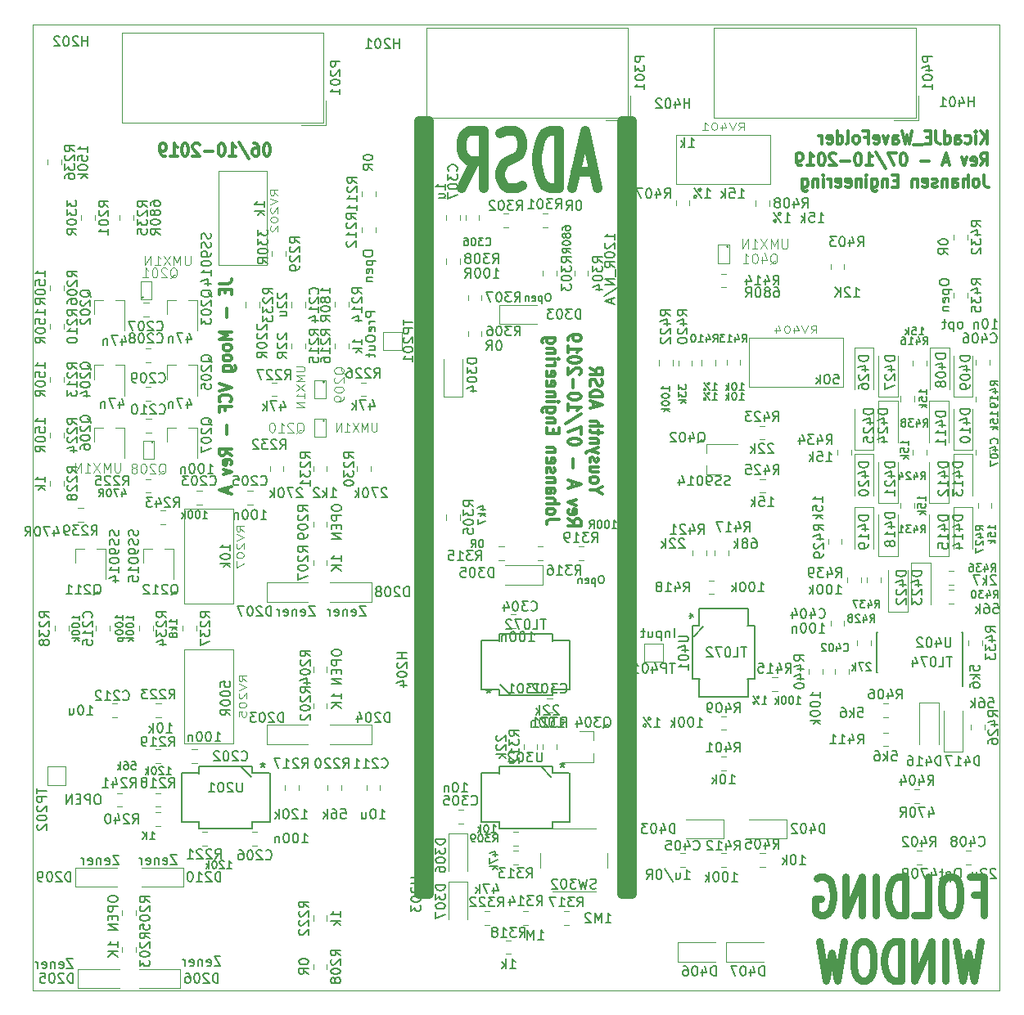
<source format=gbr>
%TF.GenerationSoftware,KiCad,Pcbnew,(5.1.0)-1*%
%TF.CreationDate,2019-10-07T23:17:33+02:00*%
%TF.ProjectId,KicadJE_MoogVCF_1,4b696361-644a-4455-9f4d-6f6f67564346,rev?*%
%TF.SameCoordinates,Original*%
%TF.FileFunction,Legend,Bot*%
%TF.FilePolarity,Positive*%
%FSLAX46Y46*%
G04 Gerber Fmt 4.6, Leading zero omitted, Abs format (unit mm)*
G04 Created by KiCad (PCBNEW (5.1.0)-1) date 2019-10-07 23:17:33*
%MOMM*%
%LPD*%
G04 APERTURE LIST*
%ADD10C,0.750000*%
%ADD11C,1.000000*%
%ADD12C,0.300000*%
%ADD13C,0.050000*%
%ADD14C,0.120000*%
%ADD15C,0.101600*%
%ADD16C,0.100000*%
%ADD17C,0.150000*%
%ADD18C,0.125000*%
G04 APERTURE END LIST*
D10*
X147392857Y-140089285D02*
X148392857Y-140089285D01*
X148392857Y-142184523D02*
X148392857Y-138184523D01*
X146964285Y-138184523D01*
X145250000Y-138184523D02*
X144678571Y-138184523D01*
X144392857Y-138375000D01*
X144107142Y-138755952D01*
X143964285Y-139517857D01*
X143964285Y-140851190D01*
X144107142Y-141613095D01*
X144392857Y-141994047D01*
X144678571Y-142184523D01*
X145250000Y-142184523D01*
X145535714Y-141994047D01*
X145821428Y-141613095D01*
X145964285Y-140851190D01*
X145964285Y-139517857D01*
X145821428Y-138755952D01*
X145535714Y-138375000D01*
X145250000Y-138184523D01*
X141250000Y-142184523D02*
X142678571Y-142184523D01*
X142678571Y-138184523D01*
X140250000Y-142184523D02*
X140250000Y-138184523D01*
X139535714Y-138184523D01*
X139107142Y-138375000D01*
X138821428Y-138755952D01*
X138678571Y-139136904D01*
X138535714Y-139898809D01*
X138535714Y-140470238D01*
X138678571Y-141232142D01*
X138821428Y-141613095D01*
X139107142Y-141994047D01*
X139535714Y-142184523D01*
X140250000Y-142184523D01*
X137250000Y-142184523D02*
X137250000Y-138184523D01*
X135821428Y-142184523D02*
X135821428Y-138184523D01*
X134107142Y-142184523D01*
X134107142Y-138184523D01*
X131107142Y-138375000D02*
X131392857Y-138184523D01*
X131821428Y-138184523D01*
X132250000Y-138375000D01*
X132535714Y-138755952D01*
X132678571Y-139136904D01*
X132821428Y-139898809D01*
X132821428Y-140470238D01*
X132678571Y-141232142D01*
X132535714Y-141613095D01*
X132250000Y-141994047D01*
X131821428Y-142184523D01*
X131535714Y-142184523D01*
X131107142Y-141994047D01*
X130964285Y-141803571D01*
X130964285Y-140470238D01*
X131535714Y-140470238D01*
X148107142Y-144934523D02*
X147392857Y-148934523D01*
X146821428Y-146077380D01*
X146250000Y-148934523D01*
X145535714Y-144934523D01*
X144392857Y-148934523D02*
X144392857Y-144934523D01*
X142964285Y-148934523D02*
X142964285Y-144934523D01*
X141250000Y-148934523D01*
X141250000Y-144934523D01*
X139821428Y-148934523D02*
X139821428Y-144934523D01*
X139107142Y-144934523D01*
X138678571Y-145125000D01*
X138392857Y-145505952D01*
X138250000Y-145886904D01*
X138107142Y-146648809D01*
X138107142Y-147220238D01*
X138250000Y-147982142D01*
X138392857Y-148363095D01*
X138678571Y-148744047D01*
X139107142Y-148934523D01*
X139821428Y-148934523D01*
X136250000Y-144934523D02*
X135678571Y-144934523D01*
X135392857Y-145125000D01*
X135107142Y-145505952D01*
X134964285Y-146267857D01*
X134964285Y-147601190D01*
X135107142Y-148363095D01*
X135392857Y-148744047D01*
X135678571Y-148934523D01*
X136250000Y-148934523D01*
X136535714Y-148744047D01*
X136821428Y-148363095D01*
X136964285Y-147601190D01*
X136964285Y-146267857D01*
X136821428Y-145505952D01*
X136535714Y-145125000D01*
X136250000Y-144934523D01*
X133964285Y-144934523D02*
X133250000Y-148934523D01*
X132678571Y-146077380D01*
X132107142Y-148934523D01*
X131392857Y-144934523D01*
D11*
X108107142Y-65250000D02*
X106202380Y-65250000D01*
X108488095Y-66964285D02*
X107154761Y-60964285D01*
X105821428Y-66964285D01*
X104488095Y-66964285D02*
X104488095Y-60964285D01*
X103535714Y-60964285D01*
X102964285Y-61250000D01*
X102583333Y-61821428D01*
X102392857Y-62392857D01*
X102202380Y-63535714D01*
X102202380Y-64392857D01*
X102392857Y-65535714D01*
X102583333Y-66107142D01*
X102964285Y-66678571D01*
X103535714Y-66964285D01*
X104488095Y-66964285D01*
X100678571Y-66678571D02*
X100107142Y-66964285D01*
X99154761Y-66964285D01*
X98773809Y-66678571D01*
X98583333Y-66392857D01*
X98392857Y-65821428D01*
X98392857Y-65250000D01*
X98583333Y-64678571D01*
X98773809Y-64392857D01*
X99154761Y-64107142D01*
X99916666Y-63821428D01*
X100297619Y-63535714D01*
X100488095Y-63250000D01*
X100678571Y-62678571D01*
X100678571Y-62107142D01*
X100488095Y-61535714D01*
X100297619Y-61250000D01*
X99916666Y-60964285D01*
X98964285Y-60964285D01*
X98392857Y-61250000D01*
X94392857Y-66964285D02*
X95726190Y-64107142D01*
X96678571Y-66964285D02*
X96678571Y-60964285D01*
X95154761Y-60964285D01*
X94773809Y-61250000D01*
X94583333Y-61535714D01*
X94392857Y-62107142D01*
X94392857Y-62964285D01*
X94583333Y-63535714D01*
X94773809Y-63821428D01*
X95154761Y-64107142D01*
X96678571Y-64107142D01*
D12*
X108280952Y-98200000D02*
X107661904Y-98200000D01*
X108961904Y-98600000D02*
X108280952Y-98200000D01*
X108961904Y-97800000D01*
X107661904Y-97228571D02*
X107723809Y-97342857D01*
X107785714Y-97400000D01*
X107909523Y-97457142D01*
X108280952Y-97457142D01*
X108404761Y-97400000D01*
X108466666Y-97342857D01*
X108528571Y-97228571D01*
X108528571Y-97057142D01*
X108466666Y-96942857D01*
X108404761Y-96885714D01*
X108280952Y-96828571D01*
X107909523Y-96828571D01*
X107785714Y-96885714D01*
X107723809Y-96942857D01*
X107661904Y-97057142D01*
X107661904Y-97228571D01*
X108528571Y-95800000D02*
X107661904Y-95800000D01*
X108528571Y-96314285D02*
X107847619Y-96314285D01*
X107723809Y-96257142D01*
X107661904Y-96142857D01*
X107661904Y-95971428D01*
X107723809Y-95857142D01*
X107785714Y-95800000D01*
X107723809Y-95285714D02*
X107661904Y-95171428D01*
X107661904Y-94942857D01*
X107723809Y-94828571D01*
X107847619Y-94771428D01*
X107909523Y-94771428D01*
X108033333Y-94828571D01*
X108095238Y-94942857D01*
X108095238Y-95114285D01*
X108157142Y-95228571D01*
X108280952Y-95285714D01*
X108342857Y-95285714D01*
X108466666Y-95228571D01*
X108528571Y-95114285D01*
X108528571Y-94942857D01*
X108466666Y-94828571D01*
X108528571Y-94371428D02*
X107661904Y-94085714D01*
X108528571Y-93800000D02*
X107661904Y-94085714D01*
X107352380Y-94200000D01*
X107290476Y-94257142D01*
X107228571Y-94371428D01*
X108528571Y-93342857D02*
X107661904Y-93342857D01*
X108404761Y-93342857D02*
X108466666Y-93285714D01*
X108528571Y-93171428D01*
X108528571Y-93000000D01*
X108466666Y-92885714D01*
X108342857Y-92828571D01*
X107661904Y-92828571D01*
X108528571Y-92428571D02*
X108528571Y-91971428D01*
X108961904Y-92257142D02*
X107847619Y-92257142D01*
X107723809Y-92200000D01*
X107661904Y-92085714D01*
X107661904Y-91971428D01*
X107661904Y-91571428D02*
X108961904Y-91571428D01*
X107661904Y-91057142D02*
X108342857Y-91057142D01*
X108466666Y-91114285D01*
X108528571Y-91228571D01*
X108528571Y-91400000D01*
X108466666Y-91514285D01*
X108404761Y-91571428D01*
X108033333Y-89628571D02*
X108033333Y-89057142D01*
X107661904Y-89742857D02*
X108961904Y-89342857D01*
X107661904Y-88942857D01*
X107661904Y-88542857D02*
X108961904Y-88542857D01*
X108961904Y-88257142D01*
X108900000Y-88085714D01*
X108776190Y-87971428D01*
X108652380Y-87914285D01*
X108404761Y-87857142D01*
X108219047Y-87857142D01*
X107971428Y-87914285D01*
X107847619Y-87971428D01*
X107723809Y-88085714D01*
X107661904Y-88257142D01*
X107661904Y-88542857D01*
X107723809Y-87400000D02*
X107661904Y-87228571D01*
X107661904Y-86942857D01*
X107723809Y-86828571D01*
X107785714Y-86771428D01*
X107909523Y-86714285D01*
X108033333Y-86714285D01*
X108157142Y-86771428D01*
X108219047Y-86828571D01*
X108280952Y-86942857D01*
X108342857Y-87171428D01*
X108404761Y-87285714D01*
X108466666Y-87342857D01*
X108590476Y-87400000D01*
X108714285Y-87400000D01*
X108838095Y-87342857D01*
X108900000Y-87285714D01*
X108961904Y-87171428D01*
X108961904Y-86885714D01*
X108900000Y-86714285D01*
X107661904Y-85514285D02*
X108280952Y-85914285D01*
X107661904Y-86200000D02*
X108961904Y-86200000D01*
X108961904Y-85742857D01*
X108900000Y-85628571D01*
X108838095Y-85571428D01*
X108714285Y-85514285D01*
X108528571Y-85514285D01*
X108404761Y-85571428D01*
X108342857Y-85628571D01*
X108280952Y-85742857D01*
X108280952Y-86200000D01*
X105411904Y-101171428D02*
X106030952Y-101571428D01*
X105411904Y-101857142D02*
X106711904Y-101857142D01*
X106711904Y-101400000D01*
X106650000Y-101285714D01*
X106588095Y-101228571D01*
X106464285Y-101171428D01*
X106278571Y-101171428D01*
X106154761Y-101228571D01*
X106092857Y-101285714D01*
X106030952Y-101400000D01*
X106030952Y-101857142D01*
X105473809Y-100200000D02*
X105411904Y-100314285D01*
X105411904Y-100542857D01*
X105473809Y-100657142D01*
X105597619Y-100714285D01*
X106092857Y-100714285D01*
X106216666Y-100657142D01*
X106278571Y-100542857D01*
X106278571Y-100314285D01*
X106216666Y-100200000D01*
X106092857Y-100142857D01*
X105969047Y-100142857D01*
X105845238Y-100714285D01*
X106278571Y-99742857D02*
X105411904Y-99457142D01*
X106278571Y-99171428D01*
X105783333Y-97857142D02*
X105783333Y-97285714D01*
X105411904Y-97971428D02*
X106711904Y-97571428D01*
X105411904Y-97171428D01*
X105907142Y-95857142D02*
X105907142Y-94942857D01*
X106711904Y-93228571D02*
X106711904Y-93114285D01*
X106650000Y-93000000D01*
X106588095Y-92942857D01*
X106464285Y-92885714D01*
X106216666Y-92828571D01*
X105907142Y-92828571D01*
X105659523Y-92885714D01*
X105535714Y-92942857D01*
X105473809Y-93000000D01*
X105411904Y-93114285D01*
X105411904Y-93228571D01*
X105473809Y-93342857D01*
X105535714Y-93400000D01*
X105659523Y-93457142D01*
X105907142Y-93514285D01*
X106216666Y-93514285D01*
X106464285Y-93457142D01*
X106588095Y-93400000D01*
X106650000Y-93342857D01*
X106711904Y-93228571D01*
X106711904Y-92428571D02*
X106711904Y-91628571D01*
X105411904Y-92142857D01*
X106773809Y-90314285D02*
X105102380Y-91342857D01*
X105411904Y-89285714D02*
X105411904Y-89971428D01*
X105411904Y-89628571D02*
X106711904Y-89628571D01*
X106526190Y-89742857D01*
X106402380Y-89857142D01*
X106340476Y-89971428D01*
X106711904Y-88542857D02*
X106711904Y-88428571D01*
X106650000Y-88314285D01*
X106588095Y-88257142D01*
X106464285Y-88200000D01*
X106216666Y-88142857D01*
X105907142Y-88142857D01*
X105659523Y-88200000D01*
X105535714Y-88257142D01*
X105473809Y-88314285D01*
X105411904Y-88428571D01*
X105411904Y-88542857D01*
X105473809Y-88657142D01*
X105535714Y-88714285D01*
X105659523Y-88771428D01*
X105907142Y-88828571D01*
X106216666Y-88828571D01*
X106464285Y-88771428D01*
X106588095Y-88714285D01*
X106650000Y-88657142D01*
X106711904Y-88542857D01*
X105907142Y-87628571D02*
X105907142Y-86714285D01*
X106588095Y-86200000D02*
X106650000Y-86142857D01*
X106711904Y-86028571D01*
X106711904Y-85742857D01*
X106650000Y-85628571D01*
X106588095Y-85571428D01*
X106464285Y-85514285D01*
X106340476Y-85514285D01*
X106154761Y-85571428D01*
X105411904Y-86257142D01*
X105411904Y-85514285D01*
X106711904Y-84771428D02*
X106711904Y-84657142D01*
X106650000Y-84542857D01*
X106588095Y-84485714D01*
X106464285Y-84428571D01*
X106216666Y-84371428D01*
X105907142Y-84371428D01*
X105659523Y-84428571D01*
X105535714Y-84485714D01*
X105473809Y-84542857D01*
X105411904Y-84657142D01*
X105411904Y-84771428D01*
X105473809Y-84885714D01*
X105535714Y-84942857D01*
X105659523Y-85000000D01*
X105907142Y-85057142D01*
X106216666Y-85057142D01*
X106464285Y-85000000D01*
X106588095Y-84942857D01*
X106650000Y-84885714D01*
X106711904Y-84771428D01*
X105411904Y-83228571D02*
X105411904Y-83914285D01*
X105411904Y-83571428D02*
X106711904Y-83571428D01*
X106526190Y-83685714D01*
X106402380Y-83800000D01*
X106340476Y-83914285D01*
X105411904Y-82657142D02*
X105411904Y-82428571D01*
X105473809Y-82314285D01*
X105535714Y-82257142D01*
X105721428Y-82142857D01*
X105969047Y-82085714D01*
X106464285Y-82085714D01*
X106588095Y-82142857D01*
X106650000Y-82200000D01*
X106711904Y-82314285D01*
X106711904Y-82542857D01*
X106650000Y-82657142D01*
X106588095Y-82714285D01*
X106464285Y-82771428D01*
X106154761Y-82771428D01*
X106030952Y-82714285D01*
X105969047Y-82657142D01*
X105907142Y-82542857D01*
X105907142Y-82314285D01*
X105969047Y-82200000D01*
X106030952Y-82142857D01*
X106154761Y-82085714D01*
X104461904Y-101228571D02*
X103533333Y-101228571D01*
X103347619Y-101285714D01*
X103223809Y-101400000D01*
X103161904Y-101571428D01*
X103161904Y-101685714D01*
X103161904Y-100485714D02*
X103223809Y-100600000D01*
X103285714Y-100657142D01*
X103409523Y-100714285D01*
X103780952Y-100714285D01*
X103904761Y-100657142D01*
X103966666Y-100600000D01*
X104028571Y-100485714D01*
X104028571Y-100314285D01*
X103966666Y-100200000D01*
X103904761Y-100142857D01*
X103780952Y-100085714D01*
X103409523Y-100085714D01*
X103285714Y-100142857D01*
X103223809Y-100200000D01*
X103161904Y-100314285D01*
X103161904Y-100485714D01*
X103161904Y-99571428D02*
X104461904Y-99571428D01*
X103161904Y-99057142D02*
X103842857Y-99057142D01*
X103966666Y-99114285D01*
X104028571Y-99228571D01*
X104028571Y-99400000D01*
X103966666Y-99514285D01*
X103904761Y-99571428D01*
X103161904Y-97971428D02*
X103842857Y-97971428D01*
X103966666Y-98028571D01*
X104028571Y-98142857D01*
X104028571Y-98371428D01*
X103966666Y-98485714D01*
X103223809Y-97971428D02*
X103161904Y-98085714D01*
X103161904Y-98371428D01*
X103223809Y-98485714D01*
X103347619Y-98542857D01*
X103471428Y-98542857D01*
X103595238Y-98485714D01*
X103657142Y-98371428D01*
X103657142Y-98085714D01*
X103719047Y-97971428D01*
X104028571Y-97400000D02*
X103161904Y-97400000D01*
X103904761Y-97400000D02*
X103966666Y-97342857D01*
X104028571Y-97228571D01*
X104028571Y-97057142D01*
X103966666Y-96942857D01*
X103842857Y-96885714D01*
X103161904Y-96885714D01*
X103223809Y-96371428D02*
X103161904Y-96257142D01*
X103161904Y-96028571D01*
X103223809Y-95914285D01*
X103347619Y-95857142D01*
X103409523Y-95857142D01*
X103533333Y-95914285D01*
X103595238Y-96028571D01*
X103595238Y-96200000D01*
X103657142Y-96314285D01*
X103780952Y-96371428D01*
X103842857Y-96371428D01*
X103966666Y-96314285D01*
X104028571Y-96200000D01*
X104028571Y-96028571D01*
X103966666Y-95914285D01*
X103223809Y-94885714D02*
X103161904Y-95000000D01*
X103161904Y-95228571D01*
X103223809Y-95342857D01*
X103347619Y-95400000D01*
X103842857Y-95400000D01*
X103966666Y-95342857D01*
X104028571Y-95228571D01*
X104028571Y-95000000D01*
X103966666Y-94885714D01*
X103842857Y-94828571D01*
X103719047Y-94828571D01*
X103595238Y-95400000D01*
X104028571Y-94314285D02*
X103161904Y-94314285D01*
X103904761Y-94314285D02*
X103966666Y-94257142D01*
X104028571Y-94142857D01*
X104028571Y-93971428D01*
X103966666Y-93857142D01*
X103842857Y-93800000D01*
X103161904Y-93800000D01*
X103842857Y-92314285D02*
X103842857Y-91914285D01*
X103161904Y-91742857D02*
X103161904Y-92314285D01*
X104461904Y-92314285D01*
X104461904Y-91742857D01*
X104028571Y-91228571D02*
X103161904Y-91228571D01*
X103904761Y-91228571D02*
X103966666Y-91171428D01*
X104028571Y-91057142D01*
X104028571Y-90885714D01*
X103966666Y-90771428D01*
X103842857Y-90714285D01*
X103161904Y-90714285D01*
X104028571Y-89628571D02*
X102976190Y-89628571D01*
X102852380Y-89685714D01*
X102790476Y-89742857D01*
X102728571Y-89857142D01*
X102728571Y-90028571D01*
X102790476Y-90142857D01*
X103223809Y-89628571D02*
X103161904Y-89742857D01*
X103161904Y-89971428D01*
X103223809Y-90085714D01*
X103285714Y-90142857D01*
X103409523Y-90200000D01*
X103780952Y-90200000D01*
X103904761Y-90142857D01*
X103966666Y-90085714D01*
X104028571Y-89971428D01*
X104028571Y-89742857D01*
X103966666Y-89628571D01*
X103161904Y-89057142D02*
X104028571Y-89057142D01*
X104461904Y-89057142D02*
X104400000Y-89114285D01*
X104338095Y-89057142D01*
X104400000Y-89000000D01*
X104461904Y-89057142D01*
X104338095Y-89057142D01*
X104028571Y-88485714D02*
X103161904Y-88485714D01*
X103904761Y-88485714D02*
X103966666Y-88428571D01*
X104028571Y-88314285D01*
X104028571Y-88142857D01*
X103966666Y-88028571D01*
X103842857Y-87971428D01*
X103161904Y-87971428D01*
X103223809Y-86942857D02*
X103161904Y-87057142D01*
X103161904Y-87285714D01*
X103223809Y-87400000D01*
X103347619Y-87457142D01*
X103842857Y-87457142D01*
X103966666Y-87400000D01*
X104028571Y-87285714D01*
X104028571Y-87057142D01*
X103966666Y-86942857D01*
X103842857Y-86885714D01*
X103719047Y-86885714D01*
X103595238Y-87457142D01*
X103223809Y-85914285D02*
X103161904Y-86028571D01*
X103161904Y-86257142D01*
X103223809Y-86371428D01*
X103347619Y-86428571D01*
X103842857Y-86428571D01*
X103966666Y-86371428D01*
X104028571Y-86257142D01*
X104028571Y-86028571D01*
X103966666Y-85914285D01*
X103842857Y-85857142D01*
X103719047Y-85857142D01*
X103595238Y-86428571D01*
X103161904Y-85342857D02*
X104028571Y-85342857D01*
X103780952Y-85342857D02*
X103904761Y-85285714D01*
X103966666Y-85228571D01*
X104028571Y-85114285D01*
X104028571Y-85000000D01*
X103161904Y-84600000D02*
X104028571Y-84600000D01*
X104461904Y-84600000D02*
X104400000Y-84657142D01*
X104338095Y-84600000D01*
X104400000Y-84542857D01*
X104461904Y-84600000D01*
X104338095Y-84600000D01*
X104028571Y-84028571D02*
X103161904Y-84028571D01*
X103904761Y-84028571D02*
X103966666Y-83971428D01*
X104028571Y-83857142D01*
X104028571Y-83685714D01*
X103966666Y-83571428D01*
X103842857Y-83514285D01*
X103161904Y-83514285D01*
X104028571Y-82428571D02*
X102976190Y-82428571D01*
X102852380Y-82485714D01*
X102790476Y-82542857D01*
X102728571Y-82657142D01*
X102728571Y-82828571D01*
X102790476Y-82942857D01*
X103223809Y-82428571D02*
X103161904Y-82542857D01*
X103161904Y-82771428D01*
X103223809Y-82885714D01*
X103285714Y-82942857D01*
X103409523Y-83000000D01*
X103780952Y-83000000D01*
X103904761Y-82942857D01*
X103966666Y-82885714D01*
X104028571Y-82771428D01*
X104028571Y-82542857D01*
X103966666Y-82428571D01*
X69288095Y-76823571D02*
X70216666Y-76823571D01*
X70402380Y-76766428D01*
X70526190Y-76652142D01*
X70588095Y-76480714D01*
X70588095Y-76366428D01*
X69907142Y-77395000D02*
X69907142Y-77795000D01*
X70588095Y-77966428D02*
X70588095Y-77395000D01*
X69288095Y-77395000D01*
X69288095Y-77966428D01*
X70092857Y-79395000D02*
X70092857Y-80309285D01*
X70588095Y-81795000D02*
X69288095Y-81795000D01*
X70216666Y-82195000D01*
X69288095Y-82595000D01*
X70588095Y-82595000D01*
X70588095Y-83337857D02*
X70526190Y-83223571D01*
X70464285Y-83166428D01*
X70340476Y-83109285D01*
X69969047Y-83109285D01*
X69845238Y-83166428D01*
X69783333Y-83223571D01*
X69721428Y-83337857D01*
X69721428Y-83509285D01*
X69783333Y-83623571D01*
X69845238Y-83680714D01*
X69969047Y-83737857D01*
X70340476Y-83737857D01*
X70464285Y-83680714D01*
X70526190Y-83623571D01*
X70588095Y-83509285D01*
X70588095Y-83337857D01*
X70588095Y-84423571D02*
X70526190Y-84309285D01*
X70464285Y-84252142D01*
X70340476Y-84195000D01*
X69969047Y-84195000D01*
X69845238Y-84252142D01*
X69783333Y-84309285D01*
X69721428Y-84423571D01*
X69721428Y-84595000D01*
X69783333Y-84709285D01*
X69845238Y-84766428D01*
X69969047Y-84823571D01*
X70340476Y-84823571D01*
X70464285Y-84766428D01*
X70526190Y-84709285D01*
X70588095Y-84595000D01*
X70588095Y-84423571D01*
X69721428Y-85852142D02*
X70773809Y-85852142D01*
X70897619Y-85795000D01*
X70959523Y-85737857D01*
X71021428Y-85623571D01*
X71021428Y-85452142D01*
X70959523Y-85337857D01*
X70526190Y-85852142D02*
X70588095Y-85737857D01*
X70588095Y-85509285D01*
X70526190Y-85395000D01*
X70464285Y-85337857D01*
X70340476Y-85280714D01*
X69969047Y-85280714D01*
X69845238Y-85337857D01*
X69783333Y-85395000D01*
X69721428Y-85509285D01*
X69721428Y-85737857D01*
X69783333Y-85852142D01*
X69288095Y-87166428D02*
X70588095Y-87566428D01*
X69288095Y-87966428D01*
X70464285Y-89052142D02*
X70526190Y-88995000D01*
X70588095Y-88823571D01*
X70588095Y-88709285D01*
X70526190Y-88537857D01*
X70402380Y-88423571D01*
X70278571Y-88366428D01*
X70030952Y-88309285D01*
X69845238Y-88309285D01*
X69597619Y-88366428D01*
X69473809Y-88423571D01*
X69350000Y-88537857D01*
X69288095Y-88709285D01*
X69288095Y-88823571D01*
X69350000Y-88995000D01*
X69411904Y-89052142D01*
X69907142Y-89966428D02*
X69907142Y-89566428D01*
X70588095Y-89566428D02*
X69288095Y-89566428D01*
X69288095Y-90137857D01*
X70092857Y-91509285D02*
X70092857Y-92423571D01*
X70588095Y-94595000D02*
X69969047Y-94195000D01*
X70588095Y-93909285D02*
X69288095Y-93909285D01*
X69288095Y-94366428D01*
X69350000Y-94480714D01*
X69411904Y-94537857D01*
X69535714Y-94595000D01*
X69721428Y-94595000D01*
X69845238Y-94537857D01*
X69907142Y-94480714D01*
X69969047Y-94366428D01*
X69969047Y-93909285D01*
X70526190Y-95566428D02*
X70588095Y-95452142D01*
X70588095Y-95223571D01*
X70526190Y-95109285D01*
X70402380Y-95052142D01*
X69907142Y-95052142D01*
X69783333Y-95109285D01*
X69721428Y-95223571D01*
X69721428Y-95452142D01*
X69783333Y-95566428D01*
X69907142Y-95623571D01*
X70030952Y-95623571D01*
X70154761Y-95052142D01*
X69721428Y-96023571D02*
X70588095Y-96309285D01*
X69721428Y-96595000D01*
X70216666Y-97909285D02*
X70216666Y-98480714D01*
X70588095Y-97795000D02*
X69288095Y-98195000D01*
X70588095Y-98595000D01*
D11*
X111000000Y-60000000D02*
X111000000Y-140000000D01*
X112000000Y-60000000D02*
X112000000Y-140000000D01*
X111000000Y-140000000D02*
X112000000Y-140000000D01*
X111000000Y-60000000D02*
X112000000Y-60000000D01*
D12*
X148769285Y-62338095D02*
X148769285Y-61038095D01*
X148083571Y-62338095D02*
X148597857Y-61595238D01*
X148083571Y-61038095D02*
X148769285Y-61780952D01*
X147569285Y-62338095D02*
X147569285Y-61471428D01*
X147569285Y-61038095D02*
X147626428Y-61100000D01*
X147569285Y-61161904D01*
X147512142Y-61100000D01*
X147569285Y-61038095D01*
X147569285Y-61161904D01*
X146483571Y-62276190D02*
X146597857Y-62338095D01*
X146826428Y-62338095D01*
X146940714Y-62276190D01*
X146997857Y-62214285D01*
X147055000Y-62090476D01*
X147055000Y-61719047D01*
X146997857Y-61595238D01*
X146940714Y-61533333D01*
X146826428Y-61471428D01*
X146597857Y-61471428D01*
X146483571Y-61533333D01*
X145455000Y-62338095D02*
X145455000Y-61657142D01*
X145512142Y-61533333D01*
X145626428Y-61471428D01*
X145855000Y-61471428D01*
X145969285Y-61533333D01*
X145455000Y-62276190D02*
X145569285Y-62338095D01*
X145855000Y-62338095D01*
X145969285Y-62276190D01*
X146026428Y-62152380D01*
X146026428Y-62028571D01*
X145969285Y-61904761D01*
X145855000Y-61842857D01*
X145569285Y-61842857D01*
X145455000Y-61780952D01*
X144369285Y-62338095D02*
X144369285Y-61038095D01*
X144369285Y-62276190D02*
X144483571Y-62338095D01*
X144712142Y-62338095D01*
X144826428Y-62276190D01*
X144883571Y-62214285D01*
X144940714Y-62090476D01*
X144940714Y-61719047D01*
X144883571Y-61595238D01*
X144826428Y-61533333D01*
X144712142Y-61471428D01*
X144483571Y-61471428D01*
X144369285Y-61533333D01*
X143455000Y-61038095D02*
X143455000Y-61966666D01*
X143512142Y-62152380D01*
X143626428Y-62276190D01*
X143797857Y-62338095D01*
X143912142Y-62338095D01*
X142883571Y-61657142D02*
X142483571Y-61657142D01*
X142312142Y-62338095D02*
X142883571Y-62338095D01*
X142883571Y-61038095D01*
X142312142Y-61038095D01*
X142083571Y-62461904D02*
X141169285Y-62461904D01*
X140997857Y-61038095D02*
X140712142Y-62338095D01*
X140483571Y-61409523D01*
X140255000Y-62338095D01*
X139969285Y-61038095D01*
X138997857Y-62338095D02*
X138997857Y-61657142D01*
X139055000Y-61533333D01*
X139169285Y-61471428D01*
X139397857Y-61471428D01*
X139512142Y-61533333D01*
X138997857Y-62276190D02*
X139112142Y-62338095D01*
X139397857Y-62338095D01*
X139512142Y-62276190D01*
X139569285Y-62152380D01*
X139569285Y-62028571D01*
X139512142Y-61904761D01*
X139397857Y-61842857D01*
X139112142Y-61842857D01*
X138997857Y-61780952D01*
X138540714Y-61471428D02*
X138255000Y-62338095D01*
X137969285Y-61471428D01*
X137055000Y-62276190D02*
X137169285Y-62338095D01*
X137397857Y-62338095D01*
X137512142Y-62276190D01*
X137569285Y-62152380D01*
X137569285Y-61657142D01*
X137512142Y-61533333D01*
X137397857Y-61471428D01*
X137169285Y-61471428D01*
X137055000Y-61533333D01*
X136997857Y-61657142D01*
X136997857Y-61780952D01*
X137569285Y-61904761D01*
X136083571Y-61657142D02*
X136483571Y-61657142D01*
X136483571Y-62338095D02*
X136483571Y-61038095D01*
X135912142Y-61038095D01*
X135283571Y-62338095D02*
X135397857Y-62276190D01*
X135455000Y-62214285D01*
X135512142Y-62090476D01*
X135512142Y-61719047D01*
X135455000Y-61595238D01*
X135397857Y-61533333D01*
X135283571Y-61471428D01*
X135112142Y-61471428D01*
X134997857Y-61533333D01*
X134940714Y-61595238D01*
X134883571Y-61719047D01*
X134883571Y-62090476D01*
X134940714Y-62214285D01*
X134997857Y-62276190D01*
X135112142Y-62338095D01*
X135283571Y-62338095D01*
X134197857Y-62338095D02*
X134312142Y-62276190D01*
X134369285Y-62152380D01*
X134369285Y-61038095D01*
X133226428Y-62338095D02*
X133226428Y-61038095D01*
X133226428Y-62276190D02*
X133340714Y-62338095D01*
X133569285Y-62338095D01*
X133683571Y-62276190D01*
X133740714Y-62214285D01*
X133797857Y-62090476D01*
X133797857Y-61719047D01*
X133740714Y-61595238D01*
X133683571Y-61533333D01*
X133569285Y-61471428D01*
X133340714Y-61471428D01*
X133226428Y-61533333D01*
X132197857Y-62276190D02*
X132312142Y-62338095D01*
X132540714Y-62338095D01*
X132655000Y-62276190D01*
X132712142Y-62152380D01*
X132712142Y-61657142D01*
X132655000Y-61533333D01*
X132540714Y-61471428D01*
X132312142Y-61471428D01*
X132197857Y-61533333D01*
X132140714Y-61657142D01*
X132140714Y-61780952D01*
X132712142Y-61904761D01*
X131626428Y-62338095D02*
X131626428Y-61471428D01*
X131626428Y-61719047D02*
X131569285Y-61595238D01*
X131512142Y-61533333D01*
X131397857Y-61471428D01*
X131283571Y-61471428D01*
X148083571Y-64588095D02*
X148483571Y-63969047D01*
X148769285Y-64588095D02*
X148769285Y-63288095D01*
X148312142Y-63288095D01*
X148197857Y-63350000D01*
X148140714Y-63411904D01*
X148083571Y-63535714D01*
X148083571Y-63721428D01*
X148140714Y-63845238D01*
X148197857Y-63907142D01*
X148312142Y-63969047D01*
X148769285Y-63969047D01*
X147112142Y-64526190D02*
X147226428Y-64588095D01*
X147455000Y-64588095D01*
X147569285Y-64526190D01*
X147626428Y-64402380D01*
X147626428Y-63907142D01*
X147569285Y-63783333D01*
X147455000Y-63721428D01*
X147226428Y-63721428D01*
X147112142Y-63783333D01*
X147055000Y-63907142D01*
X147055000Y-64030952D01*
X147626428Y-64154761D01*
X146655000Y-63721428D02*
X146369285Y-64588095D01*
X146083571Y-63721428D01*
X144769285Y-64216666D02*
X144197857Y-64216666D01*
X144883571Y-64588095D02*
X144483571Y-63288095D01*
X144083571Y-64588095D01*
X142769285Y-64092857D02*
X141855000Y-64092857D01*
X140140714Y-63288095D02*
X140026428Y-63288095D01*
X139912142Y-63350000D01*
X139855000Y-63411904D01*
X139797857Y-63535714D01*
X139740714Y-63783333D01*
X139740714Y-64092857D01*
X139797857Y-64340476D01*
X139855000Y-64464285D01*
X139912142Y-64526190D01*
X140026428Y-64588095D01*
X140140714Y-64588095D01*
X140255000Y-64526190D01*
X140312142Y-64464285D01*
X140369285Y-64340476D01*
X140426428Y-64092857D01*
X140426428Y-63783333D01*
X140369285Y-63535714D01*
X140312142Y-63411904D01*
X140255000Y-63350000D01*
X140140714Y-63288095D01*
X139340714Y-63288095D02*
X138540714Y-63288095D01*
X139055000Y-64588095D01*
X137226428Y-63226190D02*
X138255000Y-64897619D01*
X136197857Y-64588095D02*
X136883571Y-64588095D01*
X136540714Y-64588095D02*
X136540714Y-63288095D01*
X136655000Y-63473809D01*
X136769285Y-63597619D01*
X136883571Y-63659523D01*
X135455000Y-63288095D02*
X135340714Y-63288095D01*
X135226428Y-63350000D01*
X135169285Y-63411904D01*
X135112142Y-63535714D01*
X135055000Y-63783333D01*
X135055000Y-64092857D01*
X135112142Y-64340476D01*
X135169285Y-64464285D01*
X135226428Y-64526190D01*
X135340714Y-64588095D01*
X135455000Y-64588095D01*
X135569285Y-64526190D01*
X135626428Y-64464285D01*
X135683571Y-64340476D01*
X135740714Y-64092857D01*
X135740714Y-63783333D01*
X135683571Y-63535714D01*
X135626428Y-63411904D01*
X135569285Y-63350000D01*
X135455000Y-63288095D01*
X134540714Y-64092857D02*
X133626428Y-64092857D01*
X133112142Y-63411904D02*
X133055000Y-63350000D01*
X132940714Y-63288095D01*
X132655000Y-63288095D01*
X132540714Y-63350000D01*
X132483571Y-63411904D01*
X132426428Y-63535714D01*
X132426428Y-63659523D01*
X132483571Y-63845238D01*
X133169285Y-64588095D01*
X132426428Y-64588095D01*
X131683571Y-63288095D02*
X131569285Y-63288095D01*
X131455000Y-63350000D01*
X131397857Y-63411904D01*
X131340714Y-63535714D01*
X131283571Y-63783333D01*
X131283571Y-64092857D01*
X131340714Y-64340476D01*
X131397857Y-64464285D01*
X131455000Y-64526190D01*
X131569285Y-64588095D01*
X131683571Y-64588095D01*
X131797857Y-64526190D01*
X131855000Y-64464285D01*
X131912142Y-64340476D01*
X131969285Y-64092857D01*
X131969285Y-63783333D01*
X131912142Y-63535714D01*
X131855000Y-63411904D01*
X131797857Y-63350000D01*
X131683571Y-63288095D01*
X130140714Y-64588095D02*
X130826428Y-64588095D01*
X130483571Y-64588095D02*
X130483571Y-63288095D01*
X130597857Y-63473809D01*
X130712142Y-63597619D01*
X130826428Y-63659523D01*
X129569285Y-64588095D02*
X129340714Y-64588095D01*
X129226428Y-64526190D01*
X129169285Y-64464285D01*
X129055000Y-64278571D01*
X128997857Y-64030952D01*
X128997857Y-63535714D01*
X129055000Y-63411904D01*
X129112142Y-63350000D01*
X129226428Y-63288095D01*
X129455000Y-63288095D01*
X129569285Y-63350000D01*
X129626428Y-63411904D01*
X129683571Y-63535714D01*
X129683571Y-63845238D01*
X129626428Y-63969047D01*
X129569285Y-64030952D01*
X129455000Y-64092857D01*
X129226428Y-64092857D01*
X129112142Y-64030952D01*
X129055000Y-63969047D01*
X128997857Y-63845238D01*
X148426428Y-65538095D02*
X148426428Y-66466666D01*
X148483571Y-66652380D01*
X148597857Y-66776190D01*
X148769285Y-66838095D01*
X148883571Y-66838095D01*
X147683571Y-66838095D02*
X147797857Y-66776190D01*
X147855000Y-66714285D01*
X147912142Y-66590476D01*
X147912142Y-66219047D01*
X147855000Y-66095238D01*
X147797857Y-66033333D01*
X147683571Y-65971428D01*
X147512142Y-65971428D01*
X147397857Y-66033333D01*
X147340714Y-66095238D01*
X147283571Y-66219047D01*
X147283571Y-66590476D01*
X147340714Y-66714285D01*
X147397857Y-66776190D01*
X147512142Y-66838095D01*
X147683571Y-66838095D01*
X146769285Y-66838095D02*
X146769285Y-65538095D01*
X146255000Y-66838095D02*
X146255000Y-66157142D01*
X146312142Y-66033333D01*
X146426428Y-65971428D01*
X146597857Y-65971428D01*
X146712142Y-66033333D01*
X146769285Y-66095238D01*
X145169285Y-66838095D02*
X145169285Y-66157142D01*
X145226428Y-66033333D01*
X145340714Y-65971428D01*
X145569285Y-65971428D01*
X145683571Y-66033333D01*
X145169285Y-66776190D02*
X145283571Y-66838095D01*
X145569285Y-66838095D01*
X145683571Y-66776190D01*
X145740714Y-66652380D01*
X145740714Y-66528571D01*
X145683571Y-66404761D01*
X145569285Y-66342857D01*
X145283571Y-66342857D01*
X145169285Y-66280952D01*
X144597857Y-65971428D02*
X144597857Y-66838095D01*
X144597857Y-66095238D02*
X144540714Y-66033333D01*
X144426428Y-65971428D01*
X144255000Y-65971428D01*
X144140714Y-66033333D01*
X144083571Y-66157142D01*
X144083571Y-66838095D01*
X143569285Y-66776190D02*
X143455000Y-66838095D01*
X143226428Y-66838095D01*
X143112142Y-66776190D01*
X143055000Y-66652380D01*
X143055000Y-66590476D01*
X143112142Y-66466666D01*
X143226428Y-66404761D01*
X143397857Y-66404761D01*
X143512142Y-66342857D01*
X143569285Y-66219047D01*
X143569285Y-66157142D01*
X143512142Y-66033333D01*
X143397857Y-65971428D01*
X143226428Y-65971428D01*
X143112142Y-66033333D01*
X142083571Y-66776190D02*
X142197857Y-66838095D01*
X142426428Y-66838095D01*
X142540714Y-66776190D01*
X142597857Y-66652380D01*
X142597857Y-66157142D01*
X142540714Y-66033333D01*
X142426428Y-65971428D01*
X142197857Y-65971428D01*
X142083571Y-66033333D01*
X142026428Y-66157142D01*
X142026428Y-66280952D01*
X142597857Y-66404761D01*
X141512142Y-65971428D02*
X141512142Y-66838095D01*
X141512142Y-66095238D02*
X141455000Y-66033333D01*
X141340714Y-65971428D01*
X141169285Y-65971428D01*
X141055000Y-66033333D01*
X140997857Y-66157142D01*
X140997857Y-66838095D01*
X139512142Y-66157142D02*
X139112142Y-66157142D01*
X138940714Y-66838095D02*
X139512142Y-66838095D01*
X139512142Y-65538095D01*
X138940714Y-65538095D01*
X138426428Y-65971428D02*
X138426428Y-66838095D01*
X138426428Y-66095238D02*
X138369285Y-66033333D01*
X138255000Y-65971428D01*
X138083571Y-65971428D01*
X137969285Y-66033333D01*
X137912142Y-66157142D01*
X137912142Y-66838095D01*
X136826428Y-65971428D02*
X136826428Y-67023809D01*
X136883571Y-67147619D01*
X136940714Y-67209523D01*
X137055000Y-67271428D01*
X137226428Y-67271428D01*
X137340714Y-67209523D01*
X136826428Y-66776190D02*
X136940714Y-66838095D01*
X137169285Y-66838095D01*
X137283571Y-66776190D01*
X137340714Y-66714285D01*
X137397857Y-66590476D01*
X137397857Y-66219047D01*
X137340714Y-66095238D01*
X137283571Y-66033333D01*
X137169285Y-65971428D01*
X136940714Y-65971428D01*
X136826428Y-66033333D01*
X136255000Y-66838095D02*
X136255000Y-65971428D01*
X136255000Y-65538095D02*
X136312142Y-65600000D01*
X136255000Y-65661904D01*
X136197857Y-65600000D01*
X136255000Y-65538095D01*
X136255000Y-65661904D01*
X135683571Y-65971428D02*
X135683571Y-66838095D01*
X135683571Y-66095238D02*
X135626428Y-66033333D01*
X135512142Y-65971428D01*
X135340714Y-65971428D01*
X135226428Y-66033333D01*
X135169285Y-66157142D01*
X135169285Y-66838095D01*
X134140714Y-66776190D02*
X134255000Y-66838095D01*
X134483571Y-66838095D01*
X134597857Y-66776190D01*
X134655000Y-66652380D01*
X134655000Y-66157142D01*
X134597857Y-66033333D01*
X134483571Y-65971428D01*
X134255000Y-65971428D01*
X134140714Y-66033333D01*
X134083571Y-66157142D01*
X134083571Y-66280952D01*
X134655000Y-66404761D01*
X133112142Y-66776190D02*
X133226428Y-66838095D01*
X133455000Y-66838095D01*
X133569285Y-66776190D01*
X133626428Y-66652380D01*
X133626428Y-66157142D01*
X133569285Y-66033333D01*
X133455000Y-65971428D01*
X133226428Y-65971428D01*
X133112142Y-66033333D01*
X133055000Y-66157142D01*
X133055000Y-66280952D01*
X133626428Y-66404761D01*
X132540714Y-66838095D02*
X132540714Y-65971428D01*
X132540714Y-66219047D02*
X132483571Y-66095238D01*
X132426428Y-66033333D01*
X132312142Y-65971428D01*
X132197857Y-65971428D01*
X131797857Y-66838095D02*
X131797857Y-65971428D01*
X131797857Y-65538095D02*
X131855000Y-65600000D01*
X131797857Y-65661904D01*
X131740714Y-65600000D01*
X131797857Y-65538095D01*
X131797857Y-65661904D01*
X131226428Y-65971428D02*
X131226428Y-66838095D01*
X131226428Y-66095238D02*
X131169285Y-66033333D01*
X131055000Y-65971428D01*
X130883571Y-65971428D01*
X130769285Y-66033333D01*
X130712142Y-66157142D01*
X130712142Y-66838095D01*
X129626428Y-65971428D02*
X129626428Y-67023809D01*
X129683571Y-67147619D01*
X129740714Y-67209523D01*
X129855000Y-67271428D01*
X130026428Y-67271428D01*
X130140714Y-67209523D01*
X129626428Y-66776190D02*
X129740714Y-66838095D01*
X129969285Y-66838095D01*
X130083571Y-66776190D01*
X130140714Y-66714285D01*
X130197857Y-66590476D01*
X130197857Y-66219047D01*
X130140714Y-66095238D01*
X130083571Y-66033333D01*
X129969285Y-65971428D01*
X129740714Y-65971428D01*
X129626428Y-66033333D01*
X74290714Y-62288095D02*
X74176428Y-62288095D01*
X74062142Y-62350000D01*
X74005000Y-62411904D01*
X73947857Y-62535714D01*
X73890714Y-62783333D01*
X73890714Y-63092857D01*
X73947857Y-63340476D01*
X74005000Y-63464285D01*
X74062142Y-63526190D01*
X74176428Y-63588095D01*
X74290714Y-63588095D01*
X74405000Y-63526190D01*
X74462142Y-63464285D01*
X74519285Y-63340476D01*
X74576428Y-63092857D01*
X74576428Y-62783333D01*
X74519285Y-62535714D01*
X74462142Y-62411904D01*
X74405000Y-62350000D01*
X74290714Y-62288095D01*
X72862142Y-62288095D02*
X73090714Y-62288095D01*
X73205000Y-62350000D01*
X73262142Y-62411904D01*
X73376428Y-62597619D01*
X73433571Y-62845238D01*
X73433571Y-63340476D01*
X73376428Y-63464285D01*
X73319285Y-63526190D01*
X73205000Y-63588095D01*
X72976428Y-63588095D01*
X72862142Y-63526190D01*
X72805000Y-63464285D01*
X72747857Y-63340476D01*
X72747857Y-63030952D01*
X72805000Y-62907142D01*
X72862142Y-62845238D01*
X72976428Y-62783333D01*
X73205000Y-62783333D01*
X73319285Y-62845238D01*
X73376428Y-62907142D01*
X73433571Y-63030952D01*
X71376428Y-62226190D02*
X72405000Y-63897619D01*
X70347857Y-63588095D02*
X71033571Y-63588095D01*
X70690714Y-63588095D02*
X70690714Y-62288095D01*
X70805000Y-62473809D01*
X70919285Y-62597619D01*
X71033571Y-62659523D01*
X69605000Y-62288095D02*
X69490714Y-62288095D01*
X69376428Y-62350000D01*
X69319285Y-62411904D01*
X69262142Y-62535714D01*
X69205000Y-62783333D01*
X69205000Y-63092857D01*
X69262142Y-63340476D01*
X69319285Y-63464285D01*
X69376428Y-63526190D01*
X69490714Y-63588095D01*
X69605000Y-63588095D01*
X69719285Y-63526190D01*
X69776428Y-63464285D01*
X69833571Y-63340476D01*
X69890714Y-63092857D01*
X69890714Y-62783333D01*
X69833571Y-62535714D01*
X69776428Y-62411904D01*
X69719285Y-62350000D01*
X69605000Y-62288095D01*
X68690714Y-63092857D02*
X67776428Y-63092857D01*
X67262142Y-62411904D02*
X67205000Y-62350000D01*
X67090714Y-62288095D01*
X66805000Y-62288095D01*
X66690714Y-62350000D01*
X66633571Y-62411904D01*
X66576428Y-62535714D01*
X66576428Y-62659523D01*
X66633571Y-62845238D01*
X67319285Y-63588095D01*
X66576428Y-63588095D01*
X65833571Y-62288095D02*
X65719285Y-62288095D01*
X65605000Y-62350000D01*
X65547857Y-62411904D01*
X65490714Y-62535714D01*
X65433571Y-62783333D01*
X65433571Y-63092857D01*
X65490714Y-63340476D01*
X65547857Y-63464285D01*
X65605000Y-63526190D01*
X65719285Y-63588095D01*
X65833571Y-63588095D01*
X65947857Y-63526190D01*
X66005000Y-63464285D01*
X66062142Y-63340476D01*
X66119285Y-63092857D01*
X66119285Y-62783333D01*
X66062142Y-62535714D01*
X66005000Y-62411904D01*
X65947857Y-62350000D01*
X65833571Y-62288095D01*
X64290714Y-63588095D02*
X64976428Y-63588095D01*
X64633571Y-63588095D02*
X64633571Y-62288095D01*
X64747857Y-62473809D01*
X64862142Y-62597619D01*
X64976428Y-62659523D01*
X63719285Y-63588095D02*
X63490714Y-63588095D01*
X63376428Y-63526190D01*
X63319285Y-63464285D01*
X63205000Y-63278571D01*
X63147857Y-63030952D01*
X63147857Y-62535714D01*
X63205000Y-62411904D01*
X63262142Y-62350000D01*
X63376428Y-62288095D01*
X63605000Y-62288095D01*
X63719285Y-62350000D01*
X63776428Y-62411904D01*
X63833571Y-62535714D01*
X63833571Y-62845238D01*
X63776428Y-62969047D01*
X63719285Y-63030952D01*
X63605000Y-63092857D01*
X63376428Y-63092857D01*
X63262142Y-63030952D01*
X63205000Y-62969047D01*
X63147857Y-62845238D01*
D11*
X90000000Y-60000000D02*
X91000000Y-60000000D01*
X90000000Y-140000000D02*
X91000000Y-140000000D01*
X91000000Y-60000000D02*
X91000000Y-140000000D01*
X90000000Y-60000000D02*
X90000000Y-140000000D01*
D13*
X50000000Y-150000000D02*
X50000000Y-50000000D01*
X150000000Y-150000000D02*
X50000000Y-150000000D01*
X150000000Y-50000000D02*
X150000000Y-150000000D01*
X50000000Y-50000000D02*
X150000000Y-50000000D01*
D14*
X66488748Y-125040000D02*
X67011252Y-125040000D01*
X66488748Y-126460000D02*
X67011252Y-126460000D01*
X66988748Y-99710000D02*
X67511252Y-99710000D01*
X66988748Y-98290000D02*
X67511252Y-98290000D01*
X72238748Y-99710000D02*
X72761252Y-99710000D01*
X72238748Y-98290000D02*
X72761252Y-98290000D01*
X73261252Y-134960000D02*
X72738748Y-134960000D01*
X73261252Y-133540000D02*
X72738748Y-133540000D01*
X62011252Y-78790000D02*
X61488748Y-78790000D01*
X62011252Y-80210000D02*
X61488748Y-80210000D01*
X62236252Y-84960000D02*
X61713748Y-84960000D01*
X62236252Y-83540000D02*
X61713748Y-83540000D01*
X62236252Y-87540000D02*
X61713748Y-87540000D01*
X62236252Y-88960000D02*
X61713748Y-88960000D01*
X62261252Y-92210000D02*
X61738748Y-92210000D01*
X62261252Y-90790000D02*
X61738748Y-90790000D01*
X85960000Y-129261252D02*
X85960000Y-128738748D01*
X84540000Y-129261252D02*
X84540000Y-128738748D01*
X58238748Y-120290000D02*
X58761252Y-120290000D01*
X58238748Y-121710000D02*
X58761252Y-121710000D01*
X78210000Y-79261252D02*
X78210000Y-78738748D01*
X76790000Y-79261252D02*
X76790000Y-78738748D01*
X56540000Y-112761252D02*
X56540000Y-112238748D01*
X57960000Y-112761252D02*
X57960000Y-112238748D01*
X74200000Y-122500000D02*
X78500000Y-122500000D01*
X74200000Y-124500000D02*
X74200000Y-122500000D01*
X78500000Y-124500000D02*
X74200000Y-124500000D01*
X80750000Y-122500000D02*
X85050000Y-122500000D01*
X85050000Y-122500000D02*
X85050000Y-124500000D01*
X85050000Y-124500000D02*
X80750000Y-124500000D01*
X54700000Y-147750000D02*
X59000000Y-147750000D01*
X54700000Y-149750000D02*
X54700000Y-147750000D01*
X59000000Y-149750000D02*
X54700000Y-149750000D01*
X61000000Y-147750000D02*
X65300000Y-147750000D01*
X65300000Y-147750000D02*
X65300000Y-149750000D01*
X65300000Y-149750000D02*
X61000000Y-149750000D01*
X74200000Y-107750000D02*
X78500000Y-107750000D01*
X74200000Y-109750000D02*
X74200000Y-107750000D01*
X78500000Y-109750000D02*
X74200000Y-109750000D01*
X80750000Y-107750000D02*
X85050000Y-107750000D01*
X85050000Y-107750000D02*
X85050000Y-109750000D01*
X85050000Y-109750000D02*
X80750000Y-109750000D01*
X80100000Y-50805000D02*
X59240000Y-50805000D01*
X59240000Y-50805000D02*
X59240000Y-60155000D01*
X59240000Y-60155000D02*
X80100000Y-60155000D01*
X80100000Y-60155000D02*
X80100000Y-50805000D01*
X80350000Y-60405000D02*
X77810000Y-60405000D01*
X80350000Y-60405000D02*
X80350000Y-57865000D01*
D15*
X61175000Y-78450000D02*
X62325000Y-78450000D01*
X62325000Y-78450000D02*
X62325000Y-76550000D01*
X62325000Y-76550000D02*
X61175000Y-76550000D01*
X61175000Y-76550000D02*
X61175000Y-78450000D01*
D16*
X61478000Y-78250000D02*
G75*
G03X61478000Y-78250000I-103000J0D01*
G01*
D14*
X56344999Y-78490000D02*
X57274999Y-78490000D01*
X59504999Y-78490000D02*
X58574999Y-78490000D01*
X59504999Y-78490000D02*
X59504999Y-81650000D01*
X56344999Y-78490000D02*
X56344999Y-79950000D01*
X63920000Y-78490000D02*
X63920000Y-79950000D01*
X67080000Y-78490000D02*
X67080000Y-81650000D01*
X67080000Y-78490000D02*
X66150000Y-78490000D01*
X63920000Y-78490000D02*
X64850000Y-78490000D01*
X56344999Y-85240000D02*
X57274999Y-85240000D01*
X59504999Y-85240000D02*
X58574999Y-85240000D01*
X59504999Y-85240000D02*
X59504999Y-88400000D01*
X56344999Y-85240000D02*
X56344999Y-86700000D01*
X63920000Y-85240000D02*
X63920000Y-86700000D01*
X67080000Y-85240000D02*
X67080000Y-88400000D01*
X67080000Y-85240000D02*
X66150000Y-85240000D01*
X63920000Y-85240000D02*
X64850000Y-85240000D01*
X56344999Y-91714999D02*
X57274999Y-91714999D01*
X59504999Y-91714999D02*
X58574999Y-91714999D01*
X59504999Y-91714999D02*
X59504999Y-94874999D01*
X56344999Y-91714999D02*
X56344999Y-93174999D01*
X63920000Y-91740000D02*
X63920000Y-93200000D01*
X67080000Y-91740000D02*
X67080000Y-94900000D01*
X67080000Y-91740000D02*
X66150000Y-91740000D01*
X63920000Y-91740000D02*
X64850000Y-91740000D01*
D16*
X62478000Y-93250000D02*
G75*
G03X62478000Y-93250000I-103000J0D01*
G01*
D15*
X62575000Y-94950000D02*
X62575000Y-93050000D01*
X61425000Y-94950000D02*
X62575000Y-94950000D01*
X61425000Y-93050000D02*
X61425000Y-94950000D01*
X62575000Y-93050000D02*
X61425000Y-93050000D01*
X80325000Y-86800000D02*
X79175000Y-86800000D01*
X79175000Y-86800000D02*
X79175000Y-88700000D01*
X79175000Y-88700000D02*
X80325000Y-88700000D01*
X80325000Y-88700000D02*
X80325000Y-86800000D01*
D16*
X80228000Y-87000000D02*
G75*
G03X80228000Y-87000000I-103000J0D01*
G01*
X80228000Y-91000000D02*
G75*
G03X80228000Y-91000000I-103000J0D01*
G01*
D15*
X80325000Y-92700000D02*
X80325000Y-90800000D01*
X79175000Y-92700000D02*
X80325000Y-92700000D01*
X79175000Y-90800000D02*
X79175000Y-92700000D01*
X80325000Y-90800000D02*
X79175000Y-90800000D01*
D14*
X54420000Y-104240000D02*
X54420000Y-105700000D01*
X57580000Y-104240000D02*
X57580000Y-107400000D01*
X57580000Y-104240000D02*
X56650000Y-104240000D01*
X54420000Y-104240000D02*
X55350000Y-104240000D01*
X61420000Y-104240000D02*
X62350000Y-104240000D01*
X64580000Y-104240000D02*
X63650000Y-104240000D01*
X64580000Y-104240000D02*
X64580000Y-107400000D01*
X61420000Y-104240000D02*
X61420000Y-105700000D01*
X55040000Y-70236252D02*
X55040000Y-69713748D01*
X56460000Y-70236252D02*
X56460000Y-69713748D01*
X79040000Y-120761252D02*
X79040000Y-120238748D01*
X80460000Y-120761252D02*
X80460000Y-120238748D01*
X59290000Y-145986252D02*
X59290000Y-145463748D01*
X60710000Y-145986252D02*
X60710000Y-145463748D01*
X80460000Y-117011252D02*
X80460000Y-116488748D01*
X79040000Y-117011252D02*
X79040000Y-116488748D01*
X59290000Y-142236252D02*
X59290000Y-141713748D01*
X60710000Y-142236252D02*
X60710000Y-141713748D01*
X53210000Y-77486252D02*
X53210000Y-76963748D01*
X51790000Y-77486252D02*
X51790000Y-76963748D01*
X80460000Y-105986252D02*
X80460000Y-105463748D01*
X79040000Y-105986252D02*
X79040000Y-105463748D01*
X80460000Y-147761252D02*
X80460000Y-147238748D01*
X79040000Y-147761252D02*
X79040000Y-147238748D01*
X79040000Y-102011252D02*
X79040000Y-101488748D01*
X80460000Y-102011252D02*
X80460000Y-101488748D01*
X51790000Y-81486252D02*
X51790000Y-80963748D01*
X53210000Y-81486252D02*
X53210000Y-80963748D01*
X85460000Y-67238748D02*
X85460000Y-67761252D01*
X84040000Y-67238748D02*
X84040000Y-67761252D01*
X85460000Y-71511252D02*
X85460000Y-70988748D01*
X84040000Y-71511252D02*
X84040000Y-70988748D01*
X53210000Y-86986252D02*
X53210000Y-86463748D01*
X51790000Y-86986252D02*
X51790000Y-86463748D01*
X82694999Y-79236251D02*
X82694999Y-78713747D01*
X81274999Y-79236251D02*
X81274999Y-78713747D01*
X78210000Y-83511252D02*
X78210000Y-82988748D01*
X76790000Y-83511252D02*
X76790000Y-82988748D01*
X81290000Y-82988748D02*
X81290000Y-83511252D01*
X82710000Y-82988748D02*
X82710000Y-83511252D01*
X77534999Y-129261252D02*
X77534999Y-128738748D01*
X76114999Y-129261252D02*
X76114999Y-128738748D01*
X62738748Y-129540000D02*
X63261252Y-129540000D01*
X62738748Y-130960000D02*
X63261252Y-130960000D01*
X62738748Y-125040000D02*
X63261252Y-125040000D01*
X62738748Y-126460000D02*
X63261252Y-126460000D01*
X80540000Y-128738748D02*
X80540000Y-129261252D01*
X81960000Y-128738748D02*
X81960000Y-129261252D01*
X67513748Y-134960000D02*
X68036252Y-134960000D01*
X67513748Y-133540000D02*
X68036252Y-133540000D01*
X79040000Y-142238748D02*
X79040000Y-142761252D01*
X80460000Y-142238748D02*
X80460000Y-142761252D01*
X63286252Y-120290000D02*
X62763748Y-120290000D01*
X63286252Y-121710000D02*
X62763748Y-121710000D01*
X53210000Y-92736252D02*
X53210000Y-92213748D01*
X51790000Y-92736252D02*
X51790000Y-92213748D01*
X61713748Y-98460000D02*
X62236252Y-98460000D01*
X61713748Y-97040000D02*
X62236252Y-97040000D01*
X84486252Y-88460000D02*
X83963748Y-88460000D01*
X84486252Y-87040000D02*
X83963748Y-87040000D01*
X74738748Y-87040000D02*
X75261252Y-87040000D01*
X74738748Y-88460000D02*
X75261252Y-88460000D01*
X51790000Y-97736252D02*
X51790000Y-97213748D01*
X53210000Y-97736252D02*
X53210000Y-97213748D01*
X74790000Y-73986252D02*
X74790000Y-73463748D01*
X76210000Y-73986252D02*
X76210000Y-73463748D01*
X83540000Y-96261252D02*
X83540000Y-95738748D01*
X84960000Y-96261252D02*
X84960000Y-95738748D01*
X79040000Y-96261252D02*
X79040000Y-95738748D01*
X80460000Y-96261252D02*
X80460000Y-95738748D01*
X75960000Y-96261252D02*
X75960000Y-95738748D01*
X74540000Y-96261252D02*
X74540000Y-95738748D01*
X72040000Y-79261252D02*
X72040000Y-78738748D01*
X73460000Y-79261252D02*
X73460000Y-78738748D01*
X61040000Y-112761252D02*
X61040000Y-112238748D01*
X62460000Y-112761252D02*
X62460000Y-112238748D01*
X60460000Y-70236252D02*
X60460000Y-69713748D01*
X59040000Y-70236252D02*
X59040000Y-69713748D01*
X51540000Y-64511252D02*
X51540000Y-63988748D01*
X52960000Y-64511252D02*
X52960000Y-63988748D01*
X66960000Y-112761252D02*
X66960000Y-112238748D01*
X65540000Y-112761252D02*
X65540000Y-112238748D01*
X53710000Y-112761252D02*
X53710000Y-112238748D01*
X52290000Y-112761252D02*
X52290000Y-112238748D01*
X54713748Y-100040000D02*
X55236252Y-100040000D01*
X54713748Y-101460000D02*
X55236252Y-101460000D01*
X74280000Y-74925000D02*
X74280000Y-65155000D01*
X69210000Y-74925000D02*
X69210000Y-65155000D01*
X74280000Y-74925000D02*
X69210000Y-74925000D01*
X74280000Y-65155000D02*
X69210000Y-65155000D01*
X70780000Y-114655000D02*
X65710000Y-114655000D01*
X70780000Y-124425000D02*
X65710000Y-124425000D01*
X65710000Y-124425000D02*
X65710000Y-114655000D01*
X70780000Y-124425000D02*
X70780000Y-114655000D01*
X86300000Y-83700000D02*
X88200000Y-83700000D01*
X86300000Y-81800000D02*
X86300000Y-83700000D01*
X88200000Y-81800000D02*
X86300000Y-81800000D01*
X88200000Y-83700000D02*
X88200000Y-81800000D01*
X53450000Y-128700000D02*
X53450000Y-126800000D01*
X53450000Y-126800000D02*
X51550000Y-126800000D01*
X51550000Y-126800000D02*
X51550000Y-128700000D01*
X51550000Y-128700000D02*
X53450000Y-128700000D01*
X58750000Y-139274999D02*
X54450000Y-139274999D01*
X54450000Y-139274999D02*
X54450000Y-137274999D01*
X54450000Y-137274999D02*
X58750000Y-137274999D01*
X65575001Y-139274999D02*
X61275001Y-139274999D01*
X65575001Y-137274999D02*
X65575001Y-139274999D01*
X61275001Y-137274999D02*
X65575001Y-137274999D01*
X63261252Y-131540000D02*
X62738748Y-131540000D01*
X63261252Y-132960000D02*
X62738748Y-132960000D01*
X59261252Y-130960000D02*
X58738748Y-130960000D01*
X59261252Y-129540000D02*
X58738748Y-129540000D01*
D17*
X72650000Y-127900000D02*
X71650000Y-126900000D01*
X72750000Y-126795000D02*
X72750000Y-127450000D01*
X67250000Y-126795000D02*
X67250000Y-127545000D01*
X67250000Y-133205000D02*
X67250000Y-132455000D01*
X72750000Y-133205000D02*
X72750000Y-132455000D01*
X72750000Y-126795000D02*
X67250000Y-126795000D01*
X72750000Y-133205000D02*
X67250000Y-133205000D01*
X72750000Y-127450000D02*
X74500000Y-127450000D01*
X67206000Y-127460000D02*
X65428000Y-127460000D01*
X65428000Y-127460000D02*
X65428000Y-132540000D01*
X65428000Y-132540000D02*
X67206000Y-132540000D01*
X72794000Y-132540000D02*
X74572000Y-132540000D01*
X74572000Y-132540000D02*
X74572000Y-127460000D01*
D14*
X63213748Y-101710000D02*
X63736252Y-101710000D01*
X63213748Y-100290000D02*
X63736252Y-100290000D01*
X70780000Y-109925000D02*
X70780000Y-100155000D01*
X65710000Y-109925000D02*
X65710000Y-100155000D01*
X70780000Y-109925000D02*
X65710000Y-109925000D01*
X70780000Y-100155000D02*
X65710000Y-100155000D01*
X103238748Y-119790000D02*
X103761252Y-119790000D01*
X103238748Y-121210000D02*
X103761252Y-121210000D01*
X99986252Y-111040000D02*
X99463748Y-111040000D01*
X99986252Y-112460000D02*
X99463748Y-112460000D01*
X94536252Y-131290000D02*
X94013748Y-131290000D01*
X94536252Y-132710000D02*
X94013748Y-132710000D01*
X94790000Y-69738748D02*
X94790000Y-70261252D01*
X96210000Y-69738748D02*
X96210000Y-70261252D01*
X94210000Y-69738748D02*
X94210000Y-70261252D01*
X92790000Y-69738748D02*
X92790000Y-70261252D01*
X98250000Y-81000000D02*
X98250000Y-79000000D01*
X98250000Y-79000000D02*
X102150000Y-79000000D01*
X98250000Y-81000000D02*
X102150000Y-81000000D01*
X94500000Y-88500000D02*
X92500000Y-88500000D01*
X92500000Y-88500000D02*
X92500000Y-84600000D01*
X94500000Y-88500000D02*
X94500000Y-84600000D01*
X102750000Y-106000000D02*
X98850000Y-106000000D01*
X102750000Y-108000000D02*
X98850000Y-108000000D01*
X102750000Y-106000000D02*
X102750000Y-108000000D01*
X93000000Y-133750000D02*
X93000000Y-137650000D01*
X95000000Y-133750000D02*
X95000000Y-137650000D01*
X93000000Y-133750000D02*
X95000000Y-133750000D01*
X93000000Y-138750000D02*
X95000000Y-138750000D01*
X95000000Y-138750000D02*
X95000000Y-142650000D01*
X93000000Y-138750000D02*
X93000000Y-142650000D01*
X108010000Y-123170000D02*
X106550000Y-123170000D01*
X108010000Y-126330000D02*
X104850000Y-126330000D01*
X108010000Y-126330000D02*
X108010000Y-125400000D01*
X108010000Y-123170000D02*
X108010000Y-124100000D01*
X103261252Y-70960000D02*
X102738748Y-70960000D01*
X103261252Y-69540000D02*
X102738748Y-69540000D01*
X98713748Y-69540000D02*
X99236252Y-69540000D01*
X98713748Y-70960000D02*
X99236252Y-70960000D01*
X104210000Y-75488748D02*
X104210000Y-76011252D01*
X102790000Y-75488748D02*
X102790000Y-76011252D01*
X106040000Y-75488748D02*
X106040000Y-76011252D01*
X107460000Y-75488748D02*
X107460000Y-76011252D01*
X94210000Y-101261252D02*
X94210000Y-100738748D01*
X92790000Y-101261252D02*
X92790000Y-100738748D01*
X95040000Y-82261252D02*
X95040000Y-81738748D01*
X96460000Y-82261252D02*
X96460000Y-81738748D01*
X95040000Y-77988748D02*
X95040000Y-78511252D01*
X96460000Y-77988748D02*
X96460000Y-78511252D01*
X92790000Y-74238748D02*
X92790000Y-74761252D01*
X94210000Y-74238748D02*
X94210000Y-74761252D01*
X99713748Y-134960000D02*
X100236252Y-134960000D01*
X99713748Y-133540000D02*
X100236252Y-133540000D01*
X102210000Y-124488748D02*
X102210000Y-125011252D01*
X100790000Y-124488748D02*
X100790000Y-125011252D01*
X99738748Y-136924999D02*
X100261252Y-136924999D01*
X99738748Y-135504999D02*
X100261252Y-135504999D01*
X100763748Y-141790000D02*
X101286252Y-141790000D01*
X100763748Y-143210000D02*
X101286252Y-143210000D01*
X98238748Y-104040000D02*
X98761252Y-104040000D01*
X98238748Y-105460000D02*
X98761252Y-105460000D01*
X102761252Y-104040000D02*
X102238748Y-104040000D01*
X102761252Y-105460000D02*
X102238748Y-105460000D01*
X105511252Y-143210000D02*
X104988748Y-143210000D01*
X105511252Y-141790000D02*
X104988748Y-141790000D01*
X98988748Y-144790000D02*
X99511252Y-144790000D01*
X98988748Y-146210000D02*
X99511252Y-146210000D01*
X107011252Y-104040000D02*
X106488748Y-104040000D01*
X107011252Y-105460000D02*
X106488748Y-105460000D01*
X104210000Y-125011252D02*
X104210000Y-124488748D01*
X102790000Y-125011252D02*
X102790000Y-124488748D01*
X97261252Y-143210000D02*
X96738748Y-143210000D01*
X97261252Y-141790000D02*
X96738748Y-141790000D01*
X103750000Y-133250000D02*
X108250000Y-133250000D01*
X102500000Y-137250000D02*
X102500000Y-135750000D01*
X108250000Y-139750000D02*
X103750000Y-139750000D01*
X109500000Y-135750000D02*
X109500000Y-137250000D01*
D17*
X96428000Y-113710000D02*
X96428000Y-118790000D01*
X98206000Y-113710000D02*
X96428000Y-113710000D01*
X105572000Y-113710000D02*
X103794000Y-113710000D01*
X105572000Y-118790000D02*
X105572000Y-113710000D01*
X103794000Y-118790000D02*
X105572000Y-118790000D01*
X98250000Y-118800000D02*
X96500000Y-118800000D01*
X98250000Y-113045000D02*
X103750000Y-113045000D01*
X98250000Y-119455000D02*
X103750000Y-119455000D01*
X98250000Y-113045000D02*
X98250000Y-113795000D01*
X103750000Y-113045000D02*
X103750000Y-113795000D01*
X103750000Y-119455000D02*
X103750000Y-118705000D01*
X98250000Y-119455000D02*
X98250000Y-118800000D01*
X98350000Y-118350000D02*
X99350000Y-119350000D01*
X103650000Y-127900000D02*
X102650000Y-126900000D01*
X103750000Y-126795000D02*
X103750000Y-127450000D01*
X98250000Y-126795000D02*
X98250000Y-127545000D01*
X98250000Y-133205000D02*
X98250000Y-132455000D01*
X103750000Y-133205000D02*
X103750000Y-132455000D01*
X103750000Y-126795000D02*
X98250000Y-126795000D01*
X103750000Y-133205000D02*
X98250000Y-133205000D01*
X103750000Y-127450000D02*
X105500000Y-127450000D01*
X98206000Y-127460000D02*
X96428000Y-127460000D01*
X96428000Y-127460000D02*
X96428000Y-132540000D01*
X96428000Y-132540000D02*
X98206000Y-132540000D01*
X103794000Y-132540000D02*
X105572000Y-132540000D01*
X105572000Y-132540000D02*
X105572000Y-127460000D01*
D14*
X111600000Y-50305000D02*
X90740000Y-50305000D01*
X90740000Y-50305000D02*
X90740000Y-59655000D01*
X90740000Y-59655000D02*
X111600000Y-59655000D01*
X111600000Y-59655000D02*
X111600000Y-50305000D01*
X111850000Y-59905000D02*
X109310000Y-59905000D01*
X111850000Y-59905000D02*
X111850000Y-57365000D01*
X133040000Y-117261252D02*
X133040000Y-116738748D01*
X134460000Y-117261252D02*
X134460000Y-116738748D01*
X132540000Y-111738748D02*
X132540000Y-112261252D01*
X133960000Y-111738748D02*
X133960000Y-112261252D01*
X116988748Y-137210000D02*
X117511252Y-137210000D01*
X116988748Y-135790000D02*
X117511252Y-135790000D01*
X148960000Y-85236252D02*
X148960000Y-84713748D01*
X147540000Y-85236252D02*
X147540000Y-84713748D01*
X147540000Y-94511252D02*
X147540000Y-93988748D01*
X148960000Y-94511252D02*
X148960000Y-93988748D01*
X147036252Y-136960000D02*
X146513748Y-136960000D01*
X147036252Y-135540000D02*
X146513748Y-135540000D01*
X128000000Y-132250000D02*
X128000000Y-134250000D01*
X128000000Y-134250000D02*
X124100000Y-134250000D01*
X128000000Y-132250000D02*
X124100000Y-132250000D01*
X121500000Y-132250000D02*
X117600000Y-132250000D01*
X121500000Y-134250000D02*
X117600000Y-134250000D01*
X121500000Y-132250000D02*
X121500000Y-134250000D01*
X116750000Y-147000000D02*
X120650000Y-147000000D01*
X116750000Y-145000000D02*
X120650000Y-145000000D01*
X116750000Y-147000000D02*
X116750000Y-145000000D01*
X121750000Y-147000000D02*
X121750000Y-145000000D01*
X121750000Y-145000000D02*
X125650000Y-145000000D01*
X121750000Y-147000000D02*
X125650000Y-147000000D01*
X142835001Y-87775001D02*
X142835001Y-83475001D01*
X142835001Y-83475001D02*
X144835001Y-83475001D01*
X144835001Y-83475001D02*
X144835001Y-87775001D01*
X145250000Y-88550000D02*
X145250000Y-84250000D01*
X147250000Y-88550000D02*
X145250000Y-88550000D01*
X147250000Y-84250000D02*
X147250000Y-88550000D01*
X145250000Y-94050000D02*
X145250000Y-89750000D01*
X147250000Y-94050000D02*
X145250000Y-94050000D01*
X147250000Y-89750000D02*
X147250000Y-94050000D01*
X144750000Y-88950000D02*
X144750000Y-93250000D01*
X142750000Y-88950000D02*
X144750000Y-88950000D01*
X142750000Y-93250000D02*
X142750000Y-88950000D01*
X147250000Y-94450000D02*
X147250000Y-98750000D01*
X145250000Y-94450000D02*
X147250000Y-94450000D01*
X145250000Y-98750000D02*
X145250000Y-94450000D01*
X144750000Y-95250000D02*
X144750000Y-99550000D01*
X144750000Y-99550000D02*
X142750000Y-99550000D01*
X142750000Y-99550000D02*
X142750000Y-95250000D01*
X144750000Y-100750000D02*
X144750000Y-105050000D01*
X144750000Y-105050000D02*
X142750000Y-105050000D01*
X142750000Y-105050000D02*
X142750000Y-100750000D01*
X145250000Y-104250000D02*
X145250000Y-99950000D01*
X145250000Y-99950000D02*
X147250000Y-99950000D01*
X147250000Y-99950000D02*
X147250000Y-104250000D01*
X143750000Y-120200000D02*
X143750000Y-124500000D01*
X141750000Y-120200000D02*
X143750000Y-120200000D01*
X141750000Y-124500000D02*
X141750000Y-120200000D01*
X146250000Y-121000000D02*
X146250000Y-125300000D01*
X146250000Y-125300000D02*
X144250000Y-125300000D01*
X144250000Y-125300000D02*
X144250000Y-121000000D01*
X137500000Y-105050000D02*
X137500000Y-100750000D01*
X139500000Y-105050000D02*
X137500000Y-105050000D01*
X139500000Y-100750000D02*
X139500000Y-105050000D01*
X137000000Y-99950000D02*
X137000000Y-104250000D01*
X135000000Y-99950000D02*
X137000000Y-99950000D01*
X135000000Y-104250000D02*
X135000000Y-99950000D01*
X135000000Y-98750000D02*
X135000000Y-94450000D01*
X135000000Y-94450000D02*
X137000000Y-94450000D01*
X137000000Y-94450000D02*
X137000000Y-98750000D01*
X137500000Y-99550000D02*
X137500000Y-95250000D01*
X139500000Y-99550000D02*
X137500000Y-99550000D01*
X139500000Y-95250000D02*
X139500000Y-99550000D01*
X140875001Y-110000000D02*
X140875001Y-105700000D01*
X140875001Y-105700000D02*
X142875001Y-105700000D01*
X142875001Y-105700000D02*
X142875001Y-110000000D01*
X138500000Y-110800000D02*
X138500000Y-106500000D01*
X140500000Y-110800000D02*
X138500000Y-110800000D01*
X140500000Y-106500000D02*
X140500000Y-110800000D01*
X137000000Y-89750000D02*
X137000000Y-94050000D01*
X137000000Y-94050000D02*
X135000000Y-94050000D01*
X135000000Y-94050000D02*
X135000000Y-89750000D01*
X137500000Y-93250000D02*
X137500000Y-88950000D01*
X137500000Y-88950000D02*
X139500000Y-88950000D01*
X139500000Y-88950000D02*
X139500000Y-93250000D01*
X135000000Y-87750000D02*
X135000000Y-83450000D01*
X135000000Y-83450000D02*
X137000000Y-83450000D01*
X137000000Y-83450000D02*
X137000000Y-87750000D01*
X137500000Y-88550000D02*
X137500000Y-84250000D01*
X139500000Y-88550000D02*
X137500000Y-88550000D01*
X139500000Y-84250000D02*
X139500000Y-88550000D01*
X141350000Y-50305000D02*
X120490000Y-50305000D01*
X120490000Y-50305000D02*
X120490000Y-59655000D01*
X120490000Y-59655000D02*
X141350000Y-59655000D01*
X141350000Y-59655000D02*
X141350000Y-50305000D01*
X141600000Y-59905000D02*
X139060000Y-59905000D01*
X141600000Y-59905000D02*
X141600000Y-57365000D01*
D15*
X122075000Y-72800000D02*
X120925000Y-72800000D01*
X120925000Y-72800000D02*
X120925000Y-74700000D01*
X120925000Y-74700000D02*
X122075000Y-74700000D01*
X122075000Y-74700000D02*
X122075000Y-72800000D01*
D16*
X121978000Y-73000000D02*
G75*
G03X121978000Y-73000000I-103000J0D01*
G01*
D14*
X119740000Y-96580000D02*
X119740000Y-95650000D01*
X119740000Y-93420000D02*
X119740000Y-94350000D01*
X119740000Y-93420000D02*
X122900000Y-93420000D01*
X119740000Y-96580000D02*
X121200000Y-96580000D01*
X121736252Y-127210000D02*
X121213748Y-127210000D01*
X121736252Y-125790000D02*
X121213748Y-125790000D01*
X141986252Y-136960000D02*
X141463748Y-136960000D01*
X141986252Y-135540000D02*
X141463748Y-135540000D01*
X133960000Y-74763748D02*
X133960000Y-75286252D01*
X132540000Y-74763748D02*
X132540000Y-75286252D01*
X141761252Y-129190000D02*
X141238748Y-129190000D01*
X141761252Y-130610000D02*
X141238748Y-130610000D01*
X125761252Y-135790000D02*
X125238748Y-135790000D01*
X125761252Y-137210000D02*
X125238748Y-137210000D01*
X138511252Y-120290000D02*
X137988748Y-120290000D01*
X138511252Y-121710000D02*
X137988748Y-121710000D01*
X116540000Y-68736252D02*
X116540000Y-68213748D01*
X117960000Y-68736252D02*
X117960000Y-68213748D01*
X126210000Y-68761252D02*
X126210000Y-68238748D01*
X124790000Y-68761252D02*
X124790000Y-68238748D01*
X121238748Y-123010000D02*
X121761252Y-123010000D01*
X121238748Y-121590000D02*
X121761252Y-121590000D01*
X120610000Y-85261252D02*
X120610000Y-84738748D01*
X119190000Y-85261252D02*
X119190000Y-84738748D01*
X137988748Y-123290000D02*
X138511252Y-123290000D01*
X137988748Y-124710000D02*
X138511252Y-124710000D01*
X121238748Y-135790000D02*
X121761252Y-135790000D01*
X121238748Y-137210000D02*
X121761252Y-137210000D01*
X121790000Y-85236252D02*
X121790000Y-84713748D01*
X123210000Y-85236252D02*
X123210000Y-84713748D01*
X121238748Y-77210000D02*
X121761252Y-77210000D01*
X121238748Y-75790000D02*
X121761252Y-75790000D01*
X127036252Y-119010000D02*
X126513748Y-119010000D01*
X127036252Y-117590000D02*
X126513748Y-117590000D01*
X141040000Y-84763748D02*
X141040000Y-85286252D01*
X142460000Y-84763748D02*
X142460000Y-85286252D01*
X121960000Y-104986252D02*
X121960000Y-104463748D01*
X120540000Y-104986252D02*
X120540000Y-104463748D01*
X119963748Y-108960000D02*
X120486252Y-108960000D01*
X119963748Y-107540000D02*
X120486252Y-107540000D01*
X148960000Y-88488748D02*
X148960000Y-89011252D01*
X147540000Y-88488748D02*
X147540000Y-89011252D01*
X118210000Y-85286252D02*
X118210000Y-84763748D01*
X116790000Y-85286252D02*
X116790000Y-84763748D01*
X118290000Y-104463748D02*
X118290000Y-104986252D01*
X119710000Y-104463748D02*
X119710000Y-104986252D01*
X116210000Y-84738748D02*
X116210000Y-85261252D01*
X114790000Y-84738748D02*
X114790000Y-85261252D01*
X125736252Y-92960000D02*
X125213748Y-92960000D01*
X125736252Y-91540000D02*
X125213748Y-91540000D01*
X142460000Y-93988748D02*
X142460000Y-94511252D01*
X141040000Y-93988748D02*
X141040000Y-94511252D01*
X125761252Y-98460000D02*
X125238748Y-98460000D01*
X125761252Y-97040000D02*
X125238748Y-97040000D01*
X148460000Y-123011252D02*
X148460000Y-122488748D01*
X147040000Y-123011252D02*
X147040000Y-122488748D01*
X149210000Y-99488748D02*
X149210000Y-100011252D01*
X147790000Y-99488748D02*
X147790000Y-100011252D01*
X136710000Y-113713748D02*
X136710000Y-114236252D01*
X135290000Y-113713748D02*
X135290000Y-114236252D01*
X132290000Y-103213748D02*
X132290000Y-103736252D01*
X133710000Y-103213748D02*
X133710000Y-103736252D01*
X144738748Y-109960000D02*
X145261252Y-109960000D01*
X144738748Y-108540000D02*
X145261252Y-108540000D01*
X141210000Y-99488748D02*
X141210000Y-100011252D01*
X139790000Y-99488748D02*
X139790000Y-100011252D01*
X146710000Y-72261252D02*
X146710000Y-71738748D01*
X145290000Y-72261252D02*
X145290000Y-71738748D01*
X146790000Y-114261252D02*
X146790000Y-113738748D01*
X148210000Y-114261252D02*
X148210000Y-113738748D01*
X133290000Y-93988748D02*
X133290000Y-94511252D01*
X134710000Y-93988748D02*
X134710000Y-94511252D01*
X146710000Y-78261252D02*
X146710000Y-77738748D01*
X145290000Y-78261252D02*
X145290000Y-77738748D01*
X145261252Y-107960000D02*
X144738748Y-107960000D01*
X145261252Y-106540000D02*
X144738748Y-106540000D01*
X137710000Y-107761252D02*
X137710000Y-107238748D01*
X136290000Y-107761252D02*
X136290000Y-107238748D01*
X141210000Y-88463748D02*
X141210000Y-88986252D01*
X139790000Y-88463748D02*
X139790000Y-88986252D01*
X135710000Y-107761252D02*
X135710000Y-107238748D01*
X134290000Y-107761252D02*
X134290000Y-107238748D01*
X131710000Y-116738748D02*
X131710000Y-117261252D01*
X130290000Y-116738748D02*
X130290000Y-117261252D01*
X126345000Y-66530000D02*
X126345000Y-61460000D01*
X116575000Y-66530000D02*
X116575000Y-61460000D01*
X116575000Y-61460000D02*
X126345000Y-61460000D01*
X116575000Y-66530000D02*
X126345000Y-66530000D01*
X124075000Y-87530000D02*
X133845000Y-87530000D01*
X124075000Y-82460000D02*
X133845000Y-82460000D01*
X124075000Y-87530000D02*
X124075000Y-82460000D01*
X133845000Y-87530000D02*
X133845000Y-82460000D01*
X113300000Y-115950000D02*
X115200000Y-115950000D01*
X115200000Y-115950000D02*
X115200000Y-114050000D01*
X115200000Y-114050000D02*
X113300000Y-114050000D01*
X113300000Y-114050000D02*
X113300000Y-115950000D01*
D17*
X119400000Y-112350000D02*
X118400000Y-113350000D01*
X118295000Y-112250000D02*
X118950000Y-112250000D01*
X118295000Y-117750000D02*
X119045000Y-117750000D01*
X124705000Y-117750000D02*
X123955000Y-117750000D01*
X124705000Y-112250000D02*
X123955000Y-112250000D01*
X118295000Y-112250000D02*
X118295000Y-117750000D01*
X124705000Y-112250000D02*
X124705000Y-117750000D01*
X118950000Y-112250000D02*
X118950000Y-110500000D01*
X118960000Y-117794000D02*
X118960000Y-119572000D01*
X118960000Y-119572000D02*
X124040000Y-119572000D01*
X124040000Y-119572000D02*
X124040000Y-117794000D01*
X124040000Y-112206000D02*
X124040000Y-110428000D01*
X124040000Y-110428000D02*
X118960000Y-110428000D01*
X146200000Y-117075000D02*
X146175000Y-117075000D01*
X146200000Y-112925000D02*
X146085000Y-112925000D01*
X137300000Y-112925000D02*
X137415000Y-112925000D01*
X137300000Y-117075000D02*
X137415000Y-117075000D01*
X146200000Y-117075000D02*
X146200000Y-112925000D01*
X137300000Y-117075000D02*
X137300000Y-112925000D01*
X146175000Y-117075000D02*
X146175000Y-118450000D01*
X71619047Y-126107142D02*
X71666666Y-126154761D01*
X71809523Y-126202380D01*
X71904761Y-126202380D01*
X72047619Y-126154761D01*
X72142857Y-126059523D01*
X72190476Y-125964285D01*
X72238095Y-125773809D01*
X72238095Y-125630952D01*
X72190476Y-125440476D01*
X72142857Y-125345238D01*
X72047619Y-125250000D01*
X71904761Y-125202380D01*
X71809523Y-125202380D01*
X71666666Y-125250000D01*
X71619047Y-125297619D01*
X71238095Y-125297619D02*
X71190476Y-125250000D01*
X71095238Y-125202380D01*
X70857142Y-125202380D01*
X70761904Y-125250000D01*
X70714285Y-125297619D01*
X70666666Y-125392857D01*
X70666666Y-125488095D01*
X70714285Y-125630952D01*
X71285714Y-126202380D01*
X70666666Y-126202380D01*
X70047619Y-125202380D02*
X69952380Y-125202380D01*
X69857142Y-125250000D01*
X69809523Y-125297619D01*
X69761904Y-125392857D01*
X69714285Y-125583333D01*
X69714285Y-125821428D01*
X69761904Y-126011904D01*
X69809523Y-126107142D01*
X69857142Y-126154761D01*
X69952380Y-126202380D01*
X70047619Y-126202380D01*
X70142857Y-126154761D01*
X70190476Y-126107142D01*
X70238095Y-126011904D01*
X70285714Y-125821428D01*
X70285714Y-125583333D01*
X70238095Y-125392857D01*
X70190476Y-125297619D01*
X70142857Y-125250000D01*
X70047619Y-125202380D01*
X69333333Y-125297619D02*
X69285714Y-125250000D01*
X69190476Y-125202380D01*
X68952380Y-125202380D01*
X68857142Y-125250000D01*
X68809523Y-125297619D01*
X68761904Y-125392857D01*
X68761904Y-125488095D01*
X68809523Y-125630952D01*
X69380952Y-126202380D01*
X68761904Y-126202380D01*
X68869047Y-124202380D02*
X69440476Y-124202380D01*
X69154761Y-124202380D02*
X69154761Y-123202380D01*
X69250000Y-123345238D01*
X69345238Y-123440476D01*
X69440476Y-123488095D01*
X68250000Y-123202380D02*
X68154761Y-123202380D01*
X68059523Y-123250000D01*
X68011904Y-123297619D01*
X67964285Y-123392857D01*
X67916666Y-123583333D01*
X67916666Y-123821428D01*
X67964285Y-124011904D01*
X68011904Y-124107142D01*
X68059523Y-124154761D01*
X68154761Y-124202380D01*
X68250000Y-124202380D01*
X68345238Y-124154761D01*
X68392857Y-124107142D01*
X68440476Y-124011904D01*
X68488095Y-123821428D01*
X68488095Y-123583333D01*
X68440476Y-123392857D01*
X68392857Y-123297619D01*
X68345238Y-123250000D01*
X68250000Y-123202380D01*
X67297619Y-123202380D02*
X67202380Y-123202380D01*
X67107142Y-123250000D01*
X67059523Y-123297619D01*
X67011904Y-123392857D01*
X66964285Y-123583333D01*
X66964285Y-123821428D01*
X67011904Y-124011904D01*
X67059523Y-124107142D01*
X67107142Y-124154761D01*
X67202380Y-124202380D01*
X67297619Y-124202380D01*
X67392857Y-124154761D01*
X67440476Y-124107142D01*
X67488095Y-124011904D01*
X67535714Y-123821428D01*
X67535714Y-123583333D01*
X67488095Y-123392857D01*
X67440476Y-123297619D01*
X67392857Y-123250000D01*
X67297619Y-123202380D01*
X66535714Y-123535714D02*
X66535714Y-124202380D01*
X66535714Y-123630952D02*
X66488095Y-123583333D01*
X66392857Y-123535714D01*
X66250000Y-123535714D01*
X66154761Y-123583333D01*
X66107142Y-123678571D01*
X66107142Y-124202380D01*
X68369047Y-97607142D02*
X68416666Y-97654761D01*
X68559523Y-97702380D01*
X68654761Y-97702380D01*
X68797619Y-97654761D01*
X68892857Y-97559523D01*
X68940476Y-97464285D01*
X68988095Y-97273809D01*
X68988095Y-97130952D01*
X68940476Y-96940476D01*
X68892857Y-96845238D01*
X68797619Y-96750000D01*
X68654761Y-96702380D01*
X68559523Y-96702380D01*
X68416666Y-96750000D01*
X68369047Y-96797619D01*
X67988095Y-96797619D02*
X67940476Y-96750000D01*
X67845238Y-96702380D01*
X67607142Y-96702380D01*
X67511904Y-96750000D01*
X67464285Y-96797619D01*
X67416666Y-96892857D01*
X67416666Y-96988095D01*
X67464285Y-97130952D01*
X68035714Y-97702380D01*
X67416666Y-97702380D01*
X66797619Y-96702380D02*
X66702380Y-96702380D01*
X66607142Y-96750000D01*
X66559523Y-96797619D01*
X66511904Y-96892857D01*
X66464285Y-97083333D01*
X66464285Y-97321428D01*
X66511904Y-97511904D01*
X66559523Y-97607142D01*
X66607142Y-97654761D01*
X66702380Y-97702380D01*
X66797619Y-97702380D01*
X66892857Y-97654761D01*
X66940476Y-97607142D01*
X66988095Y-97511904D01*
X67035714Y-97321428D01*
X67035714Y-97083333D01*
X66988095Y-96892857D01*
X66940476Y-96797619D01*
X66892857Y-96750000D01*
X66797619Y-96702380D01*
X66130952Y-96702380D02*
X65511904Y-96702380D01*
X65845238Y-97083333D01*
X65702380Y-97083333D01*
X65607142Y-97130952D01*
X65559523Y-97178571D01*
X65511904Y-97273809D01*
X65511904Y-97511904D01*
X65559523Y-97607142D01*
X65607142Y-97654761D01*
X65702380Y-97702380D01*
X65988095Y-97702380D01*
X66083333Y-97654761D01*
X66130952Y-97607142D01*
X68119047Y-96452380D02*
X68690476Y-96452380D01*
X68404761Y-96452380D02*
X68404761Y-95452380D01*
X68500000Y-95595238D01*
X68595238Y-95690476D01*
X68690476Y-95738095D01*
X67500000Y-95452380D02*
X67404761Y-95452380D01*
X67309523Y-95500000D01*
X67261904Y-95547619D01*
X67214285Y-95642857D01*
X67166666Y-95833333D01*
X67166666Y-96071428D01*
X67214285Y-96261904D01*
X67261904Y-96357142D01*
X67309523Y-96404761D01*
X67404761Y-96452380D01*
X67500000Y-96452380D01*
X67595238Y-96404761D01*
X67642857Y-96357142D01*
X67690476Y-96261904D01*
X67738095Y-96071428D01*
X67738095Y-95833333D01*
X67690476Y-95642857D01*
X67642857Y-95547619D01*
X67595238Y-95500000D01*
X67500000Y-95452380D01*
X66547619Y-95452380D02*
X66452380Y-95452380D01*
X66357142Y-95500000D01*
X66309523Y-95547619D01*
X66261904Y-95642857D01*
X66214285Y-95833333D01*
X66214285Y-96071428D01*
X66261904Y-96261904D01*
X66309523Y-96357142D01*
X66357142Y-96404761D01*
X66452380Y-96452380D01*
X66547619Y-96452380D01*
X66642857Y-96404761D01*
X66690476Y-96357142D01*
X66738095Y-96261904D01*
X66785714Y-96071428D01*
X66785714Y-95833333D01*
X66738095Y-95642857D01*
X66690476Y-95547619D01*
X66642857Y-95500000D01*
X66547619Y-95452380D01*
X65785714Y-95785714D02*
X65785714Y-96452380D01*
X65785714Y-95880952D02*
X65738095Y-95833333D01*
X65642857Y-95785714D01*
X65500000Y-95785714D01*
X65404761Y-95833333D01*
X65357142Y-95928571D01*
X65357142Y-96452380D01*
X73619047Y-97607142D02*
X73666666Y-97654761D01*
X73809523Y-97702380D01*
X73904761Y-97702380D01*
X74047619Y-97654761D01*
X74142857Y-97559523D01*
X74190476Y-97464285D01*
X74238095Y-97273809D01*
X74238095Y-97130952D01*
X74190476Y-96940476D01*
X74142857Y-96845238D01*
X74047619Y-96750000D01*
X73904761Y-96702380D01*
X73809523Y-96702380D01*
X73666666Y-96750000D01*
X73619047Y-96797619D01*
X73238095Y-96797619D02*
X73190476Y-96750000D01*
X73095238Y-96702380D01*
X72857142Y-96702380D01*
X72761904Y-96750000D01*
X72714285Y-96797619D01*
X72666666Y-96892857D01*
X72666666Y-96988095D01*
X72714285Y-97130952D01*
X73285714Y-97702380D01*
X72666666Y-97702380D01*
X72047619Y-96702380D02*
X71952380Y-96702380D01*
X71857142Y-96750000D01*
X71809523Y-96797619D01*
X71761904Y-96892857D01*
X71714285Y-97083333D01*
X71714285Y-97321428D01*
X71761904Y-97511904D01*
X71809523Y-97607142D01*
X71857142Y-97654761D01*
X71952380Y-97702380D01*
X72047619Y-97702380D01*
X72142857Y-97654761D01*
X72190476Y-97607142D01*
X72238095Y-97511904D01*
X72285714Y-97321428D01*
X72285714Y-97083333D01*
X72238095Y-96892857D01*
X72190476Y-96797619D01*
X72142857Y-96750000D01*
X72047619Y-96702380D01*
X70809523Y-96702380D02*
X71285714Y-96702380D01*
X71333333Y-97178571D01*
X71285714Y-97130952D01*
X71190476Y-97083333D01*
X70952380Y-97083333D01*
X70857142Y-97130952D01*
X70809523Y-97178571D01*
X70761904Y-97273809D01*
X70761904Y-97511904D01*
X70809523Y-97607142D01*
X70857142Y-97654761D01*
X70952380Y-97702380D01*
X71190476Y-97702380D01*
X71285714Y-97654761D01*
X71333333Y-97607142D01*
X73619047Y-101202380D02*
X74190476Y-101202380D01*
X73904761Y-101202380D02*
X73904761Y-100202380D01*
X73999999Y-100345238D01*
X74095238Y-100440476D01*
X74190476Y-100488095D01*
X72999999Y-100202380D02*
X72904761Y-100202380D01*
X72809523Y-100250000D01*
X72761904Y-100297619D01*
X72714285Y-100392857D01*
X72666666Y-100583333D01*
X72666666Y-100821428D01*
X72714285Y-101011904D01*
X72761904Y-101107142D01*
X72809523Y-101154761D01*
X72904761Y-101202380D01*
X72999999Y-101202380D01*
X73095238Y-101154761D01*
X73142857Y-101107142D01*
X73190476Y-101011904D01*
X73238095Y-100821428D01*
X73238095Y-100583333D01*
X73190476Y-100392857D01*
X73142857Y-100297619D01*
X73095238Y-100250000D01*
X72999999Y-100202380D01*
X72047619Y-100202380D02*
X71952380Y-100202380D01*
X71857142Y-100250000D01*
X71809523Y-100297619D01*
X71761904Y-100392857D01*
X71714285Y-100583333D01*
X71714285Y-100821428D01*
X71761904Y-101011904D01*
X71809523Y-101107142D01*
X71857142Y-101154761D01*
X71952380Y-101202380D01*
X72047619Y-101202380D01*
X72142857Y-101154761D01*
X72190476Y-101107142D01*
X72238095Y-101011904D01*
X72285714Y-100821428D01*
X72285714Y-100583333D01*
X72238095Y-100392857D01*
X72190476Y-100297619D01*
X72142857Y-100250000D01*
X72047619Y-100202380D01*
X71285714Y-100535714D02*
X71285714Y-101202380D01*
X71285714Y-100630952D02*
X71238095Y-100583333D01*
X71142857Y-100535714D01*
X70999999Y-100535714D01*
X70904761Y-100583333D01*
X70857142Y-100678571D01*
X70857142Y-101202380D01*
X74119047Y-136357142D02*
X74166666Y-136404761D01*
X74309523Y-136452380D01*
X74404761Y-136452380D01*
X74547619Y-136404761D01*
X74642857Y-136309523D01*
X74690476Y-136214285D01*
X74738095Y-136023809D01*
X74738095Y-135880952D01*
X74690476Y-135690476D01*
X74642857Y-135595238D01*
X74547619Y-135500000D01*
X74404761Y-135452380D01*
X74309523Y-135452380D01*
X74166666Y-135500000D01*
X74119047Y-135547619D01*
X73738095Y-135547619D02*
X73690476Y-135500000D01*
X73595238Y-135452380D01*
X73357142Y-135452380D01*
X73261904Y-135500000D01*
X73214285Y-135547619D01*
X73166666Y-135642857D01*
X73166666Y-135738095D01*
X73214285Y-135880952D01*
X73785714Y-136452380D01*
X73166666Y-136452380D01*
X72547619Y-135452380D02*
X72452380Y-135452380D01*
X72357142Y-135500000D01*
X72309523Y-135547619D01*
X72261904Y-135642857D01*
X72214285Y-135833333D01*
X72214285Y-136071428D01*
X72261904Y-136261904D01*
X72309523Y-136357142D01*
X72357142Y-136404761D01*
X72452380Y-136452380D01*
X72547619Y-136452380D01*
X72642857Y-136404761D01*
X72690476Y-136357142D01*
X72738095Y-136261904D01*
X72785714Y-136071428D01*
X72785714Y-135833333D01*
X72738095Y-135642857D01*
X72690476Y-135547619D01*
X72642857Y-135500000D01*
X72547619Y-135452380D01*
X71357142Y-135452380D02*
X71547619Y-135452380D01*
X71642857Y-135500000D01*
X71690476Y-135547619D01*
X71785714Y-135690476D01*
X71833333Y-135880952D01*
X71833333Y-136261904D01*
X71785714Y-136357142D01*
X71738095Y-136404761D01*
X71642857Y-136452380D01*
X71452380Y-136452380D01*
X71357142Y-136404761D01*
X71309523Y-136357142D01*
X71261904Y-136261904D01*
X71261904Y-136023809D01*
X71309523Y-135928571D01*
X71357142Y-135880952D01*
X71452380Y-135833333D01*
X71642857Y-135833333D01*
X71738095Y-135880952D01*
X71785714Y-135928571D01*
X71833333Y-136023809D01*
X77869047Y-134702380D02*
X78440476Y-134702380D01*
X78154761Y-134702380D02*
X78154761Y-133702380D01*
X78249999Y-133845238D01*
X78345238Y-133940476D01*
X78440476Y-133988095D01*
X77249999Y-133702380D02*
X77154761Y-133702380D01*
X77059523Y-133750000D01*
X77011904Y-133797619D01*
X76964285Y-133892857D01*
X76916666Y-134083333D01*
X76916666Y-134321428D01*
X76964285Y-134511904D01*
X77011904Y-134607142D01*
X77059523Y-134654761D01*
X77154761Y-134702380D01*
X77249999Y-134702380D01*
X77345238Y-134654761D01*
X77392857Y-134607142D01*
X77440476Y-134511904D01*
X77488095Y-134321428D01*
X77488095Y-134083333D01*
X77440476Y-133892857D01*
X77392857Y-133797619D01*
X77345238Y-133750000D01*
X77249999Y-133702380D01*
X76297619Y-133702380D02*
X76202380Y-133702380D01*
X76107142Y-133750000D01*
X76059523Y-133797619D01*
X76011904Y-133892857D01*
X75964285Y-134083333D01*
X75964285Y-134321428D01*
X76011904Y-134511904D01*
X76059523Y-134607142D01*
X76107142Y-134654761D01*
X76202380Y-134702380D01*
X76297619Y-134702380D01*
X76392857Y-134654761D01*
X76440476Y-134607142D01*
X76488095Y-134511904D01*
X76535714Y-134321428D01*
X76535714Y-134083333D01*
X76488095Y-133892857D01*
X76440476Y-133797619D01*
X76392857Y-133750000D01*
X76297619Y-133702380D01*
X75535714Y-134035714D02*
X75535714Y-134702380D01*
X75535714Y-134130952D02*
X75488095Y-134083333D01*
X75392857Y-134035714D01*
X75249999Y-134035714D01*
X75154761Y-134083333D01*
X75107142Y-134178571D01*
X75107142Y-134702380D01*
X62869047Y-81607142D02*
X62916666Y-81654761D01*
X63059523Y-81702380D01*
X63154761Y-81702380D01*
X63297619Y-81654761D01*
X63392857Y-81559523D01*
X63440476Y-81464285D01*
X63488095Y-81273809D01*
X63488095Y-81130952D01*
X63440476Y-80940476D01*
X63392857Y-80845238D01*
X63297619Y-80750000D01*
X63154761Y-80702380D01*
X63059523Y-80702380D01*
X62916666Y-80750000D01*
X62869047Y-80797619D01*
X62488095Y-80797619D02*
X62440476Y-80750000D01*
X62345238Y-80702380D01*
X62107142Y-80702380D01*
X62011904Y-80750000D01*
X61964285Y-80797619D01*
X61916666Y-80892857D01*
X61916666Y-80988095D01*
X61964285Y-81130952D01*
X62535714Y-81702380D01*
X61916666Y-81702380D01*
X61297619Y-80702380D02*
X61202380Y-80702380D01*
X61107142Y-80750000D01*
X61059523Y-80797619D01*
X61011904Y-80892857D01*
X60964285Y-81083333D01*
X60964285Y-81321428D01*
X61011904Y-81511904D01*
X61059523Y-81607142D01*
X61107142Y-81654761D01*
X61202380Y-81702380D01*
X61297619Y-81702380D01*
X61392857Y-81654761D01*
X61440476Y-81607142D01*
X61488095Y-81511904D01*
X61535714Y-81321428D01*
X61535714Y-81083333D01*
X61488095Y-80892857D01*
X61440476Y-80797619D01*
X61392857Y-80750000D01*
X61297619Y-80702380D01*
X60630952Y-80702380D02*
X59964285Y-80702380D01*
X60392857Y-81702380D01*
X59238095Y-82535714D02*
X59238095Y-83202380D01*
X59476190Y-82154761D02*
X59714285Y-82869047D01*
X59095238Y-82869047D01*
X58809523Y-82202380D02*
X58142857Y-82202380D01*
X58571428Y-83202380D01*
X57761904Y-82535714D02*
X57761904Y-83202380D01*
X57761904Y-82630952D02*
X57714285Y-82583333D01*
X57619047Y-82535714D01*
X57476190Y-82535714D01*
X57380952Y-82583333D01*
X57333333Y-82678571D01*
X57333333Y-83202380D01*
X62869047Y-82857142D02*
X62916666Y-82904761D01*
X63059523Y-82952380D01*
X63154761Y-82952380D01*
X63297619Y-82904761D01*
X63392857Y-82809523D01*
X63440476Y-82714285D01*
X63488095Y-82523809D01*
X63488095Y-82380952D01*
X63440476Y-82190476D01*
X63392857Y-82095238D01*
X63297619Y-82000000D01*
X63154761Y-81952380D01*
X63059523Y-81952380D01*
X62916666Y-82000000D01*
X62869047Y-82047619D01*
X62488095Y-82047619D02*
X62440476Y-82000000D01*
X62345238Y-81952380D01*
X62107142Y-81952380D01*
X62011904Y-82000000D01*
X61964285Y-82047619D01*
X61916666Y-82142857D01*
X61916666Y-82238095D01*
X61964285Y-82380952D01*
X62535714Y-82952380D01*
X61916666Y-82952380D01*
X61297619Y-81952380D02*
X61202380Y-81952380D01*
X61107142Y-82000000D01*
X61059523Y-82047619D01*
X61011904Y-82142857D01*
X60964285Y-82333333D01*
X60964285Y-82571428D01*
X61011904Y-82761904D01*
X61059523Y-82857142D01*
X61107142Y-82904761D01*
X61202380Y-82952380D01*
X61297619Y-82952380D01*
X61392857Y-82904761D01*
X61440476Y-82857142D01*
X61488095Y-82761904D01*
X61535714Y-82571428D01*
X61535714Y-82333333D01*
X61488095Y-82142857D01*
X61440476Y-82047619D01*
X61392857Y-82000000D01*
X61297619Y-81952380D01*
X60392857Y-82380952D02*
X60488095Y-82333333D01*
X60535714Y-82285714D01*
X60583333Y-82190476D01*
X60583333Y-82142857D01*
X60535714Y-82047619D01*
X60488095Y-82000000D01*
X60392857Y-81952380D01*
X60202380Y-81952380D01*
X60107142Y-82000000D01*
X60059523Y-82047619D01*
X60011904Y-82142857D01*
X60011904Y-82190476D01*
X60059523Y-82285714D01*
X60107142Y-82333333D01*
X60202380Y-82380952D01*
X60392857Y-82380952D01*
X60488095Y-82428571D01*
X60535714Y-82476190D01*
X60583333Y-82571428D01*
X60583333Y-82761904D01*
X60535714Y-82857142D01*
X60488095Y-82904761D01*
X60392857Y-82952380D01*
X60202380Y-82952380D01*
X60107142Y-82904761D01*
X60059523Y-82857142D01*
X60011904Y-82761904D01*
X60011904Y-82571428D01*
X60059523Y-82476190D01*
X60107142Y-82428571D01*
X60202380Y-82380952D01*
X65988095Y-82285714D02*
X65988095Y-82952380D01*
X66226190Y-81904761D02*
X66464285Y-82619047D01*
X65845238Y-82619047D01*
X65559523Y-81952380D02*
X64892857Y-81952380D01*
X65321428Y-82952380D01*
X64511904Y-82285714D02*
X64511904Y-82952380D01*
X64511904Y-82380952D02*
X64464285Y-82333333D01*
X64369047Y-82285714D01*
X64226190Y-82285714D01*
X64130952Y-82333333D01*
X64083333Y-82428571D01*
X64083333Y-82952380D01*
X63094047Y-86957142D02*
X63141666Y-87004761D01*
X63284523Y-87052380D01*
X63379761Y-87052380D01*
X63522619Y-87004761D01*
X63617857Y-86909523D01*
X63665476Y-86814285D01*
X63713095Y-86623809D01*
X63713095Y-86480952D01*
X63665476Y-86290476D01*
X63617857Y-86195238D01*
X63522619Y-86100000D01*
X63379761Y-86052380D01*
X63284523Y-86052380D01*
X63141666Y-86100000D01*
X63094047Y-86147619D01*
X62713095Y-86147619D02*
X62665476Y-86100000D01*
X62570238Y-86052380D01*
X62332142Y-86052380D01*
X62236904Y-86100000D01*
X62189285Y-86147619D01*
X62141666Y-86242857D01*
X62141666Y-86338095D01*
X62189285Y-86480952D01*
X62760714Y-87052380D01*
X62141666Y-87052380D01*
X61522619Y-86052380D02*
X61427380Y-86052380D01*
X61332142Y-86100000D01*
X61284523Y-86147619D01*
X61236904Y-86242857D01*
X61189285Y-86433333D01*
X61189285Y-86671428D01*
X61236904Y-86861904D01*
X61284523Y-86957142D01*
X61332142Y-87004761D01*
X61427380Y-87052380D01*
X61522619Y-87052380D01*
X61617857Y-87004761D01*
X61665476Y-86957142D01*
X61713095Y-86861904D01*
X61760714Y-86671428D01*
X61760714Y-86433333D01*
X61713095Y-86242857D01*
X61665476Y-86147619D01*
X61617857Y-86100000D01*
X61522619Y-86052380D01*
X60713095Y-87052380D02*
X60522619Y-87052380D01*
X60427380Y-87004761D01*
X60379761Y-86957142D01*
X60284523Y-86814285D01*
X60236904Y-86623809D01*
X60236904Y-86242857D01*
X60284523Y-86147619D01*
X60332142Y-86100000D01*
X60427380Y-86052380D01*
X60617857Y-86052380D01*
X60713095Y-86100000D01*
X60760714Y-86147619D01*
X60808333Y-86242857D01*
X60808333Y-86480952D01*
X60760714Y-86576190D01*
X60713095Y-86623809D01*
X60617857Y-86671428D01*
X60427380Y-86671428D01*
X60332142Y-86623809D01*
X60284523Y-86576190D01*
X60236904Y-86480952D01*
X65988095Y-89035714D02*
X65988095Y-89702380D01*
X66226190Y-88654761D02*
X66464285Y-89369047D01*
X65845238Y-89369047D01*
X65559523Y-88702380D02*
X64892857Y-88702380D01*
X65321428Y-89702380D01*
X64511904Y-89035714D02*
X64511904Y-89702380D01*
X64511904Y-89130952D02*
X64464285Y-89083333D01*
X64369047Y-89035714D01*
X64226190Y-89035714D01*
X64130952Y-89083333D01*
X64083333Y-89178571D01*
X64083333Y-89702380D01*
X63119047Y-90207142D02*
X63166666Y-90254761D01*
X63309523Y-90302380D01*
X63404761Y-90302380D01*
X63547619Y-90254761D01*
X63642857Y-90159523D01*
X63690476Y-90064285D01*
X63738095Y-89873809D01*
X63738095Y-89730952D01*
X63690476Y-89540476D01*
X63642857Y-89445238D01*
X63547619Y-89350000D01*
X63404761Y-89302380D01*
X63309523Y-89302380D01*
X63166666Y-89350000D01*
X63119047Y-89397619D01*
X62738095Y-89397619D02*
X62690476Y-89350000D01*
X62595238Y-89302380D01*
X62357142Y-89302380D01*
X62261904Y-89350000D01*
X62214285Y-89397619D01*
X62166666Y-89492857D01*
X62166666Y-89588095D01*
X62214285Y-89730952D01*
X62785714Y-90302380D01*
X62166666Y-90302380D01*
X61214285Y-90302380D02*
X61785714Y-90302380D01*
X61500000Y-90302380D02*
X61500000Y-89302380D01*
X61595238Y-89445238D01*
X61690476Y-89540476D01*
X61785714Y-89588095D01*
X60595238Y-89302380D02*
X60500000Y-89302380D01*
X60404761Y-89350000D01*
X60357142Y-89397619D01*
X60309523Y-89492857D01*
X60261904Y-89683333D01*
X60261904Y-89921428D01*
X60309523Y-90111904D01*
X60357142Y-90207142D01*
X60404761Y-90254761D01*
X60500000Y-90302380D01*
X60595238Y-90302380D01*
X60690476Y-90254761D01*
X60738095Y-90207142D01*
X60785714Y-90111904D01*
X60833333Y-89921428D01*
X60833333Y-89683333D01*
X60785714Y-89492857D01*
X60738095Y-89397619D01*
X60690476Y-89350000D01*
X60595238Y-89302380D01*
X58988095Y-89035714D02*
X58988095Y-89702380D01*
X59226190Y-88654761D02*
X59464285Y-89369047D01*
X58845238Y-89369047D01*
X58559523Y-88702380D02*
X57892857Y-88702380D01*
X58321428Y-89702380D01*
X57511904Y-89035714D02*
X57511904Y-89702380D01*
X57511904Y-89130952D02*
X57464285Y-89083333D01*
X57369047Y-89035714D01*
X57226190Y-89035714D01*
X57130952Y-89083333D01*
X57083333Y-89178571D01*
X57083333Y-89702380D01*
X86119047Y-126857142D02*
X86166666Y-126904761D01*
X86309523Y-126952380D01*
X86404761Y-126952380D01*
X86547619Y-126904761D01*
X86642857Y-126809523D01*
X86690476Y-126714285D01*
X86738095Y-126523809D01*
X86738095Y-126380952D01*
X86690476Y-126190476D01*
X86642857Y-126095238D01*
X86547619Y-126000000D01*
X86404761Y-125952380D01*
X86309523Y-125952380D01*
X86166666Y-126000000D01*
X86119047Y-126047619D01*
X85738095Y-126047619D02*
X85690476Y-126000000D01*
X85595238Y-125952380D01*
X85357142Y-125952380D01*
X85261904Y-126000000D01*
X85214285Y-126047619D01*
X85166666Y-126142857D01*
X85166666Y-126238095D01*
X85214285Y-126380952D01*
X85785714Y-126952380D01*
X85166666Y-126952380D01*
X84214285Y-126952380D02*
X84785714Y-126952380D01*
X84500000Y-126952380D02*
X84500000Y-125952380D01*
X84595238Y-126095238D01*
X84690476Y-126190476D01*
X84785714Y-126238095D01*
X83261904Y-126952380D02*
X83833333Y-126952380D01*
X83547619Y-126952380D02*
X83547619Y-125952380D01*
X83642857Y-126095238D01*
X83738095Y-126190476D01*
X83833333Y-126238095D01*
X85892857Y-132202380D02*
X86464285Y-132202380D01*
X86178571Y-132202380D02*
X86178571Y-131202380D01*
X86273809Y-131345238D01*
X86369047Y-131440476D01*
X86464285Y-131488095D01*
X85273809Y-131202380D02*
X85178571Y-131202380D01*
X85083333Y-131250000D01*
X85035714Y-131297619D01*
X84988095Y-131392857D01*
X84940476Y-131583333D01*
X84940476Y-131821428D01*
X84988095Y-132011904D01*
X85035714Y-132107142D01*
X85083333Y-132154761D01*
X85178571Y-132202380D01*
X85273809Y-132202380D01*
X85369047Y-132154761D01*
X85416666Y-132107142D01*
X85464285Y-132011904D01*
X85511904Y-131821428D01*
X85511904Y-131583333D01*
X85464285Y-131392857D01*
X85416666Y-131297619D01*
X85369047Y-131250000D01*
X85273809Y-131202380D01*
X84083333Y-131535714D02*
X84083333Y-132202380D01*
X84511904Y-131535714D02*
X84511904Y-132059523D01*
X84464285Y-132154761D01*
X84369047Y-132202380D01*
X84226190Y-132202380D01*
X84130952Y-132154761D01*
X84083333Y-132107142D01*
X59369047Y-119857142D02*
X59416666Y-119904761D01*
X59559523Y-119952380D01*
X59654761Y-119952380D01*
X59797619Y-119904761D01*
X59892857Y-119809523D01*
X59940476Y-119714285D01*
X59988095Y-119523809D01*
X59988095Y-119380952D01*
X59940476Y-119190476D01*
X59892857Y-119095238D01*
X59797619Y-119000000D01*
X59654761Y-118952380D01*
X59559523Y-118952380D01*
X59416666Y-119000000D01*
X59369047Y-119047619D01*
X58988095Y-119047619D02*
X58940476Y-119000000D01*
X58845238Y-118952380D01*
X58607142Y-118952380D01*
X58511904Y-119000000D01*
X58464285Y-119047619D01*
X58416666Y-119142857D01*
X58416666Y-119238095D01*
X58464285Y-119380952D01*
X59035714Y-119952380D01*
X58416666Y-119952380D01*
X57464285Y-119952380D02*
X58035714Y-119952380D01*
X57750000Y-119952380D02*
X57750000Y-118952380D01*
X57845238Y-119095238D01*
X57940476Y-119190476D01*
X58035714Y-119238095D01*
X57083333Y-119047619D02*
X57035714Y-119000000D01*
X56940476Y-118952380D01*
X56702380Y-118952380D01*
X56607142Y-119000000D01*
X56559523Y-119047619D01*
X56511904Y-119142857D01*
X56511904Y-119238095D01*
X56559523Y-119380952D01*
X57130952Y-119952380D01*
X56511904Y-119952380D01*
X55642857Y-121452380D02*
X56214285Y-121452380D01*
X55928571Y-121452380D02*
X55928571Y-120452380D01*
X56023809Y-120595238D01*
X56119047Y-120690476D01*
X56214285Y-120738095D01*
X55023809Y-120452380D02*
X54928571Y-120452380D01*
X54833333Y-120500000D01*
X54785714Y-120547619D01*
X54738095Y-120642857D01*
X54690476Y-120833333D01*
X54690476Y-121071428D01*
X54738095Y-121261904D01*
X54785714Y-121357142D01*
X54833333Y-121404761D01*
X54928571Y-121452380D01*
X55023809Y-121452380D01*
X55119047Y-121404761D01*
X55166666Y-121357142D01*
X55214285Y-121261904D01*
X55261904Y-121071428D01*
X55261904Y-120833333D01*
X55214285Y-120642857D01*
X55166666Y-120547619D01*
X55119047Y-120500000D01*
X55023809Y-120452380D01*
X53833333Y-120785714D02*
X53833333Y-121452380D01*
X54261904Y-120785714D02*
X54261904Y-121309523D01*
X54214285Y-121404761D01*
X54119047Y-121452380D01*
X53976190Y-121452380D01*
X53880952Y-121404761D01*
X53833333Y-121357142D01*
X79507142Y-77880952D02*
X79554761Y-77833333D01*
X79602380Y-77690476D01*
X79602380Y-77595238D01*
X79554761Y-77452380D01*
X79459523Y-77357142D01*
X79364285Y-77309523D01*
X79173809Y-77261904D01*
X79030952Y-77261904D01*
X78840476Y-77309523D01*
X78745238Y-77357142D01*
X78650000Y-77452380D01*
X78602380Y-77595238D01*
X78602380Y-77690476D01*
X78650000Y-77833333D01*
X78697619Y-77880952D01*
X78697619Y-78261904D02*
X78650000Y-78309523D01*
X78602380Y-78404761D01*
X78602380Y-78642857D01*
X78650000Y-78738095D01*
X78697619Y-78785714D01*
X78792857Y-78833333D01*
X78888095Y-78833333D01*
X79030952Y-78785714D01*
X79602380Y-78214285D01*
X79602380Y-78833333D01*
X79602380Y-79785714D02*
X79602380Y-79214285D01*
X79602380Y-79500000D02*
X78602380Y-79500000D01*
X78745238Y-79404761D01*
X78840476Y-79309523D01*
X78888095Y-79214285D01*
X78935714Y-80642857D02*
X79602380Y-80642857D01*
X78554761Y-80404761D02*
X79269047Y-80166666D01*
X79269047Y-80785714D01*
X75397619Y-77785714D02*
X75350000Y-77833333D01*
X75302380Y-77928571D01*
X75302380Y-78166666D01*
X75350000Y-78261904D01*
X75397619Y-78309523D01*
X75492857Y-78357142D01*
X75588095Y-78357142D01*
X75730952Y-78309523D01*
X76302380Y-77738095D01*
X76302380Y-78357142D01*
X75397619Y-78738095D02*
X75350000Y-78785714D01*
X75302380Y-78880952D01*
X75302380Y-79119047D01*
X75350000Y-79214285D01*
X75397619Y-79261904D01*
X75492857Y-79309523D01*
X75588095Y-79309523D01*
X75730952Y-79261904D01*
X76302380Y-78690476D01*
X76302380Y-79309523D01*
X75635714Y-80166666D02*
X76302380Y-80166666D01*
X75635714Y-79738095D02*
X76159523Y-79738095D01*
X76254761Y-79785714D01*
X76302380Y-79880952D01*
X76302380Y-80023809D01*
X76254761Y-80119047D01*
X76207142Y-80166666D01*
X56107142Y-111380952D02*
X56154761Y-111333333D01*
X56202380Y-111190476D01*
X56202380Y-111095238D01*
X56154761Y-110952380D01*
X56059523Y-110857142D01*
X55964285Y-110809523D01*
X55773809Y-110761904D01*
X55630952Y-110761904D01*
X55440476Y-110809523D01*
X55345238Y-110857142D01*
X55250000Y-110952380D01*
X55202380Y-111095238D01*
X55202380Y-111190476D01*
X55250000Y-111333333D01*
X55297619Y-111380952D01*
X55297619Y-111761904D02*
X55250000Y-111809523D01*
X55202380Y-111904761D01*
X55202380Y-112142857D01*
X55250000Y-112238095D01*
X55297619Y-112285714D01*
X55392857Y-112333333D01*
X55488095Y-112333333D01*
X55630952Y-112285714D01*
X56202380Y-111714285D01*
X56202380Y-112333333D01*
X56202380Y-113285714D02*
X56202380Y-112714285D01*
X56202380Y-113000000D02*
X55202380Y-113000000D01*
X55345238Y-112904761D01*
X55440476Y-112809523D01*
X55488095Y-112714285D01*
X55202380Y-114190476D02*
X55202380Y-113714285D01*
X55678571Y-113666666D01*
X55630952Y-113714285D01*
X55583333Y-113809523D01*
X55583333Y-114047619D01*
X55630952Y-114142857D01*
X55678571Y-114190476D01*
X55773809Y-114238095D01*
X56011904Y-114238095D01*
X56107142Y-114190476D01*
X56154761Y-114142857D01*
X56202380Y-114047619D01*
X56202380Y-113809523D01*
X56154761Y-113714285D01*
X56107142Y-113666666D01*
X59361904Y-111604761D02*
X59361904Y-111147619D01*
X59361904Y-111376190D02*
X58561904Y-111376190D01*
X58676190Y-111300000D01*
X58752380Y-111223809D01*
X58790476Y-111147619D01*
X58561904Y-112100000D02*
X58561904Y-112176190D01*
X58600000Y-112252380D01*
X58638095Y-112290476D01*
X58714285Y-112328571D01*
X58866666Y-112366666D01*
X59057142Y-112366666D01*
X59209523Y-112328571D01*
X59285714Y-112290476D01*
X59323809Y-112252380D01*
X59361904Y-112176190D01*
X59361904Y-112100000D01*
X59323809Y-112023809D01*
X59285714Y-111985714D01*
X59209523Y-111947619D01*
X59057142Y-111909523D01*
X58866666Y-111909523D01*
X58714285Y-111947619D01*
X58638095Y-111985714D01*
X58600000Y-112023809D01*
X58561904Y-112100000D01*
X58561904Y-112861904D02*
X58561904Y-112938095D01*
X58600000Y-113014285D01*
X58638095Y-113052380D01*
X58714285Y-113090476D01*
X58866666Y-113128571D01*
X59057142Y-113128571D01*
X59209523Y-113090476D01*
X59285714Y-113052380D01*
X59323809Y-113014285D01*
X59361904Y-112938095D01*
X59361904Y-112861904D01*
X59323809Y-112785714D01*
X59285714Y-112747619D01*
X59209523Y-112709523D01*
X59057142Y-112671428D01*
X58866666Y-112671428D01*
X58714285Y-112709523D01*
X58638095Y-112747619D01*
X58600000Y-112785714D01*
X58561904Y-112861904D01*
X58828571Y-113471428D02*
X59628571Y-113471428D01*
X58866666Y-113471428D02*
X58828571Y-113547619D01*
X58828571Y-113700000D01*
X58866666Y-113776190D01*
X58904761Y-113814285D01*
X58980952Y-113852380D01*
X59209523Y-113852380D01*
X59285714Y-113814285D01*
X59323809Y-113776190D01*
X59361904Y-113700000D01*
X59361904Y-113547619D01*
X59323809Y-113471428D01*
X75940476Y-122202380D02*
X75940476Y-121202380D01*
X75702380Y-121202380D01*
X75559523Y-121250000D01*
X75464285Y-121345238D01*
X75416666Y-121440476D01*
X75369047Y-121630952D01*
X75369047Y-121773809D01*
X75416666Y-121964285D01*
X75464285Y-122059523D01*
X75559523Y-122154761D01*
X75702380Y-122202380D01*
X75940476Y-122202380D01*
X74988095Y-121297619D02*
X74940476Y-121250000D01*
X74845238Y-121202380D01*
X74607142Y-121202380D01*
X74511904Y-121250000D01*
X74464285Y-121297619D01*
X74416666Y-121392857D01*
X74416666Y-121488095D01*
X74464285Y-121630952D01*
X75035714Y-122202380D01*
X74416666Y-122202380D01*
X73797619Y-121202380D02*
X73702380Y-121202380D01*
X73607142Y-121250000D01*
X73559523Y-121297619D01*
X73511904Y-121392857D01*
X73464285Y-121583333D01*
X73464285Y-121821428D01*
X73511904Y-122011904D01*
X73559523Y-122107142D01*
X73607142Y-122154761D01*
X73702380Y-122202380D01*
X73797619Y-122202380D01*
X73892857Y-122154761D01*
X73940476Y-122107142D01*
X73988095Y-122011904D01*
X74035714Y-121821428D01*
X74035714Y-121583333D01*
X73988095Y-121392857D01*
X73940476Y-121297619D01*
X73892857Y-121250000D01*
X73797619Y-121202380D01*
X73130952Y-121202380D02*
X72511904Y-121202380D01*
X72845238Y-121583333D01*
X72702380Y-121583333D01*
X72607142Y-121630952D01*
X72559523Y-121678571D01*
X72511904Y-121773809D01*
X72511904Y-122011904D01*
X72559523Y-122107142D01*
X72607142Y-122154761D01*
X72702380Y-122202380D01*
X72988095Y-122202380D01*
X73083333Y-122154761D01*
X73130952Y-122107142D01*
X86940476Y-122202380D02*
X86940476Y-121202380D01*
X86702380Y-121202380D01*
X86559523Y-121250000D01*
X86464285Y-121345238D01*
X86416666Y-121440476D01*
X86369047Y-121630952D01*
X86369047Y-121773809D01*
X86416666Y-121964285D01*
X86464285Y-122059523D01*
X86559523Y-122154761D01*
X86702380Y-122202380D01*
X86940476Y-122202380D01*
X85988095Y-121297619D02*
X85940476Y-121250000D01*
X85845238Y-121202380D01*
X85607142Y-121202380D01*
X85511904Y-121250000D01*
X85464285Y-121297619D01*
X85416666Y-121392857D01*
X85416666Y-121488095D01*
X85464285Y-121630952D01*
X86035714Y-122202380D01*
X85416666Y-122202380D01*
X84797619Y-121202380D02*
X84702380Y-121202380D01*
X84607142Y-121250000D01*
X84559523Y-121297619D01*
X84511904Y-121392857D01*
X84464285Y-121583333D01*
X84464285Y-121821428D01*
X84511904Y-122011904D01*
X84559523Y-122107142D01*
X84607142Y-122154761D01*
X84702380Y-122202380D01*
X84797619Y-122202380D01*
X84892857Y-122154761D01*
X84940476Y-122107142D01*
X84988095Y-122011904D01*
X85035714Y-121821428D01*
X85035714Y-121583333D01*
X84988095Y-121392857D01*
X84940476Y-121297619D01*
X84892857Y-121250000D01*
X84797619Y-121202380D01*
X83607142Y-121535714D02*
X83607142Y-122202380D01*
X83845238Y-121154761D02*
X84083333Y-121869047D01*
X83464285Y-121869047D01*
X54190476Y-149202380D02*
X54190476Y-148202380D01*
X53952380Y-148202380D01*
X53809523Y-148250000D01*
X53714285Y-148345238D01*
X53666666Y-148440476D01*
X53619047Y-148630952D01*
X53619047Y-148773809D01*
X53666666Y-148964285D01*
X53714285Y-149059523D01*
X53809523Y-149154761D01*
X53952380Y-149202380D01*
X54190476Y-149202380D01*
X53238095Y-148297619D02*
X53190476Y-148250000D01*
X53095238Y-148202380D01*
X52857142Y-148202380D01*
X52761904Y-148250000D01*
X52714285Y-148297619D01*
X52666666Y-148392857D01*
X52666666Y-148488095D01*
X52714285Y-148630952D01*
X53285714Y-149202380D01*
X52666666Y-149202380D01*
X52047619Y-148202380D02*
X51952380Y-148202380D01*
X51857142Y-148250000D01*
X51809523Y-148297619D01*
X51761904Y-148392857D01*
X51714285Y-148583333D01*
X51714285Y-148821428D01*
X51761904Y-149011904D01*
X51809523Y-149107142D01*
X51857142Y-149154761D01*
X51952380Y-149202380D01*
X52047619Y-149202380D01*
X52142857Y-149154761D01*
X52190476Y-149107142D01*
X52238095Y-149011904D01*
X52285714Y-148821428D01*
X52285714Y-148583333D01*
X52238095Y-148392857D01*
X52190476Y-148297619D01*
X52142857Y-148250000D01*
X52047619Y-148202380D01*
X50809523Y-148202380D02*
X51285714Y-148202380D01*
X51333333Y-148678571D01*
X51285714Y-148630952D01*
X51190476Y-148583333D01*
X50952380Y-148583333D01*
X50857142Y-148630952D01*
X50809523Y-148678571D01*
X50761904Y-148773809D01*
X50761904Y-149011904D01*
X50809523Y-149107142D01*
X50857142Y-149154761D01*
X50952380Y-149202380D01*
X51190476Y-149202380D01*
X51285714Y-149154761D01*
X51333333Y-149107142D01*
X54202380Y-146702380D02*
X53535714Y-146702380D01*
X54202380Y-147702380D01*
X53535714Y-147702380D01*
X52773809Y-147654761D02*
X52869047Y-147702380D01*
X53059523Y-147702380D01*
X53154761Y-147654761D01*
X53202380Y-147559523D01*
X53202380Y-147178571D01*
X53154761Y-147083333D01*
X53059523Y-147035714D01*
X52869047Y-147035714D01*
X52773809Y-147083333D01*
X52726190Y-147178571D01*
X52726190Y-147273809D01*
X53202380Y-147369047D01*
X52297619Y-147035714D02*
X52297619Y-147702380D01*
X52297619Y-147130952D02*
X52250000Y-147083333D01*
X52154761Y-147035714D01*
X52011904Y-147035714D01*
X51916666Y-147083333D01*
X51869047Y-147178571D01*
X51869047Y-147702380D01*
X51011904Y-147654761D02*
X51107142Y-147702380D01*
X51297619Y-147702380D01*
X51392857Y-147654761D01*
X51440476Y-147559523D01*
X51440476Y-147178571D01*
X51392857Y-147083333D01*
X51297619Y-147035714D01*
X51107142Y-147035714D01*
X51011904Y-147083333D01*
X50964285Y-147178571D01*
X50964285Y-147273809D01*
X51440476Y-147369047D01*
X50535714Y-147702380D02*
X50535714Y-147035714D01*
X50535714Y-147226190D02*
X50488095Y-147130952D01*
X50440476Y-147083333D01*
X50345238Y-147035714D01*
X50250000Y-147035714D01*
X69190476Y-149202380D02*
X69190476Y-148202380D01*
X68952380Y-148202380D01*
X68809523Y-148250000D01*
X68714285Y-148345238D01*
X68666666Y-148440476D01*
X68619047Y-148630952D01*
X68619047Y-148773809D01*
X68666666Y-148964285D01*
X68714285Y-149059523D01*
X68809523Y-149154761D01*
X68952380Y-149202380D01*
X69190476Y-149202380D01*
X68238095Y-148297619D02*
X68190476Y-148250000D01*
X68095238Y-148202380D01*
X67857142Y-148202380D01*
X67761904Y-148250000D01*
X67714285Y-148297619D01*
X67666666Y-148392857D01*
X67666666Y-148488095D01*
X67714285Y-148630952D01*
X68285714Y-149202380D01*
X67666666Y-149202380D01*
X67047619Y-148202380D02*
X66952380Y-148202380D01*
X66857142Y-148250000D01*
X66809523Y-148297619D01*
X66761904Y-148392857D01*
X66714285Y-148583333D01*
X66714285Y-148821428D01*
X66761904Y-149011904D01*
X66809523Y-149107142D01*
X66857142Y-149154761D01*
X66952380Y-149202380D01*
X67047619Y-149202380D01*
X67142857Y-149154761D01*
X67190476Y-149107142D01*
X67238095Y-149011904D01*
X67285714Y-148821428D01*
X67285714Y-148583333D01*
X67238095Y-148392857D01*
X67190476Y-148297619D01*
X67142857Y-148250000D01*
X67047619Y-148202380D01*
X65857142Y-148202380D02*
X66047619Y-148202380D01*
X66142857Y-148250000D01*
X66190476Y-148297619D01*
X66285714Y-148440476D01*
X66333333Y-148630952D01*
X66333333Y-149011904D01*
X66285714Y-149107142D01*
X66238095Y-149154761D01*
X66142857Y-149202380D01*
X65952380Y-149202380D01*
X65857142Y-149154761D01*
X65809523Y-149107142D01*
X65761904Y-149011904D01*
X65761904Y-148773809D01*
X65809523Y-148678571D01*
X65857142Y-148630952D01*
X65952380Y-148583333D01*
X66142857Y-148583333D01*
X66238095Y-148630952D01*
X66285714Y-148678571D01*
X66333333Y-148773809D01*
X69452380Y-146452380D02*
X68785714Y-146452380D01*
X69452380Y-147452380D01*
X68785714Y-147452380D01*
X68023809Y-147404761D02*
X68119047Y-147452380D01*
X68309523Y-147452380D01*
X68404761Y-147404761D01*
X68452380Y-147309523D01*
X68452380Y-146928571D01*
X68404761Y-146833333D01*
X68309523Y-146785714D01*
X68119047Y-146785714D01*
X68023809Y-146833333D01*
X67976190Y-146928571D01*
X67976190Y-147023809D01*
X68452380Y-147119047D01*
X67547619Y-146785714D02*
X67547619Y-147452380D01*
X67547619Y-146880952D02*
X67500000Y-146833333D01*
X67404761Y-146785714D01*
X67261904Y-146785714D01*
X67166666Y-146833333D01*
X67119047Y-146928571D01*
X67119047Y-147452380D01*
X66261904Y-147404761D02*
X66357142Y-147452380D01*
X66547619Y-147452380D01*
X66642857Y-147404761D01*
X66690476Y-147309523D01*
X66690476Y-146928571D01*
X66642857Y-146833333D01*
X66547619Y-146785714D01*
X66357142Y-146785714D01*
X66261904Y-146833333D01*
X66214285Y-146928571D01*
X66214285Y-147023809D01*
X66690476Y-147119047D01*
X65785714Y-147452380D02*
X65785714Y-146785714D01*
X65785714Y-146976190D02*
X65738095Y-146880952D01*
X65690476Y-146833333D01*
X65595238Y-146785714D01*
X65500000Y-146785714D01*
X74690476Y-111202380D02*
X74690476Y-110202380D01*
X74452380Y-110202380D01*
X74309523Y-110250000D01*
X74214285Y-110345238D01*
X74166666Y-110440476D01*
X74119047Y-110630952D01*
X74119047Y-110773809D01*
X74166666Y-110964285D01*
X74214285Y-111059523D01*
X74309523Y-111154761D01*
X74452380Y-111202380D01*
X74690476Y-111202380D01*
X73738095Y-110297619D02*
X73690476Y-110250000D01*
X73595238Y-110202380D01*
X73357142Y-110202380D01*
X73261904Y-110250000D01*
X73214285Y-110297619D01*
X73166666Y-110392857D01*
X73166666Y-110488095D01*
X73214285Y-110630952D01*
X73785714Y-111202380D01*
X73166666Y-111202380D01*
X72547619Y-110202380D02*
X72452380Y-110202380D01*
X72357142Y-110250000D01*
X72309523Y-110297619D01*
X72261904Y-110392857D01*
X72214285Y-110583333D01*
X72214285Y-110821428D01*
X72261904Y-111011904D01*
X72309523Y-111107142D01*
X72357142Y-111154761D01*
X72452380Y-111202380D01*
X72547619Y-111202380D01*
X72642857Y-111154761D01*
X72690476Y-111107142D01*
X72738095Y-111011904D01*
X72785714Y-110821428D01*
X72785714Y-110583333D01*
X72738095Y-110392857D01*
X72690476Y-110297619D01*
X72642857Y-110250000D01*
X72547619Y-110202380D01*
X71880952Y-110202380D02*
X71214285Y-110202380D01*
X71642857Y-111202380D01*
X79202380Y-110202380D02*
X78535714Y-110202380D01*
X79202380Y-111202380D01*
X78535714Y-111202380D01*
X77773809Y-111154761D02*
X77869047Y-111202380D01*
X78059523Y-111202380D01*
X78154761Y-111154761D01*
X78202380Y-111059523D01*
X78202380Y-110678571D01*
X78154761Y-110583333D01*
X78059523Y-110535714D01*
X77869047Y-110535714D01*
X77773809Y-110583333D01*
X77726190Y-110678571D01*
X77726190Y-110773809D01*
X78202380Y-110869047D01*
X77297619Y-110535714D02*
X77297619Y-111202380D01*
X77297619Y-110630952D02*
X77250000Y-110583333D01*
X77154761Y-110535714D01*
X77011904Y-110535714D01*
X76916666Y-110583333D01*
X76869047Y-110678571D01*
X76869047Y-111202380D01*
X76011904Y-111154761D02*
X76107142Y-111202380D01*
X76297619Y-111202380D01*
X76392857Y-111154761D01*
X76440476Y-111059523D01*
X76440476Y-110678571D01*
X76392857Y-110583333D01*
X76297619Y-110535714D01*
X76107142Y-110535714D01*
X76011904Y-110583333D01*
X75964285Y-110678571D01*
X75964285Y-110773809D01*
X76440476Y-110869047D01*
X75535714Y-111202380D02*
X75535714Y-110535714D01*
X75535714Y-110726190D02*
X75488095Y-110630952D01*
X75440476Y-110583333D01*
X75345238Y-110535714D01*
X75250000Y-110535714D01*
X88940476Y-109202380D02*
X88940476Y-108202380D01*
X88702380Y-108202380D01*
X88559523Y-108250000D01*
X88464285Y-108345238D01*
X88416666Y-108440476D01*
X88369047Y-108630952D01*
X88369047Y-108773809D01*
X88416666Y-108964285D01*
X88464285Y-109059523D01*
X88559523Y-109154761D01*
X88702380Y-109202380D01*
X88940476Y-109202380D01*
X87988095Y-108297619D02*
X87940476Y-108250000D01*
X87845238Y-108202380D01*
X87607142Y-108202380D01*
X87511904Y-108250000D01*
X87464285Y-108297619D01*
X87416666Y-108392857D01*
X87416666Y-108488095D01*
X87464285Y-108630952D01*
X88035714Y-109202380D01*
X87416666Y-109202380D01*
X86797619Y-108202380D02*
X86702380Y-108202380D01*
X86607142Y-108250000D01*
X86559523Y-108297619D01*
X86511904Y-108392857D01*
X86464285Y-108583333D01*
X86464285Y-108821428D01*
X86511904Y-109011904D01*
X86559523Y-109107142D01*
X86607142Y-109154761D01*
X86702380Y-109202380D01*
X86797619Y-109202380D01*
X86892857Y-109154761D01*
X86940476Y-109107142D01*
X86988095Y-109011904D01*
X87035714Y-108821428D01*
X87035714Y-108583333D01*
X86988095Y-108392857D01*
X86940476Y-108297619D01*
X86892857Y-108250000D01*
X86797619Y-108202380D01*
X85892857Y-108630952D02*
X85988095Y-108583333D01*
X86035714Y-108535714D01*
X86083333Y-108440476D01*
X86083333Y-108392857D01*
X86035714Y-108297619D01*
X85988095Y-108250000D01*
X85892857Y-108202380D01*
X85702380Y-108202380D01*
X85607142Y-108250000D01*
X85559523Y-108297619D01*
X85511904Y-108392857D01*
X85511904Y-108440476D01*
X85559523Y-108535714D01*
X85607142Y-108583333D01*
X85702380Y-108630952D01*
X85892857Y-108630952D01*
X85988095Y-108678571D01*
X86035714Y-108726190D01*
X86083333Y-108821428D01*
X86083333Y-109011904D01*
X86035714Y-109107142D01*
X85988095Y-109154761D01*
X85892857Y-109202380D01*
X85702380Y-109202380D01*
X85607142Y-109154761D01*
X85559523Y-109107142D01*
X85511904Y-109011904D01*
X85511904Y-108821428D01*
X85559523Y-108726190D01*
X85607142Y-108678571D01*
X85702380Y-108630952D01*
X84452380Y-110202380D02*
X83785714Y-110202380D01*
X84452380Y-111202380D01*
X83785714Y-111202380D01*
X83023809Y-111154761D02*
X83119047Y-111202380D01*
X83309523Y-111202380D01*
X83404761Y-111154761D01*
X83452380Y-111059523D01*
X83452380Y-110678571D01*
X83404761Y-110583333D01*
X83309523Y-110535714D01*
X83119047Y-110535714D01*
X83023809Y-110583333D01*
X82976190Y-110678571D01*
X82976190Y-110773809D01*
X83452380Y-110869047D01*
X82547619Y-110535714D02*
X82547619Y-111202380D01*
X82547619Y-110630952D02*
X82500000Y-110583333D01*
X82404761Y-110535714D01*
X82261904Y-110535714D01*
X82166666Y-110583333D01*
X82119047Y-110678571D01*
X82119047Y-111202380D01*
X81261904Y-111154761D02*
X81357142Y-111202380D01*
X81547619Y-111202380D01*
X81642857Y-111154761D01*
X81690476Y-111059523D01*
X81690476Y-110678571D01*
X81642857Y-110583333D01*
X81547619Y-110535714D01*
X81357142Y-110535714D01*
X81261904Y-110583333D01*
X81214285Y-110678571D01*
X81214285Y-110773809D01*
X81690476Y-110869047D01*
X80785714Y-111202380D02*
X80785714Y-110535714D01*
X80785714Y-110726190D02*
X80738095Y-110630952D01*
X80690476Y-110583333D01*
X80595238Y-110535714D01*
X80500000Y-110535714D01*
X87964285Y-52452380D02*
X87964285Y-51452380D01*
X87964285Y-51928571D02*
X87392857Y-51928571D01*
X87392857Y-52452380D02*
X87392857Y-51452380D01*
X86964285Y-51547619D02*
X86916666Y-51500000D01*
X86821428Y-51452380D01*
X86583333Y-51452380D01*
X86488095Y-51500000D01*
X86440476Y-51547619D01*
X86392857Y-51642857D01*
X86392857Y-51738095D01*
X86440476Y-51880952D01*
X87011904Y-52452380D01*
X86392857Y-52452380D01*
X85773809Y-51452380D02*
X85678571Y-51452380D01*
X85583333Y-51500000D01*
X85535714Y-51547619D01*
X85488095Y-51642857D01*
X85440476Y-51833333D01*
X85440476Y-52071428D01*
X85488095Y-52261904D01*
X85535714Y-52357142D01*
X85583333Y-52404761D01*
X85678571Y-52452380D01*
X85773809Y-52452380D01*
X85869047Y-52404761D01*
X85916666Y-52357142D01*
X85964285Y-52261904D01*
X86011904Y-52071428D01*
X86011904Y-51833333D01*
X85964285Y-51642857D01*
X85916666Y-51547619D01*
X85869047Y-51500000D01*
X85773809Y-51452380D01*
X84488095Y-52452380D02*
X85059523Y-52452380D01*
X84773809Y-52452380D02*
X84773809Y-51452380D01*
X84869047Y-51595238D01*
X84964285Y-51690476D01*
X85059523Y-51738095D01*
X55714285Y-52202380D02*
X55714285Y-51202380D01*
X55714285Y-51678571D02*
X55142857Y-51678571D01*
X55142857Y-52202380D02*
X55142857Y-51202380D01*
X54714285Y-51297619D02*
X54666666Y-51250000D01*
X54571428Y-51202380D01*
X54333333Y-51202380D01*
X54238095Y-51250000D01*
X54190476Y-51297619D01*
X54142857Y-51392857D01*
X54142857Y-51488095D01*
X54190476Y-51630952D01*
X54761904Y-52202380D01*
X54142857Y-52202380D01*
X53523809Y-51202380D02*
X53428571Y-51202380D01*
X53333333Y-51250000D01*
X53285714Y-51297619D01*
X53238095Y-51392857D01*
X53190476Y-51583333D01*
X53190476Y-51821428D01*
X53238095Y-52011904D01*
X53285714Y-52107142D01*
X53333333Y-52154761D01*
X53428571Y-52202380D01*
X53523809Y-52202380D01*
X53619047Y-52154761D01*
X53666666Y-52107142D01*
X53714285Y-52011904D01*
X53761904Y-51821428D01*
X53761904Y-51583333D01*
X53714285Y-51392857D01*
X53666666Y-51297619D01*
X53619047Y-51250000D01*
X53523809Y-51202380D01*
X52809523Y-51297619D02*
X52761904Y-51250000D01*
X52666666Y-51202380D01*
X52428571Y-51202380D01*
X52333333Y-51250000D01*
X52285714Y-51297619D01*
X52238095Y-51392857D01*
X52238095Y-51488095D01*
X52285714Y-51630952D01*
X52857142Y-52202380D01*
X52238095Y-52202380D01*
X90152380Y-138285714D02*
X89152380Y-138285714D01*
X89628571Y-138285714D02*
X89628571Y-138857142D01*
X90152380Y-138857142D02*
X89152380Y-138857142D01*
X89247619Y-139285714D02*
X89200000Y-139333333D01*
X89152380Y-139428571D01*
X89152380Y-139666666D01*
X89200000Y-139761904D01*
X89247619Y-139809523D01*
X89342857Y-139857142D01*
X89438095Y-139857142D01*
X89580952Y-139809523D01*
X90152380Y-139238095D01*
X90152380Y-139857142D01*
X89152380Y-140476190D02*
X89152380Y-140571428D01*
X89200000Y-140666666D01*
X89247619Y-140714285D01*
X89342857Y-140761904D01*
X89533333Y-140809523D01*
X89771428Y-140809523D01*
X89961904Y-140761904D01*
X90057142Y-140714285D01*
X90104761Y-140666666D01*
X90152380Y-140571428D01*
X90152380Y-140476190D01*
X90104761Y-140380952D01*
X90057142Y-140333333D01*
X89961904Y-140285714D01*
X89771428Y-140238095D01*
X89533333Y-140238095D01*
X89342857Y-140285714D01*
X89247619Y-140333333D01*
X89200000Y-140380952D01*
X89152380Y-140476190D01*
X89152380Y-141142857D02*
X89152380Y-141761904D01*
X89533333Y-141428571D01*
X89533333Y-141571428D01*
X89580952Y-141666666D01*
X89628571Y-141714285D01*
X89723809Y-141761904D01*
X89961904Y-141761904D01*
X90057142Y-141714285D01*
X90104761Y-141666666D01*
X90152380Y-141571428D01*
X90152380Y-141285714D01*
X90104761Y-141190476D01*
X90057142Y-141142857D01*
X88702380Y-115035714D02*
X87702380Y-115035714D01*
X88178571Y-115035714D02*
X88178571Y-115607142D01*
X88702380Y-115607142D02*
X87702380Y-115607142D01*
X87797619Y-116035714D02*
X87750000Y-116083333D01*
X87702380Y-116178571D01*
X87702380Y-116416666D01*
X87750000Y-116511904D01*
X87797619Y-116559523D01*
X87892857Y-116607142D01*
X87988095Y-116607142D01*
X88130952Y-116559523D01*
X88702380Y-115988095D01*
X88702380Y-116607142D01*
X87702380Y-117226190D02*
X87702380Y-117321428D01*
X87750000Y-117416666D01*
X87797619Y-117464285D01*
X87892857Y-117511904D01*
X88083333Y-117559523D01*
X88321428Y-117559523D01*
X88511904Y-117511904D01*
X88607142Y-117464285D01*
X88654761Y-117416666D01*
X88702380Y-117321428D01*
X88702380Y-117226190D01*
X88654761Y-117130952D01*
X88607142Y-117083333D01*
X88511904Y-117035714D01*
X88321428Y-116988095D01*
X88083333Y-116988095D01*
X87892857Y-117035714D01*
X87797619Y-117083333D01*
X87750000Y-117130952D01*
X87702380Y-117226190D01*
X88035714Y-118416666D02*
X88702380Y-118416666D01*
X87654761Y-118178571D02*
X88369047Y-117940476D01*
X88369047Y-118559523D01*
X81806380Y-53789523D02*
X80806380Y-53789523D01*
X80806380Y-54170476D01*
X80854000Y-54265714D01*
X80901619Y-54313333D01*
X80996857Y-54360952D01*
X81139714Y-54360952D01*
X81234952Y-54313333D01*
X81282571Y-54265714D01*
X81330190Y-54170476D01*
X81330190Y-53789523D01*
X80901619Y-54741904D02*
X80854000Y-54789523D01*
X80806380Y-54884761D01*
X80806380Y-55122857D01*
X80854000Y-55218095D01*
X80901619Y-55265714D01*
X80996857Y-55313333D01*
X81092095Y-55313333D01*
X81234952Y-55265714D01*
X81806380Y-54694285D01*
X81806380Y-55313333D01*
X80806380Y-55932380D02*
X80806380Y-56027619D01*
X80854000Y-56122857D01*
X80901619Y-56170476D01*
X80996857Y-56218095D01*
X81187333Y-56265714D01*
X81425428Y-56265714D01*
X81615904Y-56218095D01*
X81711142Y-56170476D01*
X81758761Y-56122857D01*
X81806380Y-56027619D01*
X81806380Y-55932380D01*
X81758761Y-55837142D01*
X81711142Y-55789523D01*
X81615904Y-55741904D01*
X81425428Y-55694285D01*
X81187333Y-55694285D01*
X80996857Y-55741904D01*
X80901619Y-55789523D01*
X80854000Y-55837142D01*
X80806380Y-55932380D01*
X81806380Y-57218095D02*
X81806380Y-56646666D01*
X81806380Y-56932380D02*
X80806380Y-56932380D01*
X80949238Y-56837142D01*
X81044476Y-56741904D01*
X81092095Y-56646666D01*
D13*
X64210120Y-76271819D02*
X64305358Y-76224200D01*
X64400596Y-76128961D01*
X64543453Y-75986104D01*
X64638691Y-75938485D01*
X64733929Y-75938485D01*
X64686310Y-76176580D02*
X64781548Y-76128961D01*
X64876786Y-76033723D01*
X64924405Y-75843247D01*
X64924405Y-75509914D01*
X64876786Y-75319438D01*
X64781548Y-75224200D01*
X64686310Y-75176580D01*
X64495834Y-75176580D01*
X64400596Y-75224200D01*
X64305358Y-75319438D01*
X64257739Y-75509914D01*
X64257739Y-75843247D01*
X64305358Y-76033723D01*
X64400596Y-76128961D01*
X64495834Y-76176580D01*
X64686310Y-76176580D01*
X63876786Y-75271819D02*
X63829167Y-75224200D01*
X63733929Y-75176580D01*
X63495834Y-75176580D01*
X63400596Y-75224200D01*
X63352977Y-75271819D01*
X63305358Y-75367057D01*
X63305358Y-75462295D01*
X63352977Y-75605152D01*
X63924405Y-76176580D01*
X63305358Y-76176580D01*
X62686310Y-75176580D02*
X62591072Y-75176580D01*
X62495834Y-75224200D01*
X62448215Y-75271819D01*
X62400596Y-75367057D01*
X62352977Y-75557533D01*
X62352977Y-75795628D01*
X62400596Y-75986104D01*
X62448215Y-76081342D01*
X62495834Y-76128961D01*
X62591072Y-76176580D01*
X62686310Y-76176580D01*
X62781548Y-76128961D01*
X62829167Y-76081342D01*
X62876786Y-75986104D01*
X62924405Y-75795628D01*
X62924405Y-75557533D01*
X62876786Y-75367057D01*
X62829167Y-75271819D01*
X62781548Y-75224200D01*
X62686310Y-75176580D01*
X61400596Y-76176580D02*
X61972024Y-76176580D01*
X61686310Y-76176580D02*
X61686310Y-75176580D01*
X61781548Y-75319438D01*
X61876786Y-75414676D01*
X61972024Y-75462295D01*
X66333333Y-73926580D02*
X66333333Y-74736104D01*
X66285714Y-74831342D01*
X66238095Y-74878961D01*
X66142857Y-74926580D01*
X65952380Y-74926580D01*
X65857142Y-74878961D01*
X65809523Y-74831342D01*
X65761904Y-74736104D01*
X65761904Y-73926580D01*
X65285714Y-74926580D02*
X65285714Y-73926580D01*
X64952380Y-74640866D01*
X64619047Y-73926580D01*
X64619047Y-74926580D01*
X64238095Y-73926580D02*
X63571428Y-74926580D01*
X63571428Y-73926580D02*
X64238095Y-74926580D01*
X62666666Y-74926580D02*
X63238095Y-74926580D01*
X62952380Y-74926580D02*
X62952380Y-73926580D01*
X63047619Y-74069438D01*
X63142857Y-74164676D01*
X63238095Y-74212295D01*
X62238095Y-74926580D02*
X62238095Y-73926580D01*
X61666666Y-74926580D01*
X61666666Y-73926580D01*
D17*
X56047619Y-78202380D02*
X56000000Y-78107142D01*
X55904761Y-78011904D01*
X55761904Y-77869047D01*
X55714285Y-77773809D01*
X55714285Y-77678571D01*
X55952380Y-77726190D02*
X55904761Y-77630952D01*
X55809523Y-77535714D01*
X55619047Y-77488095D01*
X55285714Y-77488095D01*
X55095238Y-77535714D01*
X55000000Y-77630952D01*
X54952380Y-77726190D01*
X54952380Y-77916666D01*
X55000000Y-78011904D01*
X55095238Y-78107142D01*
X55285714Y-78154761D01*
X55619047Y-78154761D01*
X55809523Y-78107142D01*
X55904761Y-78011904D01*
X55952380Y-77916666D01*
X55952380Y-77726190D01*
X55047619Y-78535714D02*
X55000000Y-78583333D01*
X54952380Y-78678571D01*
X54952380Y-78916666D01*
X55000000Y-79011904D01*
X55047619Y-79059523D01*
X55142857Y-79107142D01*
X55238095Y-79107142D01*
X55380952Y-79059523D01*
X55952380Y-78488095D01*
X55952380Y-79107142D01*
X54952380Y-79726190D02*
X54952380Y-79821428D01*
X55000000Y-79916666D01*
X55047619Y-79964285D01*
X55142857Y-80011904D01*
X55333333Y-80059523D01*
X55571428Y-80059523D01*
X55761904Y-80011904D01*
X55857142Y-79964285D01*
X55904761Y-79916666D01*
X55952380Y-79821428D01*
X55952380Y-79726190D01*
X55904761Y-79630952D01*
X55857142Y-79583333D01*
X55761904Y-79535714D01*
X55571428Y-79488095D01*
X55333333Y-79488095D01*
X55142857Y-79535714D01*
X55047619Y-79583333D01*
X55000000Y-79630952D01*
X54952380Y-79726190D01*
X55047619Y-80440476D02*
X55000000Y-80488095D01*
X54952380Y-80583333D01*
X54952380Y-80821428D01*
X55000000Y-80916666D01*
X55047619Y-80964285D01*
X55142857Y-81011904D01*
X55238095Y-81011904D01*
X55380952Y-80964285D01*
X55952380Y-80392857D01*
X55952380Y-81011904D01*
X68547619Y-78202380D02*
X68500000Y-78107142D01*
X68404761Y-78011904D01*
X68261904Y-77869047D01*
X68214285Y-77773809D01*
X68214285Y-77678571D01*
X68452380Y-77726190D02*
X68404761Y-77630952D01*
X68309523Y-77535714D01*
X68119047Y-77488095D01*
X67785714Y-77488095D01*
X67595238Y-77535714D01*
X67500000Y-77630952D01*
X67452380Y-77726190D01*
X67452380Y-77916666D01*
X67500000Y-78011904D01*
X67595238Y-78107142D01*
X67785714Y-78154761D01*
X68119047Y-78154761D01*
X68309523Y-78107142D01*
X68404761Y-78011904D01*
X68452380Y-77916666D01*
X68452380Y-77726190D01*
X67547619Y-78535714D02*
X67500000Y-78583333D01*
X67452380Y-78678571D01*
X67452380Y-78916666D01*
X67500000Y-79011904D01*
X67547619Y-79059523D01*
X67642857Y-79107142D01*
X67738095Y-79107142D01*
X67880952Y-79059523D01*
X68452380Y-78488095D01*
X68452380Y-79107142D01*
X67452380Y-79726190D02*
X67452380Y-79821428D01*
X67500000Y-79916666D01*
X67547619Y-79964285D01*
X67642857Y-80011904D01*
X67833333Y-80059523D01*
X68071428Y-80059523D01*
X68261904Y-80011904D01*
X68357142Y-79964285D01*
X68404761Y-79916666D01*
X68452380Y-79821428D01*
X68452380Y-79726190D01*
X68404761Y-79630952D01*
X68357142Y-79583333D01*
X68261904Y-79535714D01*
X68071428Y-79488095D01*
X67833333Y-79488095D01*
X67642857Y-79535714D01*
X67547619Y-79583333D01*
X67500000Y-79630952D01*
X67452380Y-79726190D01*
X67452380Y-80392857D02*
X67452380Y-81011904D01*
X67833333Y-80678571D01*
X67833333Y-80821428D01*
X67880952Y-80916666D01*
X67928571Y-80964285D01*
X68023809Y-81011904D01*
X68261904Y-81011904D01*
X68357142Y-80964285D01*
X68404761Y-80916666D01*
X68452380Y-80821428D01*
X68452380Y-80535714D01*
X68404761Y-80440476D01*
X68357142Y-80392857D01*
X68404761Y-71583333D02*
X68452380Y-71726190D01*
X68452380Y-71964285D01*
X68404761Y-72059523D01*
X68357142Y-72107142D01*
X68261904Y-72154761D01*
X68166666Y-72154761D01*
X68071428Y-72107142D01*
X68023809Y-72059523D01*
X67976190Y-71964285D01*
X67928571Y-71773809D01*
X67880952Y-71678571D01*
X67833333Y-71630952D01*
X67738095Y-71583333D01*
X67642857Y-71583333D01*
X67547619Y-71630952D01*
X67500000Y-71678571D01*
X67452380Y-71773809D01*
X67452380Y-72011904D01*
X67500000Y-72154761D01*
X68404761Y-72535714D02*
X68452380Y-72678571D01*
X68452380Y-72916666D01*
X68404761Y-73011904D01*
X68357142Y-73059523D01*
X68261904Y-73107142D01*
X68166666Y-73107142D01*
X68071428Y-73059523D01*
X68023809Y-73011904D01*
X67976190Y-72916666D01*
X67928571Y-72726190D01*
X67880952Y-72630952D01*
X67833333Y-72583333D01*
X67738095Y-72535714D01*
X67642857Y-72535714D01*
X67547619Y-72583333D01*
X67500000Y-72630952D01*
X67452380Y-72726190D01*
X67452380Y-72964285D01*
X67500000Y-73107142D01*
X68452380Y-73583333D02*
X68452380Y-73773809D01*
X68404761Y-73869047D01*
X68357142Y-73916666D01*
X68214285Y-74011904D01*
X68023809Y-74059523D01*
X67642857Y-74059523D01*
X67547619Y-74011904D01*
X67500000Y-73964285D01*
X67452380Y-73869047D01*
X67452380Y-73678571D01*
X67500000Y-73583333D01*
X67547619Y-73535714D01*
X67642857Y-73488095D01*
X67880952Y-73488095D01*
X67976190Y-73535714D01*
X68023809Y-73583333D01*
X68071428Y-73678571D01*
X68071428Y-73869047D01*
X68023809Y-73964285D01*
X67976190Y-74011904D01*
X67880952Y-74059523D01*
X67452380Y-74678571D02*
X67452380Y-74773809D01*
X67500000Y-74869047D01*
X67547619Y-74916666D01*
X67642857Y-74964285D01*
X67833333Y-75011904D01*
X68071428Y-75011904D01*
X68261904Y-74964285D01*
X68357142Y-74916666D01*
X68404761Y-74869047D01*
X68452380Y-74773809D01*
X68452380Y-74678571D01*
X68404761Y-74583333D01*
X68357142Y-74535714D01*
X68261904Y-74488095D01*
X68071428Y-74440476D01*
X67833333Y-74440476D01*
X67642857Y-74488095D01*
X67547619Y-74535714D01*
X67500000Y-74583333D01*
X67452380Y-74678571D01*
X68452380Y-75964285D02*
X68452380Y-75392857D01*
X68452380Y-75678571D02*
X67452380Y-75678571D01*
X67595238Y-75583333D01*
X67690476Y-75488095D01*
X67738095Y-75392857D01*
X67785714Y-76821428D02*
X68452380Y-76821428D01*
X67404761Y-76583333D02*
X68119047Y-76345238D01*
X68119047Y-76964285D01*
X56047619Y-85702380D02*
X56000000Y-85607142D01*
X55904761Y-85511904D01*
X55761904Y-85369047D01*
X55714285Y-85273809D01*
X55714285Y-85178571D01*
X55952380Y-85226190D02*
X55904761Y-85130952D01*
X55809523Y-85035714D01*
X55619047Y-84988095D01*
X55285714Y-84988095D01*
X55095238Y-85035714D01*
X55000000Y-85130952D01*
X54952380Y-85226190D01*
X54952380Y-85416666D01*
X55000000Y-85511904D01*
X55095238Y-85607142D01*
X55285714Y-85654761D01*
X55619047Y-85654761D01*
X55809523Y-85607142D01*
X55904761Y-85511904D01*
X55952380Y-85416666D01*
X55952380Y-85226190D01*
X55047619Y-86035714D02*
X55000000Y-86083333D01*
X54952380Y-86178571D01*
X54952380Y-86416666D01*
X55000000Y-86511904D01*
X55047619Y-86559523D01*
X55142857Y-86607142D01*
X55238095Y-86607142D01*
X55380952Y-86559523D01*
X55952380Y-85988095D01*
X55952380Y-86607142D01*
X54952380Y-87226190D02*
X54952380Y-87321428D01*
X55000000Y-87416666D01*
X55047619Y-87464285D01*
X55142857Y-87511904D01*
X55333333Y-87559523D01*
X55571428Y-87559523D01*
X55761904Y-87511904D01*
X55857142Y-87464285D01*
X55904761Y-87416666D01*
X55952380Y-87321428D01*
X55952380Y-87226190D01*
X55904761Y-87130952D01*
X55857142Y-87083333D01*
X55761904Y-87035714D01*
X55571428Y-86988095D01*
X55333333Y-86988095D01*
X55142857Y-87035714D01*
X55047619Y-87083333D01*
X55000000Y-87130952D01*
X54952380Y-87226190D01*
X55285714Y-88416666D02*
X55952380Y-88416666D01*
X54904761Y-88178571D02*
X55619047Y-87940476D01*
X55619047Y-88559523D01*
X68547619Y-84952380D02*
X68500000Y-84857142D01*
X68404761Y-84761904D01*
X68261904Y-84619047D01*
X68214285Y-84523809D01*
X68214285Y-84428571D01*
X68452380Y-84476190D02*
X68404761Y-84380952D01*
X68309523Y-84285714D01*
X68119047Y-84238095D01*
X67785714Y-84238095D01*
X67595238Y-84285714D01*
X67500000Y-84380952D01*
X67452380Y-84476190D01*
X67452380Y-84666666D01*
X67500000Y-84761904D01*
X67595238Y-84857142D01*
X67785714Y-84904761D01*
X68119047Y-84904761D01*
X68309523Y-84857142D01*
X68404761Y-84761904D01*
X68452380Y-84666666D01*
X68452380Y-84476190D01*
X67547619Y-85285714D02*
X67500000Y-85333333D01*
X67452380Y-85428571D01*
X67452380Y-85666666D01*
X67500000Y-85761904D01*
X67547619Y-85809523D01*
X67642857Y-85857142D01*
X67738095Y-85857142D01*
X67880952Y-85809523D01*
X68452380Y-85238095D01*
X68452380Y-85857142D01*
X67452380Y-86476190D02*
X67452380Y-86571428D01*
X67500000Y-86666666D01*
X67547619Y-86714285D01*
X67642857Y-86761904D01*
X67833333Y-86809523D01*
X68071428Y-86809523D01*
X68261904Y-86761904D01*
X68357142Y-86714285D01*
X68404761Y-86666666D01*
X68452380Y-86571428D01*
X68452380Y-86476190D01*
X68404761Y-86380952D01*
X68357142Y-86333333D01*
X68261904Y-86285714D01*
X68071428Y-86238095D01*
X67833333Y-86238095D01*
X67642857Y-86285714D01*
X67547619Y-86333333D01*
X67500000Y-86380952D01*
X67452380Y-86476190D01*
X67452380Y-87714285D02*
X67452380Y-87238095D01*
X67928571Y-87190476D01*
X67880952Y-87238095D01*
X67833333Y-87333333D01*
X67833333Y-87571428D01*
X67880952Y-87666666D01*
X67928571Y-87714285D01*
X68023809Y-87761904D01*
X68261904Y-87761904D01*
X68357142Y-87714285D01*
X68404761Y-87666666D01*
X68452380Y-87571428D01*
X68452380Y-87333333D01*
X68404761Y-87238095D01*
X68357142Y-87190476D01*
X56047619Y-91202380D02*
X56000000Y-91107142D01*
X55904761Y-91011904D01*
X55761904Y-90869047D01*
X55714285Y-90773809D01*
X55714285Y-90678571D01*
X55952380Y-90726190D02*
X55904761Y-90630952D01*
X55809523Y-90535714D01*
X55619047Y-90488095D01*
X55285714Y-90488095D01*
X55095238Y-90535714D01*
X55000000Y-90630952D01*
X54952380Y-90726190D01*
X54952380Y-90916666D01*
X55000000Y-91011904D01*
X55095238Y-91107142D01*
X55285714Y-91154761D01*
X55619047Y-91154761D01*
X55809523Y-91107142D01*
X55904761Y-91011904D01*
X55952380Y-90916666D01*
X55952380Y-90726190D01*
X55047619Y-91535714D02*
X55000000Y-91583333D01*
X54952380Y-91678571D01*
X54952380Y-91916666D01*
X55000000Y-92011904D01*
X55047619Y-92059523D01*
X55142857Y-92107142D01*
X55238095Y-92107142D01*
X55380952Y-92059523D01*
X55952380Y-91488095D01*
X55952380Y-92107142D01*
X54952380Y-92726190D02*
X54952380Y-92821428D01*
X55000000Y-92916666D01*
X55047619Y-92964285D01*
X55142857Y-93011904D01*
X55333333Y-93059523D01*
X55571428Y-93059523D01*
X55761904Y-93011904D01*
X55857142Y-92964285D01*
X55904761Y-92916666D01*
X55952380Y-92821428D01*
X55952380Y-92726190D01*
X55904761Y-92630952D01*
X55857142Y-92583333D01*
X55761904Y-92535714D01*
X55571428Y-92488095D01*
X55333333Y-92488095D01*
X55142857Y-92535714D01*
X55047619Y-92583333D01*
X55000000Y-92630952D01*
X54952380Y-92726190D01*
X54952380Y-93916666D02*
X54952380Y-93726190D01*
X55000000Y-93630952D01*
X55047619Y-93583333D01*
X55190476Y-93488095D01*
X55380952Y-93440476D01*
X55761904Y-93440476D01*
X55857142Y-93488095D01*
X55904761Y-93535714D01*
X55952380Y-93630952D01*
X55952380Y-93821428D01*
X55904761Y-93916666D01*
X55857142Y-93964285D01*
X55761904Y-94011904D01*
X55523809Y-94011904D01*
X55428571Y-93964285D01*
X55380952Y-93916666D01*
X55333333Y-93821428D01*
X55333333Y-93630952D01*
X55380952Y-93535714D01*
X55428571Y-93488095D01*
X55523809Y-93440476D01*
X68547619Y-91452380D02*
X68500000Y-91357142D01*
X68404761Y-91261904D01*
X68261904Y-91119047D01*
X68214285Y-91023809D01*
X68214285Y-90928571D01*
X68452380Y-90976190D02*
X68404761Y-90880952D01*
X68309523Y-90785714D01*
X68119047Y-90738095D01*
X67785714Y-90738095D01*
X67595238Y-90785714D01*
X67500000Y-90880952D01*
X67452380Y-90976190D01*
X67452380Y-91166666D01*
X67500000Y-91261904D01*
X67595238Y-91357142D01*
X67785714Y-91404761D01*
X68119047Y-91404761D01*
X68309523Y-91357142D01*
X68404761Y-91261904D01*
X68452380Y-91166666D01*
X68452380Y-90976190D01*
X67547619Y-91785714D02*
X67500000Y-91833333D01*
X67452380Y-91928571D01*
X67452380Y-92166666D01*
X67500000Y-92261904D01*
X67547619Y-92309523D01*
X67642857Y-92357142D01*
X67738095Y-92357142D01*
X67880952Y-92309523D01*
X68452380Y-91738095D01*
X68452380Y-92357142D01*
X67452380Y-92976190D02*
X67452380Y-93071428D01*
X67500000Y-93166666D01*
X67547619Y-93214285D01*
X67642857Y-93261904D01*
X67833333Y-93309523D01*
X68071428Y-93309523D01*
X68261904Y-93261904D01*
X68357142Y-93214285D01*
X68404761Y-93166666D01*
X68452380Y-93071428D01*
X68452380Y-92976190D01*
X68404761Y-92880952D01*
X68357142Y-92833333D01*
X68261904Y-92785714D01*
X68071428Y-92738095D01*
X67833333Y-92738095D01*
X67642857Y-92785714D01*
X67547619Y-92833333D01*
X67500000Y-92880952D01*
X67452380Y-92976190D01*
X67452380Y-93642857D02*
X67452380Y-94309523D01*
X68452380Y-93880952D01*
D13*
X63047619Y-96547619D02*
X63142857Y-96500000D01*
X63238095Y-96404761D01*
X63380952Y-96261904D01*
X63476190Y-96214285D01*
X63571428Y-96214285D01*
X63523809Y-96452380D02*
X63619047Y-96404761D01*
X63714285Y-96309523D01*
X63761904Y-96119047D01*
X63761904Y-95785714D01*
X63714285Y-95595238D01*
X63619047Y-95500000D01*
X63523809Y-95452380D01*
X63333333Y-95452380D01*
X63238095Y-95500000D01*
X63142857Y-95595238D01*
X63095238Y-95785714D01*
X63095238Y-96119047D01*
X63142857Y-96309523D01*
X63238095Y-96404761D01*
X63333333Y-96452380D01*
X63523809Y-96452380D01*
X62714285Y-95547619D02*
X62666666Y-95500000D01*
X62571428Y-95452380D01*
X62333333Y-95452380D01*
X62238095Y-95500000D01*
X62190476Y-95547619D01*
X62142857Y-95642857D01*
X62142857Y-95738095D01*
X62190476Y-95880952D01*
X62761904Y-96452380D01*
X62142857Y-96452380D01*
X61523809Y-95452380D02*
X61428571Y-95452380D01*
X61333333Y-95500000D01*
X61285714Y-95547619D01*
X61238095Y-95642857D01*
X61190476Y-95833333D01*
X61190476Y-96071428D01*
X61238095Y-96261904D01*
X61285714Y-96357142D01*
X61333333Y-96404761D01*
X61428571Y-96452380D01*
X61523809Y-96452380D01*
X61619047Y-96404761D01*
X61666666Y-96357142D01*
X61714285Y-96261904D01*
X61761904Y-96071428D01*
X61761904Y-95833333D01*
X61714285Y-95642857D01*
X61666666Y-95547619D01*
X61619047Y-95500000D01*
X61523809Y-95452380D01*
X60619047Y-95880952D02*
X60714285Y-95833333D01*
X60761904Y-95785714D01*
X60809523Y-95690476D01*
X60809523Y-95642857D01*
X60761904Y-95547619D01*
X60714285Y-95500000D01*
X60619047Y-95452380D01*
X60428571Y-95452380D01*
X60333333Y-95500000D01*
X60285714Y-95547619D01*
X60238095Y-95642857D01*
X60238095Y-95690476D01*
X60285714Y-95785714D01*
X60333333Y-95833333D01*
X60428571Y-95880952D01*
X60619047Y-95880952D01*
X60714285Y-95928571D01*
X60761904Y-95976190D01*
X60809523Y-96071428D01*
X60809523Y-96261904D01*
X60761904Y-96357142D01*
X60714285Y-96404761D01*
X60619047Y-96452380D01*
X60428571Y-96452380D01*
X60333333Y-96404761D01*
X60285714Y-96357142D01*
X60238095Y-96261904D01*
X60238095Y-96071428D01*
X60285714Y-95976190D01*
X60333333Y-95928571D01*
X60428571Y-95880952D01*
X59083333Y-95357380D02*
X59083333Y-96166904D01*
X59035714Y-96262142D01*
X58988095Y-96309761D01*
X58892857Y-96357380D01*
X58702380Y-96357380D01*
X58607142Y-96309761D01*
X58559523Y-96262142D01*
X58511904Y-96166904D01*
X58511904Y-95357380D01*
X58035714Y-96357380D02*
X58035714Y-95357380D01*
X57702380Y-96071666D01*
X57369047Y-95357380D01*
X57369047Y-96357380D01*
X56988095Y-95357380D02*
X56321428Y-96357380D01*
X56321428Y-95357380D02*
X56988095Y-96357380D01*
X55416666Y-96357380D02*
X55988095Y-96357380D01*
X55702380Y-96357380D02*
X55702380Y-95357380D01*
X55797619Y-95500238D01*
X55892857Y-95595476D01*
X55988095Y-95643095D01*
X54988095Y-96357380D02*
X54988095Y-95357380D01*
X54416666Y-96357380D01*
X54416666Y-95357380D01*
X82297619Y-86202380D02*
X82250000Y-86107142D01*
X82154761Y-86011904D01*
X82011904Y-85869047D01*
X81964285Y-85773809D01*
X81964285Y-85678571D01*
X82202380Y-85726190D02*
X82154761Y-85630952D01*
X82059523Y-85535714D01*
X81869047Y-85488095D01*
X81535714Y-85488095D01*
X81345238Y-85535714D01*
X81250000Y-85630952D01*
X81202380Y-85726190D01*
X81202380Y-85916666D01*
X81250000Y-86011904D01*
X81345238Y-86107142D01*
X81535714Y-86154761D01*
X81869047Y-86154761D01*
X82059523Y-86107142D01*
X82154761Y-86011904D01*
X82202380Y-85916666D01*
X82202380Y-85726190D01*
X81297619Y-86535714D02*
X81250000Y-86583333D01*
X81202380Y-86678571D01*
X81202380Y-86916666D01*
X81250000Y-87011904D01*
X81297619Y-87059523D01*
X81392857Y-87107142D01*
X81488095Y-87107142D01*
X81630952Y-87059523D01*
X82202380Y-86488095D01*
X82202380Y-87107142D01*
X81202380Y-87726190D02*
X81202380Y-87821428D01*
X81250000Y-87916666D01*
X81297619Y-87964285D01*
X81392857Y-88011904D01*
X81583333Y-88059523D01*
X81821428Y-88059523D01*
X82011904Y-88011904D01*
X82107142Y-87964285D01*
X82154761Y-87916666D01*
X82202380Y-87821428D01*
X82202380Y-87726190D01*
X82154761Y-87630952D01*
X82107142Y-87583333D01*
X82011904Y-87535714D01*
X81821428Y-87488095D01*
X81583333Y-87488095D01*
X81392857Y-87535714D01*
X81297619Y-87583333D01*
X81250000Y-87630952D01*
X81202380Y-87726190D01*
X82202380Y-88535714D02*
X82202380Y-88726190D01*
X82154761Y-88821428D01*
X82107142Y-88869047D01*
X81964285Y-88964285D01*
X81773809Y-89011904D01*
X81392857Y-89011904D01*
X81297619Y-88964285D01*
X81250000Y-88916666D01*
X81202380Y-88821428D01*
X81202380Y-88630952D01*
X81250000Y-88535714D01*
X81297619Y-88488095D01*
X81392857Y-88440476D01*
X81630952Y-88440476D01*
X81726190Y-88488095D01*
X81773809Y-88535714D01*
X81821428Y-88630952D01*
X81821428Y-88821428D01*
X81773809Y-88916666D01*
X81726190Y-88964285D01*
X81630952Y-89011904D01*
X77257142Y-85400000D02*
X77985714Y-85400000D01*
X78071428Y-85442857D01*
X78114285Y-85485714D01*
X78157142Y-85571428D01*
X78157142Y-85742857D01*
X78114285Y-85828571D01*
X78071428Y-85871428D01*
X77985714Y-85914285D01*
X77257142Y-85914285D01*
X78157142Y-86342857D02*
X77257142Y-86342857D01*
X77900000Y-86642857D01*
X77257142Y-86942857D01*
X78157142Y-86942857D01*
X77257142Y-87285714D02*
X78157142Y-87885714D01*
X77257142Y-87885714D02*
X78157142Y-87285714D01*
X78157142Y-88700000D02*
X78157142Y-88185714D01*
X78157142Y-88442857D02*
X77257142Y-88442857D01*
X77385714Y-88357142D01*
X77471428Y-88271428D01*
X77514285Y-88185714D01*
X78157142Y-89085714D02*
X77257142Y-89085714D01*
X78157142Y-89600000D01*
X77257142Y-89600000D01*
X77297619Y-92297619D02*
X77392857Y-92250000D01*
X77488095Y-92154761D01*
X77630952Y-92011904D01*
X77726190Y-91964285D01*
X77821428Y-91964285D01*
X77773809Y-92202380D02*
X77869047Y-92154761D01*
X77964285Y-92059523D01*
X78011904Y-91869047D01*
X78011904Y-91535714D01*
X77964285Y-91345238D01*
X77869047Y-91250000D01*
X77773809Y-91202380D01*
X77583333Y-91202380D01*
X77488095Y-91250000D01*
X77392857Y-91345238D01*
X77345238Y-91535714D01*
X77345238Y-91869047D01*
X77392857Y-92059523D01*
X77488095Y-92154761D01*
X77583333Y-92202380D01*
X77773809Y-92202380D01*
X76964285Y-91297619D02*
X76916666Y-91250000D01*
X76821428Y-91202380D01*
X76583333Y-91202380D01*
X76488095Y-91250000D01*
X76440476Y-91297619D01*
X76392857Y-91392857D01*
X76392857Y-91488095D01*
X76440476Y-91630952D01*
X77011904Y-92202380D01*
X76392857Y-92202380D01*
X75440476Y-92202380D02*
X76011904Y-92202380D01*
X75726190Y-92202380D02*
X75726190Y-91202380D01*
X75821428Y-91345238D01*
X75916666Y-91440476D01*
X76011904Y-91488095D01*
X74821428Y-91202380D02*
X74726190Y-91202380D01*
X74630952Y-91250000D01*
X74583333Y-91297619D01*
X74535714Y-91392857D01*
X74488095Y-91583333D01*
X74488095Y-91821428D01*
X74535714Y-92011904D01*
X74583333Y-92107142D01*
X74630952Y-92154761D01*
X74726190Y-92202380D01*
X74821428Y-92202380D01*
X74916666Y-92154761D01*
X74964285Y-92107142D01*
X75011904Y-92011904D01*
X75059523Y-91821428D01*
X75059523Y-91583333D01*
X75011904Y-91392857D01*
X74964285Y-91297619D01*
X74916666Y-91250000D01*
X74821428Y-91202380D01*
X85600000Y-91257142D02*
X85600000Y-91985714D01*
X85557142Y-92071428D01*
X85514285Y-92114285D01*
X85428571Y-92157142D01*
X85257142Y-92157142D01*
X85171428Y-92114285D01*
X85128571Y-92071428D01*
X85085714Y-91985714D01*
X85085714Y-91257142D01*
X84657142Y-92157142D02*
X84657142Y-91257142D01*
X84357142Y-91900000D01*
X84057142Y-91257142D01*
X84057142Y-92157142D01*
X83714285Y-91257142D02*
X83114285Y-92157142D01*
X83114285Y-91257142D02*
X83714285Y-92157142D01*
X82300000Y-92157142D02*
X82814285Y-92157142D01*
X82557142Y-92157142D02*
X82557142Y-91257142D01*
X82642857Y-91385714D01*
X82728571Y-91471428D01*
X82814285Y-91514285D01*
X81914285Y-92157142D02*
X81914285Y-91257142D01*
X81400000Y-92157142D01*
X81400000Y-91257142D01*
D17*
X56297619Y-109047619D02*
X56392857Y-109000000D01*
X56488095Y-108904761D01*
X56630952Y-108761904D01*
X56726190Y-108714285D01*
X56821428Y-108714285D01*
X56773809Y-108952380D02*
X56869047Y-108904761D01*
X56964285Y-108809523D01*
X57011904Y-108619047D01*
X57011904Y-108285714D01*
X56964285Y-108095238D01*
X56869047Y-108000000D01*
X56773809Y-107952380D01*
X56583333Y-107952380D01*
X56488095Y-108000000D01*
X56392857Y-108095238D01*
X56345238Y-108285714D01*
X56345238Y-108619047D01*
X56392857Y-108809523D01*
X56488095Y-108904761D01*
X56583333Y-108952380D01*
X56773809Y-108952380D01*
X55964285Y-108047619D02*
X55916666Y-108000000D01*
X55821428Y-107952380D01*
X55583333Y-107952380D01*
X55488095Y-108000000D01*
X55440476Y-108047619D01*
X55392857Y-108142857D01*
X55392857Y-108238095D01*
X55440476Y-108380952D01*
X56011904Y-108952380D01*
X55392857Y-108952380D01*
X54440476Y-108952380D02*
X55011904Y-108952380D01*
X54726190Y-108952380D02*
X54726190Y-107952380D01*
X54821428Y-108095238D01*
X54916666Y-108190476D01*
X55011904Y-108238095D01*
X53488095Y-108952380D02*
X54059523Y-108952380D01*
X53773809Y-108952380D02*
X53773809Y-107952380D01*
X53869047Y-108095238D01*
X53964285Y-108190476D01*
X54059523Y-108238095D01*
X58904761Y-102333333D02*
X58952380Y-102476190D01*
X58952380Y-102714285D01*
X58904761Y-102809523D01*
X58857142Y-102857142D01*
X58761904Y-102904761D01*
X58666666Y-102904761D01*
X58571428Y-102857142D01*
X58523809Y-102809523D01*
X58476190Y-102714285D01*
X58428571Y-102523809D01*
X58380952Y-102428571D01*
X58333333Y-102380952D01*
X58238095Y-102333333D01*
X58142857Y-102333333D01*
X58047619Y-102380952D01*
X58000000Y-102428571D01*
X57952380Y-102523809D01*
X57952380Y-102761904D01*
X58000000Y-102904761D01*
X58904761Y-103285714D02*
X58952380Y-103428571D01*
X58952380Y-103666666D01*
X58904761Y-103761904D01*
X58857142Y-103809523D01*
X58761904Y-103857142D01*
X58666666Y-103857142D01*
X58571428Y-103809523D01*
X58523809Y-103761904D01*
X58476190Y-103666666D01*
X58428571Y-103476190D01*
X58380952Y-103380952D01*
X58333333Y-103333333D01*
X58238095Y-103285714D01*
X58142857Y-103285714D01*
X58047619Y-103333333D01*
X58000000Y-103380952D01*
X57952380Y-103476190D01*
X57952380Y-103714285D01*
X58000000Y-103857142D01*
X58952380Y-104333333D02*
X58952380Y-104523809D01*
X58904761Y-104619047D01*
X58857142Y-104666666D01*
X58714285Y-104761904D01*
X58523809Y-104809523D01*
X58142857Y-104809523D01*
X58047619Y-104761904D01*
X58000000Y-104714285D01*
X57952380Y-104619047D01*
X57952380Y-104428571D01*
X58000000Y-104333333D01*
X58047619Y-104285714D01*
X58142857Y-104238095D01*
X58380952Y-104238095D01*
X58476190Y-104285714D01*
X58523809Y-104333333D01*
X58571428Y-104428571D01*
X58571428Y-104619047D01*
X58523809Y-104714285D01*
X58476190Y-104761904D01*
X58380952Y-104809523D01*
X57952380Y-105428571D02*
X57952380Y-105523809D01*
X58000000Y-105619047D01*
X58047619Y-105666666D01*
X58142857Y-105714285D01*
X58333333Y-105761904D01*
X58571428Y-105761904D01*
X58761904Y-105714285D01*
X58857142Y-105666666D01*
X58904761Y-105619047D01*
X58952380Y-105523809D01*
X58952380Y-105428571D01*
X58904761Y-105333333D01*
X58857142Y-105285714D01*
X58761904Y-105238095D01*
X58571428Y-105190476D01*
X58333333Y-105190476D01*
X58142857Y-105238095D01*
X58047619Y-105285714D01*
X58000000Y-105333333D01*
X57952380Y-105428571D01*
X58952380Y-106714285D02*
X58952380Y-106142857D01*
X58952380Y-106428571D02*
X57952380Y-106428571D01*
X58095238Y-106333333D01*
X58190476Y-106238095D01*
X58238095Y-106142857D01*
X58285714Y-107571428D02*
X58952380Y-107571428D01*
X57904761Y-107333333D02*
X58619047Y-107095238D01*
X58619047Y-107714285D01*
X64297619Y-109047619D02*
X64392857Y-109000000D01*
X64488095Y-108904761D01*
X64630952Y-108761904D01*
X64726190Y-108714285D01*
X64821428Y-108714285D01*
X64773809Y-108952380D02*
X64869047Y-108904761D01*
X64964285Y-108809523D01*
X65011904Y-108619047D01*
X65011904Y-108285714D01*
X64964285Y-108095238D01*
X64869047Y-108000000D01*
X64773809Y-107952380D01*
X64583333Y-107952380D01*
X64488095Y-108000000D01*
X64392857Y-108095238D01*
X64345238Y-108285714D01*
X64345238Y-108619047D01*
X64392857Y-108809523D01*
X64488095Y-108904761D01*
X64583333Y-108952380D01*
X64773809Y-108952380D01*
X63964285Y-108047619D02*
X63916666Y-108000000D01*
X63821428Y-107952380D01*
X63583333Y-107952380D01*
X63488095Y-108000000D01*
X63440476Y-108047619D01*
X63392857Y-108142857D01*
X63392857Y-108238095D01*
X63440476Y-108380952D01*
X64011904Y-108952380D01*
X63392857Y-108952380D01*
X62440476Y-108952380D02*
X63011904Y-108952380D01*
X62726190Y-108952380D02*
X62726190Y-107952380D01*
X62821428Y-108095238D01*
X62916666Y-108190476D01*
X63011904Y-108238095D01*
X62059523Y-108047619D02*
X62011904Y-108000000D01*
X61916666Y-107952380D01*
X61678571Y-107952380D01*
X61583333Y-108000000D01*
X61535714Y-108047619D01*
X61488095Y-108142857D01*
X61488095Y-108238095D01*
X61535714Y-108380952D01*
X62107142Y-108952380D01*
X61488095Y-108952380D01*
X60904761Y-102333333D02*
X60952380Y-102476190D01*
X60952380Y-102714285D01*
X60904761Y-102809523D01*
X60857142Y-102857142D01*
X60761904Y-102904761D01*
X60666666Y-102904761D01*
X60571428Y-102857142D01*
X60523809Y-102809523D01*
X60476190Y-102714285D01*
X60428571Y-102523809D01*
X60380952Y-102428571D01*
X60333333Y-102380952D01*
X60238095Y-102333333D01*
X60142857Y-102333333D01*
X60047619Y-102380952D01*
X60000000Y-102428571D01*
X59952380Y-102523809D01*
X59952380Y-102761904D01*
X60000000Y-102904761D01*
X60904761Y-103285714D02*
X60952380Y-103428571D01*
X60952380Y-103666666D01*
X60904761Y-103761904D01*
X60857142Y-103809523D01*
X60761904Y-103857142D01*
X60666666Y-103857142D01*
X60571428Y-103809523D01*
X60523809Y-103761904D01*
X60476190Y-103666666D01*
X60428571Y-103476190D01*
X60380952Y-103380952D01*
X60333333Y-103333333D01*
X60238095Y-103285714D01*
X60142857Y-103285714D01*
X60047619Y-103333333D01*
X60000000Y-103380952D01*
X59952380Y-103476190D01*
X59952380Y-103714285D01*
X60000000Y-103857142D01*
X60952380Y-104333333D02*
X60952380Y-104523809D01*
X60904761Y-104619047D01*
X60857142Y-104666666D01*
X60714285Y-104761904D01*
X60523809Y-104809523D01*
X60142857Y-104809523D01*
X60047619Y-104761904D01*
X60000000Y-104714285D01*
X59952380Y-104619047D01*
X59952380Y-104428571D01*
X60000000Y-104333333D01*
X60047619Y-104285714D01*
X60142857Y-104238095D01*
X60380952Y-104238095D01*
X60476190Y-104285714D01*
X60523809Y-104333333D01*
X60571428Y-104428571D01*
X60571428Y-104619047D01*
X60523809Y-104714285D01*
X60476190Y-104761904D01*
X60380952Y-104809523D01*
X59952380Y-105428571D02*
X59952380Y-105523809D01*
X60000000Y-105619047D01*
X60047619Y-105666666D01*
X60142857Y-105714285D01*
X60333333Y-105761904D01*
X60571428Y-105761904D01*
X60761904Y-105714285D01*
X60857142Y-105666666D01*
X60904761Y-105619047D01*
X60952380Y-105523809D01*
X60952380Y-105428571D01*
X60904761Y-105333333D01*
X60857142Y-105285714D01*
X60761904Y-105238095D01*
X60571428Y-105190476D01*
X60333333Y-105190476D01*
X60142857Y-105238095D01*
X60047619Y-105285714D01*
X60000000Y-105333333D01*
X59952380Y-105428571D01*
X60952380Y-106714285D02*
X60952380Y-106142857D01*
X60952380Y-106428571D02*
X59952380Y-106428571D01*
X60095238Y-106333333D01*
X60190476Y-106238095D01*
X60238095Y-106142857D01*
X59952380Y-107619047D02*
X59952380Y-107142857D01*
X60428571Y-107095238D01*
X60380952Y-107142857D01*
X60333333Y-107238095D01*
X60333333Y-107476190D01*
X60380952Y-107571428D01*
X60428571Y-107619047D01*
X60523809Y-107666666D01*
X60761904Y-107666666D01*
X60857142Y-107619047D01*
X60904761Y-107571428D01*
X60952380Y-107476190D01*
X60952380Y-107238095D01*
X60904761Y-107142857D01*
X60857142Y-107095238D01*
X57852380Y-68855952D02*
X57376190Y-68522619D01*
X57852380Y-68284523D02*
X56852380Y-68284523D01*
X56852380Y-68665476D01*
X56900000Y-68760714D01*
X56947619Y-68808333D01*
X57042857Y-68855952D01*
X57185714Y-68855952D01*
X57280952Y-68808333D01*
X57328571Y-68760714D01*
X57376190Y-68665476D01*
X57376190Y-68284523D01*
X56947619Y-69236904D02*
X56900000Y-69284523D01*
X56852380Y-69379761D01*
X56852380Y-69617857D01*
X56900000Y-69713095D01*
X56947619Y-69760714D01*
X57042857Y-69808333D01*
X57138095Y-69808333D01*
X57280952Y-69760714D01*
X57852380Y-69189285D01*
X57852380Y-69808333D01*
X56852380Y-70427380D02*
X56852380Y-70522619D01*
X56900000Y-70617857D01*
X56947619Y-70665476D01*
X57042857Y-70713095D01*
X57233333Y-70760714D01*
X57471428Y-70760714D01*
X57661904Y-70713095D01*
X57757142Y-70665476D01*
X57804761Y-70617857D01*
X57852380Y-70522619D01*
X57852380Y-70427380D01*
X57804761Y-70332142D01*
X57757142Y-70284523D01*
X57661904Y-70236904D01*
X57471428Y-70189285D01*
X57233333Y-70189285D01*
X57042857Y-70236904D01*
X56947619Y-70284523D01*
X56900000Y-70332142D01*
X56852380Y-70427380D01*
X57852380Y-71713095D02*
X57852380Y-71141666D01*
X57852380Y-71427380D02*
X56852380Y-71427380D01*
X56995238Y-71332142D01*
X57090476Y-71236904D01*
X57138095Y-71141666D01*
X53552380Y-68189285D02*
X53552380Y-68808333D01*
X53933333Y-68475000D01*
X53933333Y-68617857D01*
X53980952Y-68713095D01*
X54028571Y-68760714D01*
X54123809Y-68808333D01*
X54361904Y-68808333D01*
X54457142Y-68760714D01*
X54504761Y-68713095D01*
X54552380Y-68617857D01*
X54552380Y-68332142D01*
X54504761Y-68236904D01*
X54457142Y-68189285D01*
X53552380Y-69141666D02*
X53552380Y-69760714D01*
X53933333Y-69427380D01*
X53933333Y-69570238D01*
X53980952Y-69665476D01*
X54028571Y-69713095D01*
X54123809Y-69760714D01*
X54361904Y-69760714D01*
X54457142Y-69713095D01*
X54504761Y-69665476D01*
X54552380Y-69570238D01*
X54552380Y-69284523D01*
X54504761Y-69189285D01*
X54457142Y-69141666D01*
X53552380Y-70379761D02*
X53552380Y-70475000D01*
X53600000Y-70570238D01*
X53647619Y-70617857D01*
X53742857Y-70665476D01*
X53933333Y-70713095D01*
X54171428Y-70713095D01*
X54361904Y-70665476D01*
X54457142Y-70617857D01*
X54504761Y-70570238D01*
X54552380Y-70475000D01*
X54552380Y-70379761D01*
X54504761Y-70284523D01*
X54457142Y-70236904D01*
X54361904Y-70189285D01*
X54171428Y-70141666D01*
X53933333Y-70141666D01*
X53742857Y-70189285D01*
X53647619Y-70236904D01*
X53600000Y-70284523D01*
X53552380Y-70379761D01*
X54552380Y-71713095D02*
X54076190Y-71379761D01*
X54552380Y-71141666D02*
X53552380Y-71141666D01*
X53552380Y-71522619D01*
X53600000Y-71617857D01*
X53647619Y-71665476D01*
X53742857Y-71713095D01*
X53885714Y-71713095D01*
X53980952Y-71665476D01*
X54028571Y-71617857D01*
X54076190Y-71522619D01*
X54076190Y-71141666D01*
X78702380Y-119130952D02*
X78226190Y-118797619D01*
X78702380Y-118559523D02*
X77702380Y-118559523D01*
X77702380Y-118940476D01*
X77750000Y-119035714D01*
X77797619Y-119083333D01*
X77892857Y-119130952D01*
X78035714Y-119130952D01*
X78130952Y-119083333D01*
X78178571Y-119035714D01*
X78226190Y-118940476D01*
X78226190Y-118559523D01*
X77797619Y-119511904D02*
X77750000Y-119559523D01*
X77702380Y-119654761D01*
X77702380Y-119892857D01*
X77750000Y-119988095D01*
X77797619Y-120035714D01*
X77892857Y-120083333D01*
X77988095Y-120083333D01*
X78130952Y-120035714D01*
X78702380Y-119464285D01*
X78702380Y-120083333D01*
X77702380Y-120702380D02*
X77702380Y-120797619D01*
X77750000Y-120892857D01*
X77797619Y-120940476D01*
X77892857Y-120988095D01*
X78083333Y-121035714D01*
X78321428Y-121035714D01*
X78511904Y-120988095D01*
X78607142Y-120940476D01*
X78654761Y-120892857D01*
X78702380Y-120797619D01*
X78702380Y-120702380D01*
X78654761Y-120607142D01*
X78607142Y-120559523D01*
X78511904Y-120511904D01*
X78321428Y-120464285D01*
X78083333Y-120464285D01*
X77892857Y-120511904D01*
X77797619Y-120559523D01*
X77750000Y-120607142D01*
X77702380Y-120702380D01*
X77797619Y-121416666D02*
X77750000Y-121464285D01*
X77702380Y-121559523D01*
X77702380Y-121797619D01*
X77750000Y-121892857D01*
X77797619Y-121940476D01*
X77892857Y-121988095D01*
X77988095Y-121988095D01*
X78130952Y-121940476D01*
X78702380Y-121369047D01*
X78702380Y-121988095D01*
X81952380Y-119785714D02*
X81952380Y-119214285D01*
X81952380Y-119500000D02*
X80952380Y-119500000D01*
X81095238Y-119404761D01*
X81190476Y-119309523D01*
X81238095Y-119214285D01*
X81952380Y-120214285D02*
X80952380Y-120214285D01*
X81952380Y-120785714D02*
X81380952Y-120357142D01*
X80952380Y-120785714D02*
X81523809Y-120214285D01*
X62102380Y-144605952D02*
X61626190Y-144272619D01*
X62102380Y-144034523D02*
X61102380Y-144034523D01*
X61102380Y-144415476D01*
X61150000Y-144510714D01*
X61197619Y-144558333D01*
X61292857Y-144605952D01*
X61435714Y-144605952D01*
X61530952Y-144558333D01*
X61578571Y-144510714D01*
X61626190Y-144415476D01*
X61626190Y-144034523D01*
X61197619Y-144986904D02*
X61150000Y-145034523D01*
X61102380Y-145129761D01*
X61102380Y-145367857D01*
X61150000Y-145463095D01*
X61197619Y-145510714D01*
X61292857Y-145558333D01*
X61388095Y-145558333D01*
X61530952Y-145510714D01*
X62102380Y-144939285D01*
X62102380Y-145558333D01*
X61102380Y-146177380D02*
X61102380Y-146272619D01*
X61150000Y-146367857D01*
X61197619Y-146415476D01*
X61292857Y-146463095D01*
X61483333Y-146510714D01*
X61721428Y-146510714D01*
X61911904Y-146463095D01*
X62007142Y-146415476D01*
X62054761Y-146367857D01*
X62102380Y-146272619D01*
X62102380Y-146177380D01*
X62054761Y-146082142D01*
X62007142Y-146034523D01*
X61911904Y-145986904D01*
X61721428Y-145939285D01*
X61483333Y-145939285D01*
X61292857Y-145986904D01*
X61197619Y-146034523D01*
X61150000Y-146082142D01*
X61102380Y-146177380D01*
X61102380Y-146844047D02*
X61102380Y-147463095D01*
X61483333Y-147129761D01*
X61483333Y-147272619D01*
X61530952Y-147367857D01*
X61578571Y-147415476D01*
X61673809Y-147463095D01*
X61911904Y-147463095D01*
X62007142Y-147415476D01*
X62054761Y-147367857D01*
X62102380Y-147272619D01*
X62102380Y-146986904D01*
X62054761Y-146891666D01*
X62007142Y-146844047D01*
X58802380Y-145510714D02*
X58802380Y-144939285D01*
X58802380Y-145225000D02*
X57802380Y-145225000D01*
X57945238Y-145129761D01*
X58040476Y-145034523D01*
X58088095Y-144939285D01*
X58802380Y-145939285D02*
X57802380Y-145939285D01*
X58802380Y-146510714D02*
X58230952Y-146082142D01*
X57802380Y-146510714D02*
X58373809Y-145939285D01*
X78702380Y-115380952D02*
X78226190Y-115047619D01*
X78702380Y-114809523D02*
X77702380Y-114809523D01*
X77702380Y-115190476D01*
X77750000Y-115285714D01*
X77797619Y-115333333D01*
X77892857Y-115380952D01*
X78035714Y-115380952D01*
X78130952Y-115333333D01*
X78178571Y-115285714D01*
X78226190Y-115190476D01*
X78226190Y-114809523D01*
X77797619Y-115761904D02*
X77750000Y-115809523D01*
X77702380Y-115904761D01*
X77702380Y-116142857D01*
X77750000Y-116238095D01*
X77797619Y-116285714D01*
X77892857Y-116333333D01*
X77988095Y-116333333D01*
X78130952Y-116285714D01*
X78702380Y-115714285D01*
X78702380Y-116333333D01*
X77702380Y-116952380D02*
X77702380Y-117047619D01*
X77750000Y-117142857D01*
X77797619Y-117190476D01*
X77892857Y-117238095D01*
X78083333Y-117285714D01*
X78321428Y-117285714D01*
X78511904Y-117238095D01*
X78607142Y-117190476D01*
X78654761Y-117142857D01*
X78702380Y-117047619D01*
X78702380Y-116952380D01*
X78654761Y-116857142D01*
X78607142Y-116809523D01*
X78511904Y-116761904D01*
X78321428Y-116714285D01*
X78083333Y-116714285D01*
X77892857Y-116761904D01*
X77797619Y-116809523D01*
X77750000Y-116857142D01*
X77702380Y-116952380D01*
X78035714Y-118142857D02*
X78702380Y-118142857D01*
X77654761Y-117904761D02*
X78369047Y-117666666D01*
X78369047Y-118285714D01*
X80952380Y-114928571D02*
X80952380Y-115119047D01*
X81000000Y-115214285D01*
X81095238Y-115309523D01*
X81285714Y-115357142D01*
X81619047Y-115357142D01*
X81809523Y-115309523D01*
X81904761Y-115214285D01*
X81952380Y-115119047D01*
X81952380Y-114928571D01*
X81904761Y-114833333D01*
X81809523Y-114738095D01*
X81619047Y-114690476D01*
X81285714Y-114690476D01*
X81095238Y-114738095D01*
X81000000Y-114833333D01*
X80952380Y-114928571D01*
X81952380Y-115785714D02*
X80952380Y-115785714D01*
X80952380Y-116166666D01*
X81000000Y-116261904D01*
X81047619Y-116309523D01*
X81142857Y-116357142D01*
X81285714Y-116357142D01*
X81380952Y-116309523D01*
X81428571Y-116261904D01*
X81476190Y-116166666D01*
X81476190Y-115785714D01*
X81428571Y-116785714D02*
X81428571Y-117119047D01*
X81952380Y-117261904D02*
X81952380Y-116785714D01*
X80952380Y-116785714D01*
X80952380Y-117261904D01*
X81952380Y-117690476D02*
X80952380Y-117690476D01*
X81952380Y-118261904D01*
X80952380Y-118261904D01*
X62102380Y-140855952D02*
X61626190Y-140522619D01*
X62102380Y-140284523D02*
X61102380Y-140284523D01*
X61102380Y-140665476D01*
X61150000Y-140760714D01*
X61197619Y-140808333D01*
X61292857Y-140855952D01*
X61435714Y-140855952D01*
X61530952Y-140808333D01*
X61578571Y-140760714D01*
X61626190Y-140665476D01*
X61626190Y-140284523D01*
X61197619Y-141236904D02*
X61150000Y-141284523D01*
X61102380Y-141379761D01*
X61102380Y-141617857D01*
X61150000Y-141713095D01*
X61197619Y-141760714D01*
X61292857Y-141808333D01*
X61388095Y-141808333D01*
X61530952Y-141760714D01*
X62102380Y-141189285D01*
X62102380Y-141808333D01*
X61102380Y-142427380D02*
X61102380Y-142522619D01*
X61150000Y-142617857D01*
X61197619Y-142665476D01*
X61292857Y-142713095D01*
X61483333Y-142760714D01*
X61721428Y-142760714D01*
X61911904Y-142713095D01*
X62007142Y-142665476D01*
X62054761Y-142617857D01*
X62102380Y-142522619D01*
X62102380Y-142427380D01*
X62054761Y-142332142D01*
X62007142Y-142284523D01*
X61911904Y-142236904D01*
X61721428Y-142189285D01*
X61483333Y-142189285D01*
X61292857Y-142236904D01*
X61197619Y-142284523D01*
X61150000Y-142332142D01*
X61102380Y-142427380D01*
X61102380Y-143665476D02*
X61102380Y-143189285D01*
X61578571Y-143141666D01*
X61530952Y-143189285D01*
X61483333Y-143284523D01*
X61483333Y-143522619D01*
X61530952Y-143617857D01*
X61578571Y-143665476D01*
X61673809Y-143713095D01*
X61911904Y-143713095D01*
X62007142Y-143665476D01*
X62054761Y-143617857D01*
X62102380Y-143522619D01*
X62102380Y-143284523D01*
X62054761Y-143189285D01*
X62007142Y-143141666D01*
X57802380Y-140403571D02*
X57802380Y-140594047D01*
X57850000Y-140689285D01*
X57945238Y-140784523D01*
X58135714Y-140832142D01*
X58469047Y-140832142D01*
X58659523Y-140784523D01*
X58754761Y-140689285D01*
X58802380Y-140594047D01*
X58802380Y-140403571D01*
X58754761Y-140308333D01*
X58659523Y-140213095D01*
X58469047Y-140165476D01*
X58135714Y-140165476D01*
X57945238Y-140213095D01*
X57850000Y-140308333D01*
X57802380Y-140403571D01*
X58802380Y-141260714D02*
X57802380Y-141260714D01*
X57802380Y-141641666D01*
X57850000Y-141736904D01*
X57897619Y-141784523D01*
X57992857Y-141832142D01*
X58135714Y-141832142D01*
X58230952Y-141784523D01*
X58278571Y-141736904D01*
X58326190Y-141641666D01*
X58326190Y-141260714D01*
X58278571Y-142260714D02*
X58278571Y-142594047D01*
X58802380Y-142736904D02*
X58802380Y-142260714D01*
X57802380Y-142260714D01*
X57802380Y-142736904D01*
X58802380Y-143165476D02*
X57802380Y-143165476D01*
X58802380Y-143736904D01*
X57802380Y-143736904D01*
X54602380Y-76105952D02*
X54126190Y-75772619D01*
X54602380Y-75534523D02*
X53602380Y-75534523D01*
X53602380Y-75915476D01*
X53650000Y-76010714D01*
X53697619Y-76058333D01*
X53792857Y-76105952D01*
X53935714Y-76105952D01*
X54030952Y-76058333D01*
X54078571Y-76010714D01*
X54126190Y-75915476D01*
X54126190Y-75534523D01*
X53697619Y-76486904D02*
X53650000Y-76534523D01*
X53602380Y-76629761D01*
X53602380Y-76867857D01*
X53650000Y-76963095D01*
X53697619Y-77010714D01*
X53792857Y-77058333D01*
X53888095Y-77058333D01*
X54030952Y-77010714D01*
X54602380Y-76439285D01*
X54602380Y-77058333D01*
X53602380Y-77677380D02*
X53602380Y-77772619D01*
X53650000Y-77867857D01*
X53697619Y-77915476D01*
X53792857Y-77963095D01*
X53983333Y-78010714D01*
X54221428Y-78010714D01*
X54411904Y-77963095D01*
X54507142Y-77915476D01*
X54554761Y-77867857D01*
X54602380Y-77772619D01*
X54602380Y-77677380D01*
X54554761Y-77582142D01*
X54507142Y-77534523D01*
X54411904Y-77486904D01*
X54221428Y-77439285D01*
X53983333Y-77439285D01*
X53792857Y-77486904D01*
X53697619Y-77534523D01*
X53650000Y-77582142D01*
X53602380Y-77677380D01*
X53602380Y-78867857D02*
X53602380Y-78677380D01*
X53650000Y-78582142D01*
X53697619Y-78534523D01*
X53840476Y-78439285D01*
X54030952Y-78391666D01*
X54411904Y-78391666D01*
X54507142Y-78439285D01*
X54554761Y-78486904D01*
X54602380Y-78582142D01*
X54602380Y-78772619D01*
X54554761Y-78867857D01*
X54507142Y-78915476D01*
X54411904Y-78963095D01*
X54173809Y-78963095D01*
X54078571Y-78915476D01*
X54030952Y-78867857D01*
X53983333Y-78772619D01*
X53983333Y-78582142D01*
X54030952Y-78486904D01*
X54078571Y-78439285D01*
X54173809Y-78391666D01*
X51302380Y-76058333D02*
X51302380Y-75486904D01*
X51302380Y-75772619D02*
X50302380Y-75772619D01*
X50445238Y-75677380D01*
X50540476Y-75582142D01*
X50588095Y-75486904D01*
X50302380Y-76963095D02*
X50302380Y-76486904D01*
X50778571Y-76439285D01*
X50730952Y-76486904D01*
X50683333Y-76582142D01*
X50683333Y-76820238D01*
X50730952Y-76915476D01*
X50778571Y-76963095D01*
X50873809Y-77010714D01*
X51111904Y-77010714D01*
X51207142Y-76963095D01*
X51254761Y-76915476D01*
X51302380Y-76820238D01*
X51302380Y-76582142D01*
X51254761Y-76486904D01*
X51207142Y-76439285D01*
X50302380Y-77629761D02*
X50302380Y-77725000D01*
X50350000Y-77820238D01*
X50397619Y-77867857D01*
X50492857Y-77915476D01*
X50683333Y-77963095D01*
X50921428Y-77963095D01*
X51111904Y-77915476D01*
X51207142Y-77867857D01*
X51254761Y-77820238D01*
X51302380Y-77725000D01*
X51302380Y-77629761D01*
X51254761Y-77534523D01*
X51207142Y-77486904D01*
X51111904Y-77439285D01*
X50921428Y-77391666D01*
X50683333Y-77391666D01*
X50492857Y-77439285D01*
X50397619Y-77486904D01*
X50350000Y-77534523D01*
X50302380Y-77629761D01*
X51302380Y-78963095D02*
X50826190Y-78629761D01*
X51302380Y-78391666D02*
X50302380Y-78391666D01*
X50302380Y-78772619D01*
X50350000Y-78867857D01*
X50397619Y-78915476D01*
X50492857Y-78963095D01*
X50635714Y-78963095D01*
X50730952Y-78915476D01*
X50778571Y-78867857D01*
X50826190Y-78772619D01*
X50826190Y-78391666D01*
X78452380Y-104605952D02*
X77976190Y-104272619D01*
X78452380Y-104034523D02*
X77452380Y-104034523D01*
X77452380Y-104415476D01*
X77500000Y-104510714D01*
X77547619Y-104558333D01*
X77642857Y-104605952D01*
X77785714Y-104605952D01*
X77880952Y-104558333D01*
X77928571Y-104510714D01*
X77976190Y-104415476D01*
X77976190Y-104034523D01*
X77547619Y-104986904D02*
X77500000Y-105034523D01*
X77452380Y-105129761D01*
X77452380Y-105367857D01*
X77500000Y-105463095D01*
X77547619Y-105510714D01*
X77642857Y-105558333D01*
X77738095Y-105558333D01*
X77880952Y-105510714D01*
X78452380Y-104939285D01*
X78452380Y-105558333D01*
X77452380Y-106177380D02*
X77452380Y-106272619D01*
X77500000Y-106367857D01*
X77547619Y-106415476D01*
X77642857Y-106463095D01*
X77833333Y-106510714D01*
X78071428Y-106510714D01*
X78261904Y-106463095D01*
X78357142Y-106415476D01*
X78404761Y-106367857D01*
X78452380Y-106272619D01*
X78452380Y-106177380D01*
X78404761Y-106082142D01*
X78357142Y-106034523D01*
X78261904Y-105986904D01*
X78071428Y-105939285D01*
X77833333Y-105939285D01*
X77642857Y-105986904D01*
X77547619Y-106034523D01*
X77500000Y-106082142D01*
X77452380Y-106177380D01*
X77452380Y-106844047D02*
X77452380Y-107510714D01*
X78452380Y-107082142D01*
X81952380Y-105535714D02*
X81952380Y-104964285D01*
X81952380Y-105250000D02*
X80952380Y-105250000D01*
X81095238Y-105154761D01*
X81190476Y-105059523D01*
X81238095Y-104964285D01*
X81952380Y-105964285D02*
X80952380Y-105964285D01*
X81952380Y-106535714D02*
X81380952Y-106107142D01*
X80952380Y-106535714D02*
X81523809Y-105964285D01*
X81852380Y-146380952D02*
X81376190Y-146047619D01*
X81852380Y-145809523D02*
X80852380Y-145809523D01*
X80852380Y-146190476D01*
X80900000Y-146285714D01*
X80947619Y-146333333D01*
X81042857Y-146380952D01*
X81185714Y-146380952D01*
X81280952Y-146333333D01*
X81328571Y-146285714D01*
X81376190Y-146190476D01*
X81376190Y-145809523D01*
X80947619Y-146761904D02*
X80900000Y-146809523D01*
X80852380Y-146904761D01*
X80852380Y-147142857D01*
X80900000Y-147238095D01*
X80947619Y-147285714D01*
X81042857Y-147333333D01*
X81138095Y-147333333D01*
X81280952Y-147285714D01*
X81852380Y-146714285D01*
X81852380Y-147333333D01*
X80852380Y-147952380D02*
X80852380Y-148047619D01*
X80900000Y-148142857D01*
X80947619Y-148190476D01*
X81042857Y-148238095D01*
X81233333Y-148285714D01*
X81471428Y-148285714D01*
X81661904Y-148238095D01*
X81757142Y-148190476D01*
X81804761Y-148142857D01*
X81852380Y-148047619D01*
X81852380Y-147952380D01*
X81804761Y-147857142D01*
X81757142Y-147809523D01*
X81661904Y-147761904D01*
X81471428Y-147714285D01*
X81233333Y-147714285D01*
X81042857Y-147761904D01*
X80947619Y-147809523D01*
X80900000Y-147857142D01*
X80852380Y-147952380D01*
X81280952Y-148857142D02*
X81233333Y-148761904D01*
X81185714Y-148714285D01*
X81090476Y-148666666D01*
X81042857Y-148666666D01*
X80947619Y-148714285D01*
X80900000Y-148761904D01*
X80852380Y-148857142D01*
X80852380Y-149047619D01*
X80900000Y-149142857D01*
X80947619Y-149190476D01*
X81042857Y-149238095D01*
X81090476Y-149238095D01*
X81185714Y-149190476D01*
X81233333Y-149142857D01*
X81280952Y-149047619D01*
X81280952Y-148857142D01*
X81328571Y-148761904D01*
X81376190Y-148714285D01*
X81471428Y-148666666D01*
X81661904Y-148666666D01*
X81757142Y-148714285D01*
X81804761Y-148761904D01*
X81852380Y-148857142D01*
X81852380Y-149047619D01*
X81804761Y-149142857D01*
X81757142Y-149190476D01*
X81661904Y-149238095D01*
X81471428Y-149238095D01*
X81376190Y-149190476D01*
X81328571Y-149142857D01*
X81280952Y-149047619D01*
X77552380Y-146952380D02*
X77552380Y-147047619D01*
X77600000Y-147142857D01*
X77647619Y-147190476D01*
X77742857Y-147238095D01*
X77933333Y-147285714D01*
X78171428Y-147285714D01*
X78361904Y-147238095D01*
X78457142Y-147190476D01*
X78504761Y-147142857D01*
X78552380Y-147047619D01*
X78552380Y-146952380D01*
X78504761Y-146857142D01*
X78457142Y-146809523D01*
X78361904Y-146761904D01*
X78171428Y-146714285D01*
X77933333Y-146714285D01*
X77742857Y-146761904D01*
X77647619Y-146809523D01*
X77600000Y-146857142D01*
X77552380Y-146952380D01*
X78552380Y-148285714D02*
X78076190Y-147952380D01*
X78552380Y-147714285D02*
X77552380Y-147714285D01*
X77552380Y-148095238D01*
X77600000Y-148190476D01*
X77647619Y-148238095D01*
X77742857Y-148285714D01*
X77885714Y-148285714D01*
X77980952Y-148238095D01*
X78028571Y-148190476D01*
X78076190Y-148095238D01*
X78076190Y-147714285D01*
X78452380Y-100380952D02*
X77976190Y-100047619D01*
X78452380Y-99809523D02*
X77452380Y-99809523D01*
X77452380Y-100190476D01*
X77500000Y-100285714D01*
X77547619Y-100333333D01*
X77642857Y-100380952D01*
X77785714Y-100380952D01*
X77880952Y-100333333D01*
X77928571Y-100285714D01*
X77976190Y-100190476D01*
X77976190Y-99809523D01*
X77547619Y-100761904D02*
X77500000Y-100809523D01*
X77452380Y-100904761D01*
X77452380Y-101142857D01*
X77500000Y-101238095D01*
X77547619Y-101285714D01*
X77642857Y-101333333D01*
X77738095Y-101333333D01*
X77880952Y-101285714D01*
X78452380Y-100714285D01*
X78452380Y-101333333D01*
X77452380Y-101952380D02*
X77452380Y-102047619D01*
X77500000Y-102142857D01*
X77547619Y-102190476D01*
X77642857Y-102238095D01*
X77833333Y-102285714D01*
X78071428Y-102285714D01*
X78261904Y-102238095D01*
X78357142Y-102190476D01*
X78404761Y-102142857D01*
X78452380Y-102047619D01*
X78452380Y-101952380D01*
X78404761Y-101857142D01*
X78357142Y-101809523D01*
X78261904Y-101761904D01*
X78071428Y-101714285D01*
X77833333Y-101714285D01*
X77642857Y-101761904D01*
X77547619Y-101809523D01*
X77500000Y-101857142D01*
X77452380Y-101952380D01*
X78452380Y-102761904D02*
X78452380Y-102952380D01*
X78404761Y-103047619D01*
X78357142Y-103095238D01*
X78214285Y-103190476D01*
X78023809Y-103238095D01*
X77642857Y-103238095D01*
X77547619Y-103190476D01*
X77500000Y-103142857D01*
X77452380Y-103047619D01*
X77452380Y-102857142D01*
X77500000Y-102761904D01*
X77547619Y-102714285D01*
X77642857Y-102666666D01*
X77880952Y-102666666D01*
X77976190Y-102714285D01*
X78023809Y-102761904D01*
X78071428Y-102857142D01*
X78071428Y-103047619D01*
X78023809Y-103142857D01*
X77976190Y-103190476D01*
X77880952Y-103238095D01*
X80952380Y-99928571D02*
X80952380Y-100119047D01*
X81000000Y-100214285D01*
X81095238Y-100309523D01*
X81285714Y-100357142D01*
X81619047Y-100357142D01*
X81809523Y-100309523D01*
X81904761Y-100214285D01*
X81952380Y-100119047D01*
X81952380Y-99928571D01*
X81904761Y-99833333D01*
X81809523Y-99738095D01*
X81619047Y-99690476D01*
X81285714Y-99690476D01*
X81095238Y-99738095D01*
X81000000Y-99833333D01*
X80952380Y-99928571D01*
X81952380Y-100785714D02*
X80952380Y-100785714D01*
X80952380Y-101166666D01*
X81000000Y-101261904D01*
X81047619Y-101309523D01*
X81142857Y-101357142D01*
X81285714Y-101357142D01*
X81380952Y-101309523D01*
X81428571Y-101261904D01*
X81476190Y-101166666D01*
X81476190Y-100785714D01*
X81428571Y-101785714D02*
X81428571Y-102119047D01*
X81952380Y-102261904D02*
X81952380Y-101785714D01*
X80952380Y-101785714D01*
X80952380Y-102261904D01*
X81952380Y-102690476D02*
X80952380Y-102690476D01*
X81952380Y-103261904D01*
X80952380Y-103261904D01*
X54602380Y-80105952D02*
X54126190Y-79772619D01*
X54602380Y-79534523D02*
X53602380Y-79534523D01*
X53602380Y-79915476D01*
X53650000Y-80010714D01*
X53697619Y-80058333D01*
X53792857Y-80105952D01*
X53935714Y-80105952D01*
X54030952Y-80058333D01*
X54078571Y-80010714D01*
X54126190Y-79915476D01*
X54126190Y-79534523D01*
X53697619Y-80486904D02*
X53650000Y-80534523D01*
X53602380Y-80629761D01*
X53602380Y-80867857D01*
X53650000Y-80963095D01*
X53697619Y-81010714D01*
X53792857Y-81058333D01*
X53888095Y-81058333D01*
X54030952Y-81010714D01*
X54602380Y-80439285D01*
X54602380Y-81058333D01*
X54602380Y-82010714D02*
X54602380Y-81439285D01*
X54602380Y-81725000D02*
X53602380Y-81725000D01*
X53745238Y-81629761D01*
X53840476Y-81534523D01*
X53888095Y-81439285D01*
X53602380Y-82629761D02*
X53602380Y-82725000D01*
X53650000Y-82820238D01*
X53697619Y-82867857D01*
X53792857Y-82915476D01*
X53983333Y-82963095D01*
X54221428Y-82963095D01*
X54411904Y-82915476D01*
X54507142Y-82867857D01*
X54554761Y-82820238D01*
X54602380Y-82725000D01*
X54602380Y-82629761D01*
X54554761Y-82534523D01*
X54507142Y-82486904D01*
X54411904Y-82439285D01*
X54221428Y-82391666D01*
X53983333Y-82391666D01*
X53792857Y-82439285D01*
X53697619Y-82486904D01*
X53650000Y-82534523D01*
X53602380Y-82629761D01*
X51302380Y-80058333D02*
X51302380Y-79486904D01*
X51302380Y-79772619D02*
X50302380Y-79772619D01*
X50445238Y-79677380D01*
X50540476Y-79582142D01*
X50588095Y-79486904D01*
X50302380Y-80963095D02*
X50302380Y-80486904D01*
X50778571Y-80439285D01*
X50730952Y-80486904D01*
X50683333Y-80582142D01*
X50683333Y-80820238D01*
X50730952Y-80915476D01*
X50778571Y-80963095D01*
X50873809Y-81010714D01*
X51111904Y-81010714D01*
X51207142Y-80963095D01*
X51254761Y-80915476D01*
X51302380Y-80820238D01*
X51302380Y-80582142D01*
X51254761Y-80486904D01*
X51207142Y-80439285D01*
X50302380Y-81629761D02*
X50302380Y-81725000D01*
X50350000Y-81820238D01*
X50397619Y-81867857D01*
X50492857Y-81915476D01*
X50683333Y-81963095D01*
X50921428Y-81963095D01*
X51111904Y-81915476D01*
X51207142Y-81867857D01*
X51254761Y-81820238D01*
X51302380Y-81725000D01*
X51302380Y-81629761D01*
X51254761Y-81534523D01*
X51207142Y-81486904D01*
X51111904Y-81439285D01*
X50921428Y-81391666D01*
X50683333Y-81391666D01*
X50492857Y-81439285D01*
X50397619Y-81486904D01*
X50350000Y-81534523D01*
X50302380Y-81629761D01*
X51302380Y-82963095D02*
X50826190Y-82629761D01*
X51302380Y-82391666D02*
X50302380Y-82391666D01*
X50302380Y-82772619D01*
X50350000Y-82867857D01*
X50397619Y-82915476D01*
X50492857Y-82963095D01*
X50635714Y-82963095D01*
X50730952Y-82915476D01*
X50778571Y-82867857D01*
X50826190Y-82772619D01*
X50826190Y-82391666D01*
X83552380Y-66380952D02*
X83076190Y-66047619D01*
X83552380Y-65809523D02*
X82552380Y-65809523D01*
X82552380Y-66190476D01*
X82600000Y-66285714D01*
X82647619Y-66333333D01*
X82742857Y-66380952D01*
X82885714Y-66380952D01*
X82980952Y-66333333D01*
X83028571Y-66285714D01*
X83076190Y-66190476D01*
X83076190Y-65809523D01*
X82647619Y-66761904D02*
X82600000Y-66809523D01*
X82552380Y-66904761D01*
X82552380Y-67142857D01*
X82600000Y-67238095D01*
X82647619Y-67285714D01*
X82742857Y-67333333D01*
X82838095Y-67333333D01*
X82980952Y-67285714D01*
X83552380Y-66714285D01*
X83552380Y-67333333D01*
X83552380Y-68285714D02*
X83552380Y-67714285D01*
X83552380Y-68000000D02*
X82552380Y-68000000D01*
X82695238Y-67904761D01*
X82790476Y-67809523D01*
X82838095Y-67714285D01*
X83552380Y-69238095D02*
X83552380Y-68666666D01*
X83552380Y-68952380D02*
X82552380Y-68952380D01*
X82695238Y-68857142D01*
X82790476Y-68761904D01*
X82838095Y-68666666D01*
X84202380Y-63702380D02*
X84202380Y-63797619D01*
X84250000Y-63892857D01*
X84297619Y-63940476D01*
X84392857Y-63988095D01*
X84583333Y-64035714D01*
X84821428Y-64035714D01*
X85011904Y-63988095D01*
X85107142Y-63940476D01*
X85154761Y-63892857D01*
X85202380Y-63797619D01*
X85202380Y-63702380D01*
X85154761Y-63607142D01*
X85107142Y-63559523D01*
X85011904Y-63511904D01*
X84821428Y-63464285D01*
X84583333Y-63464285D01*
X84392857Y-63511904D01*
X84297619Y-63559523D01*
X84250000Y-63607142D01*
X84202380Y-63702380D01*
X85202380Y-65035714D02*
X84726190Y-64702380D01*
X85202380Y-64464285D02*
X84202380Y-64464285D01*
X84202380Y-64845238D01*
X84250000Y-64940476D01*
X84297619Y-64988095D01*
X84392857Y-65035714D01*
X84535714Y-65035714D01*
X84630952Y-64988095D01*
X84678571Y-64940476D01*
X84726190Y-64845238D01*
X84726190Y-64464285D01*
X83452380Y-70130952D02*
X82976190Y-69797619D01*
X83452380Y-69559523D02*
X82452380Y-69559523D01*
X82452380Y-69940476D01*
X82500000Y-70035714D01*
X82547619Y-70083333D01*
X82642857Y-70130952D01*
X82785714Y-70130952D01*
X82880952Y-70083333D01*
X82928571Y-70035714D01*
X82976190Y-69940476D01*
X82976190Y-69559523D01*
X82547619Y-70511904D02*
X82500000Y-70559523D01*
X82452380Y-70654761D01*
X82452380Y-70892857D01*
X82500000Y-70988095D01*
X82547619Y-71035714D01*
X82642857Y-71083333D01*
X82738095Y-71083333D01*
X82880952Y-71035714D01*
X83452380Y-70464285D01*
X83452380Y-71083333D01*
X83452380Y-72035714D02*
X83452380Y-71464285D01*
X83452380Y-71750000D02*
X82452380Y-71750000D01*
X82595238Y-71654761D01*
X82690476Y-71559523D01*
X82738095Y-71464285D01*
X82547619Y-72416666D02*
X82500000Y-72464285D01*
X82452380Y-72559523D01*
X82452380Y-72797619D01*
X82500000Y-72892857D01*
X82547619Y-72940476D01*
X82642857Y-72988095D01*
X82738095Y-72988095D01*
X82880952Y-72940476D01*
X83452380Y-72369047D01*
X83452380Y-72988095D01*
X84202380Y-73571428D02*
X84202380Y-73761904D01*
X84250000Y-73857142D01*
X84345238Y-73952380D01*
X84535714Y-74000000D01*
X84869047Y-74000000D01*
X85059523Y-73952380D01*
X85154761Y-73857142D01*
X85202380Y-73761904D01*
X85202380Y-73571428D01*
X85154761Y-73476190D01*
X85059523Y-73380952D01*
X84869047Y-73333333D01*
X84535714Y-73333333D01*
X84345238Y-73380952D01*
X84250000Y-73476190D01*
X84202380Y-73571428D01*
X84535714Y-74428571D02*
X85535714Y-74428571D01*
X84583333Y-74428571D02*
X84535714Y-74523809D01*
X84535714Y-74714285D01*
X84583333Y-74809523D01*
X84630952Y-74857142D01*
X84726190Y-74904761D01*
X85011904Y-74904761D01*
X85107142Y-74857142D01*
X85154761Y-74809523D01*
X85202380Y-74714285D01*
X85202380Y-74523809D01*
X85154761Y-74428571D01*
X85154761Y-75714285D02*
X85202380Y-75619047D01*
X85202380Y-75428571D01*
X85154761Y-75333333D01*
X85059523Y-75285714D01*
X84678571Y-75285714D01*
X84583333Y-75333333D01*
X84535714Y-75428571D01*
X84535714Y-75619047D01*
X84583333Y-75714285D01*
X84678571Y-75761904D01*
X84773809Y-75761904D01*
X84869047Y-75285714D01*
X84535714Y-76190476D02*
X85202380Y-76190476D01*
X84630952Y-76190476D02*
X84583333Y-76238095D01*
X84535714Y-76333333D01*
X84535714Y-76476190D01*
X84583333Y-76571428D01*
X84678571Y-76619047D01*
X85202380Y-76619047D01*
X54602380Y-85605952D02*
X54126190Y-85272619D01*
X54602380Y-85034523D02*
X53602380Y-85034523D01*
X53602380Y-85415476D01*
X53650000Y-85510714D01*
X53697619Y-85558333D01*
X53792857Y-85605952D01*
X53935714Y-85605952D01*
X54030952Y-85558333D01*
X54078571Y-85510714D01*
X54126190Y-85415476D01*
X54126190Y-85034523D01*
X53697619Y-85986904D02*
X53650000Y-86034523D01*
X53602380Y-86129761D01*
X53602380Y-86367857D01*
X53650000Y-86463095D01*
X53697619Y-86510714D01*
X53792857Y-86558333D01*
X53888095Y-86558333D01*
X54030952Y-86510714D01*
X54602380Y-85939285D01*
X54602380Y-86558333D01*
X54602380Y-87510714D02*
X54602380Y-86939285D01*
X54602380Y-87225000D02*
X53602380Y-87225000D01*
X53745238Y-87129761D01*
X53840476Y-87034523D01*
X53888095Y-86939285D01*
X53602380Y-87844047D02*
X53602380Y-88463095D01*
X53983333Y-88129761D01*
X53983333Y-88272619D01*
X54030952Y-88367857D01*
X54078571Y-88415476D01*
X54173809Y-88463095D01*
X54411904Y-88463095D01*
X54507142Y-88415476D01*
X54554761Y-88367857D01*
X54602380Y-88272619D01*
X54602380Y-87986904D01*
X54554761Y-87891666D01*
X54507142Y-87844047D01*
X51302380Y-85558333D02*
X51302380Y-84986904D01*
X51302380Y-85272619D02*
X50302380Y-85272619D01*
X50445238Y-85177380D01*
X50540476Y-85082142D01*
X50588095Y-84986904D01*
X50302380Y-86463095D02*
X50302380Y-85986904D01*
X50778571Y-85939285D01*
X50730952Y-85986904D01*
X50683333Y-86082142D01*
X50683333Y-86320238D01*
X50730952Y-86415476D01*
X50778571Y-86463095D01*
X50873809Y-86510714D01*
X51111904Y-86510714D01*
X51207142Y-86463095D01*
X51254761Y-86415476D01*
X51302380Y-86320238D01*
X51302380Y-86082142D01*
X51254761Y-85986904D01*
X51207142Y-85939285D01*
X50302380Y-87129761D02*
X50302380Y-87225000D01*
X50350000Y-87320238D01*
X50397619Y-87367857D01*
X50492857Y-87415476D01*
X50683333Y-87463095D01*
X50921428Y-87463095D01*
X51111904Y-87415476D01*
X51207142Y-87367857D01*
X51254761Y-87320238D01*
X51302380Y-87225000D01*
X51302380Y-87129761D01*
X51254761Y-87034523D01*
X51207142Y-86986904D01*
X51111904Y-86939285D01*
X50921428Y-86891666D01*
X50683333Y-86891666D01*
X50492857Y-86939285D01*
X50397619Y-86986904D01*
X50350000Y-87034523D01*
X50302380Y-87129761D01*
X51302380Y-88463095D02*
X50826190Y-88129761D01*
X51302380Y-87891666D02*
X50302380Y-87891666D01*
X50302380Y-88272619D01*
X50350000Y-88367857D01*
X50397619Y-88415476D01*
X50492857Y-88463095D01*
X50635714Y-88463095D01*
X50730952Y-88415476D01*
X50778571Y-88367857D01*
X50826190Y-88272619D01*
X50826190Y-87891666D01*
X84087379Y-77855951D02*
X83611189Y-77522618D01*
X84087379Y-77284522D02*
X83087379Y-77284522D01*
X83087379Y-77665475D01*
X83134999Y-77760713D01*
X83182618Y-77808332D01*
X83277856Y-77855951D01*
X83420713Y-77855951D01*
X83515951Y-77808332D01*
X83563570Y-77760713D01*
X83611189Y-77665475D01*
X83611189Y-77284522D01*
X83182618Y-78236903D02*
X83134999Y-78284522D01*
X83087379Y-78379760D01*
X83087379Y-78617856D01*
X83134999Y-78713094D01*
X83182618Y-78760713D01*
X83277856Y-78808332D01*
X83373094Y-78808332D01*
X83515951Y-78760713D01*
X84087379Y-78189284D01*
X84087379Y-78808332D01*
X84087379Y-79760713D02*
X84087379Y-79189284D01*
X84087379Y-79474999D02*
X83087379Y-79474999D01*
X83230237Y-79379760D01*
X83325475Y-79284522D01*
X83373094Y-79189284D01*
X83420713Y-80617856D02*
X84087379Y-80617856D01*
X83039760Y-80379760D02*
X83754046Y-80141665D01*
X83754046Y-80760713D01*
X80787379Y-77808332D02*
X80787379Y-77236903D01*
X80787379Y-77522618D02*
X79787379Y-77522618D01*
X79930237Y-77427379D01*
X80025475Y-77332141D01*
X80073094Y-77236903D01*
X80215951Y-78379760D02*
X80168332Y-78284522D01*
X80120713Y-78236903D01*
X80025475Y-78189284D01*
X79977856Y-78189284D01*
X79882618Y-78236903D01*
X79834999Y-78284522D01*
X79787379Y-78379760D01*
X79787379Y-78570237D01*
X79834999Y-78665475D01*
X79882618Y-78713094D01*
X79977856Y-78760713D01*
X80025475Y-78760713D01*
X80120713Y-78713094D01*
X80168332Y-78665475D01*
X80215951Y-78570237D01*
X80215951Y-78379760D01*
X80263570Y-78284522D01*
X80311189Y-78236903D01*
X80406427Y-78189284D01*
X80596903Y-78189284D01*
X80692141Y-78236903D01*
X80739760Y-78284522D01*
X80787379Y-78379760D01*
X80787379Y-78570237D01*
X80739760Y-78665475D01*
X80692141Y-78713094D01*
X80596903Y-78760713D01*
X80406427Y-78760713D01*
X80311189Y-78713094D01*
X80263570Y-78665475D01*
X80215951Y-78570237D01*
X79787379Y-79379760D02*
X79787379Y-79474999D01*
X79834999Y-79570237D01*
X79882618Y-79617856D01*
X79977856Y-79665475D01*
X80168332Y-79713094D01*
X80406427Y-79713094D01*
X80596903Y-79665475D01*
X80692141Y-79617856D01*
X80739760Y-79570237D01*
X80787379Y-79474999D01*
X80787379Y-79379760D01*
X80739760Y-79284522D01*
X80692141Y-79236903D01*
X80596903Y-79189284D01*
X80406427Y-79141665D01*
X80168332Y-79141665D01*
X79977856Y-79189284D01*
X79882618Y-79236903D01*
X79834999Y-79284522D01*
X79787379Y-79379760D01*
X80787379Y-80713094D02*
X80311189Y-80379760D01*
X80787379Y-80141665D02*
X79787379Y-80141665D01*
X79787379Y-80522618D01*
X79834999Y-80617856D01*
X79882618Y-80665475D01*
X79977856Y-80713094D01*
X80120713Y-80713094D01*
X80215951Y-80665475D01*
X80263570Y-80617856D01*
X80311189Y-80522618D01*
X80311189Y-80141665D01*
X79602380Y-82130952D02*
X79126190Y-81797619D01*
X79602380Y-81559523D02*
X78602380Y-81559523D01*
X78602380Y-81940476D01*
X78650000Y-82035714D01*
X78697619Y-82083333D01*
X78792857Y-82130952D01*
X78935714Y-82130952D01*
X79030952Y-82083333D01*
X79078571Y-82035714D01*
X79126190Y-81940476D01*
X79126190Y-81559523D01*
X78697619Y-82511904D02*
X78650000Y-82559523D01*
X78602380Y-82654761D01*
X78602380Y-82892857D01*
X78650000Y-82988095D01*
X78697619Y-83035714D01*
X78792857Y-83083333D01*
X78888095Y-83083333D01*
X79030952Y-83035714D01*
X79602380Y-82464285D01*
X79602380Y-83083333D01*
X79602380Y-84035714D02*
X79602380Y-83464285D01*
X79602380Y-83750000D02*
X78602380Y-83750000D01*
X78745238Y-83654761D01*
X78840476Y-83559523D01*
X78888095Y-83464285D01*
X78602380Y-84940476D02*
X78602380Y-84464285D01*
X79078571Y-84416666D01*
X79030952Y-84464285D01*
X78983333Y-84559523D01*
X78983333Y-84797619D01*
X79030952Y-84892857D01*
X79078571Y-84940476D01*
X79173809Y-84988095D01*
X79411904Y-84988095D01*
X79507142Y-84940476D01*
X79554761Y-84892857D01*
X79602380Y-84797619D01*
X79602380Y-84559523D01*
X79554761Y-84464285D01*
X79507142Y-84416666D01*
X75397619Y-81988095D02*
X75350000Y-82035714D01*
X75302380Y-82130952D01*
X75302380Y-82369047D01*
X75350000Y-82464285D01*
X75397619Y-82511904D01*
X75492857Y-82559523D01*
X75588095Y-82559523D01*
X75730952Y-82511904D01*
X76302380Y-81940476D01*
X76302380Y-82559523D01*
X75397619Y-82940476D02*
X75350000Y-82988095D01*
X75302380Y-83083333D01*
X75302380Y-83321428D01*
X75350000Y-83416666D01*
X75397619Y-83464285D01*
X75492857Y-83511904D01*
X75588095Y-83511904D01*
X75730952Y-83464285D01*
X76302380Y-82892857D01*
X76302380Y-83511904D01*
X76302380Y-84511904D02*
X75826190Y-84178571D01*
X76302380Y-83940476D02*
X75302380Y-83940476D01*
X75302380Y-84321428D01*
X75350000Y-84416666D01*
X75397619Y-84464285D01*
X75492857Y-84511904D01*
X75635714Y-84511904D01*
X75730952Y-84464285D01*
X75778571Y-84416666D01*
X75826190Y-84321428D01*
X75826190Y-83940476D01*
X80802380Y-82130952D02*
X80326190Y-81797619D01*
X80802380Y-81559523D02*
X79802380Y-81559523D01*
X79802380Y-81940476D01*
X79850000Y-82035714D01*
X79897619Y-82083333D01*
X79992857Y-82130952D01*
X80135714Y-82130952D01*
X80230952Y-82083333D01*
X80278571Y-82035714D01*
X80326190Y-81940476D01*
X80326190Y-81559523D01*
X79897619Y-82511904D02*
X79850000Y-82559523D01*
X79802380Y-82654761D01*
X79802380Y-82892857D01*
X79850000Y-82988095D01*
X79897619Y-83035714D01*
X79992857Y-83083333D01*
X80088095Y-83083333D01*
X80230952Y-83035714D01*
X80802380Y-82464285D01*
X80802380Y-83083333D01*
X80802380Y-84035714D02*
X80802380Y-83464285D01*
X80802380Y-83750000D02*
X79802380Y-83750000D01*
X79945238Y-83654761D01*
X80040476Y-83559523D01*
X80088095Y-83464285D01*
X79802380Y-84892857D02*
X79802380Y-84702380D01*
X79850000Y-84607142D01*
X79897619Y-84559523D01*
X80040476Y-84464285D01*
X80230952Y-84416666D01*
X80611904Y-84416666D01*
X80707142Y-84464285D01*
X80754761Y-84511904D01*
X80802380Y-84607142D01*
X80802380Y-84797619D01*
X80754761Y-84892857D01*
X80707142Y-84940476D01*
X80611904Y-84988095D01*
X80373809Y-84988095D01*
X80278571Y-84940476D01*
X80230952Y-84892857D01*
X80183333Y-84797619D01*
X80183333Y-84607142D01*
X80230952Y-84511904D01*
X80278571Y-84464285D01*
X80373809Y-84416666D01*
X84102380Y-83130952D02*
X84102380Y-82559523D01*
X84102380Y-82845238D02*
X83102380Y-82845238D01*
X83245238Y-82750000D01*
X83340476Y-82654761D01*
X83388095Y-82559523D01*
X84102380Y-83559523D02*
X83102380Y-83559523D01*
X83721428Y-83654761D02*
X84102380Y-83940476D01*
X83435714Y-83940476D02*
X83816666Y-83559523D01*
X77869047Y-126952380D02*
X78202380Y-126476190D01*
X78440476Y-126952380D02*
X78440476Y-125952380D01*
X78059523Y-125952380D01*
X77964285Y-126000000D01*
X77916666Y-126047619D01*
X77869047Y-126142857D01*
X77869047Y-126285714D01*
X77916666Y-126380952D01*
X77964285Y-126428571D01*
X78059523Y-126476190D01*
X78440476Y-126476190D01*
X77488095Y-126047619D02*
X77440476Y-126000000D01*
X77345238Y-125952380D01*
X77107142Y-125952380D01*
X77011904Y-126000000D01*
X76964285Y-126047619D01*
X76916666Y-126142857D01*
X76916666Y-126238095D01*
X76964285Y-126380952D01*
X77535714Y-126952380D01*
X76916666Y-126952380D01*
X75964285Y-126952380D02*
X76535714Y-126952380D01*
X76250000Y-126952380D02*
X76250000Y-125952380D01*
X76345238Y-126095238D01*
X76440476Y-126190476D01*
X76535714Y-126238095D01*
X75630952Y-125952380D02*
X74964285Y-125952380D01*
X75392857Y-126952380D01*
X77821428Y-132202380D02*
X78392857Y-132202380D01*
X78107142Y-132202380D02*
X78107142Y-131202380D01*
X78202380Y-131345238D01*
X78297619Y-131440476D01*
X78392857Y-131488095D01*
X77440476Y-131297619D02*
X77392857Y-131250000D01*
X77297619Y-131202380D01*
X77059523Y-131202380D01*
X76964285Y-131250000D01*
X76916666Y-131297619D01*
X76869047Y-131392857D01*
X76869047Y-131488095D01*
X76916666Y-131630952D01*
X77488095Y-132202380D01*
X76869047Y-132202380D01*
X76250000Y-131202380D02*
X76154761Y-131202380D01*
X76059523Y-131250000D01*
X76011904Y-131297619D01*
X75964285Y-131392857D01*
X75916666Y-131583333D01*
X75916666Y-131821428D01*
X75964285Y-132011904D01*
X76011904Y-132107142D01*
X76059523Y-132154761D01*
X76154761Y-132202380D01*
X76250000Y-132202380D01*
X76345238Y-132154761D01*
X76392857Y-132107142D01*
X76440476Y-132011904D01*
X76488095Y-131821428D01*
X76488095Y-131583333D01*
X76440476Y-131392857D01*
X76392857Y-131297619D01*
X76345238Y-131250000D01*
X76250000Y-131202380D01*
X75488095Y-132202380D02*
X75488095Y-131202380D01*
X75392857Y-131821428D02*
X75107142Y-132202380D01*
X75107142Y-131535714D02*
X75488095Y-131916666D01*
X64119047Y-128952380D02*
X64452380Y-128476190D01*
X64690476Y-128952380D02*
X64690476Y-127952380D01*
X64309523Y-127952380D01*
X64214285Y-128000000D01*
X64166666Y-128047619D01*
X64119047Y-128142857D01*
X64119047Y-128285714D01*
X64166666Y-128380952D01*
X64214285Y-128428571D01*
X64309523Y-128476190D01*
X64690476Y-128476190D01*
X63738095Y-128047619D02*
X63690476Y-128000000D01*
X63595238Y-127952380D01*
X63357142Y-127952380D01*
X63261904Y-128000000D01*
X63214285Y-128047619D01*
X63166666Y-128142857D01*
X63166666Y-128238095D01*
X63214285Y-128380952D01*
X63785714Y-128952380D01*
X63166666Y-128952380D01*
X62214285Y-128952380D02*
X62785714Y-128952380D01*
X62500000Y-128952380D02*
X62500000Y-127952380D01*
X62595238Y-128095238D01*
X62690476Y-128190476D01*
X62785714Y-128238095D01*
X61642857Y-128380952D02*
X61738095Y-128333333D01*
X61785714Y-128285714D01*
X61833333Y-128190476D01*
X61833333Y-128142857D01*
X61785714Y-128047619D01*
X61738095Y-128000000D01*
X61642857Y-127952380D01*
X61452380Y-127952380D01*
X61357142Y-128000000D01*
X61309523Y-128047619D01*
X61261904Y-128142857D01*
X61261904Y-128190476D01*
X61309523Y-128285714D01*
X61357142Y-128333333D01*
X61452380Y-128380952D01*
X61642857Y-128380952D01*
X61738095Y-128428571D01*
X61785714Y-128476190D01*
X61833333Y-128571428D01*
X61833333Y-128761904D01*
X61785714Y-128857142D01*
X61738095Y-128904761D01*
X61642857Y-128952380D01*
X61452380Y-128952380D01*
X61357142Y-128904761D01*
X61309523Y-128857142D01*
X61261904Y-128761904D01*
X61261904Y-128571428D01*
X61309523Y-128476190D01*
X61357142Y-128428571D01*
X61452380Y-128380952D01*
X63857142Y-127611904D02*
X64314285Y-127611904D01*
X64085714Y-127611904D02*
X64085714Y-126811904D01*
X64161904Y-126926190D01*
X64238095Y-127002380D01*
X64314285Y-127040476D01*
X63552380Y-126888095D02*
X63514285Y-126850000D01*
X63438095Y-126811904D01*
X63247619Y-126811904D01*
X63171428Y-126850000D01*
X63133333Y-126888095D01*
X63095238Y-126964285D01*
X63095238Y-127040476D01*
X63133333Y-127154761D01*
X63590476Y-127611904D01*
X63095238Y-127611904D01*
X62600000Y-126811904D02*
X62523809Y-126811904D01*
X62447619Y-126850000D01*
X62409523Y-126888095D01*
X62371428Y-126964285D01*
X62333333Y-127116666D01*
X62333333Y-127307142D01*
X62371428Y-127459523D01*
X62409523Y-127535714D01*
X62447619Y-127573809D01*
X62523809Y-127611904D01*
X62600000Y-127611904D01*
X62676190Y-127573809D01*
X62714285Y-127535714D01*
X62752380Y-127459523D01*
X62790476Y-127307142D01*
X62790476Y-127116666D01*
X62752380Y-126964285D01*
X62714285Y-126888095D01*
X62676190Y-126850000D01*
X62600000Y-126811904D01*
X61990476Y-127611904D02*
X61990476Y-126811904D01*
X61914285Y-127307142D02*
X61685714Y-127611904D01*
X61685714Y-127078571D02*
X61990476Y-127383333D01*
X64119047Y-124702380D02*
X64452380Y-124226190D01*
X64690476Y-124702380D02*
X64690476Y-123702380D01*
X64309523Y-123702380D01*
X64214285Y-123750000D01*
X64166666Y-123797619D01*
X64119047Y-123892857D01*
X64119047Y-124035714D01*
X64166666Y-124130952D01*
X64214285Y-124178571D01*
X64309523Y-124226190D01*
X64690476Y-124226190D01*
X63738095Y-123797619D02*
X63690476Y-123750000D01*
X63595238Y-123702380D01*
X63357142Y-123702380D01*
X63261904Y-123750000D01*
X63214285Y-123797619D01*
X63166666Y-123892857D01*
X63166666Y-123988095D01*
X63214285Y-124130952D01*
X63785714Y-124702380D01*
X63166666Y-124702380D01*
X62214285Y-124702380D02*
X62785714Y-124702380D01*
X62500000Y-124702380D02*
X62500000Y-123702380D01*
X62595238Y-123845238D01*
X62690476Y-123940476D01*
X62785714Y-123988095D01*
X61738095Y-124702380D02*
X61547619Y-124702380D01*
X61452380Y-124654761D01*
X61404761Y-124607142D01*
X61309523Y-124464285D01*
X61261904Y-124273809D01*
X61261904Y-123892857D01*
X61309523Y-123797619D01*
X61357142Y-123750000D01*
X61452380Y-123702380D01*
X61642857Y-123702380D01*
X61738095Y-123750000D01*
X61785714Y-123797619D01*
X61833333Y-123892857D01*
X61833333Y-124130952D01*
X61785714Y-124226190D01*
X61738095Y-124273809D01*
X61642857Y-124321428D01*
X61452380Y-124321428D01*
X61357142Y-124273809D01*
X61309523Y-124226190D01*
X61261904Y-124130952D01*
X60264285Y-126311904D02*
X60645238Y-126311904D01*
X60683333Y-126692857D01*
X60645238Y-126654761D01*
X60569047Y-126616666D01*
X60378571Y-126616666D01*
X60302380Y-126654761D01*
X60264285Y-126692857D01*
X60226190Y-126769047D01*
X60226190Y-126959523D01*
X60264285Y-127035714D01*
X60302380Y-127073809D01*
X60378571Y-127111904D01*
X60569047Y-127111904D01*
X60645238Y-127073809D01*
X60683333Y-127035714D01*
X59540476Y-126311904D02*
X59692857Y-126311904D01*
X59769047Y-126350000D01*
X59807142Y-126388095D01*
X59883333Y-126502380D01*
X59921428Y-126654761D01*
X59921428Y-126959523D01*
X59883333Y-127035714D01*
X59845238Y-127073809D01*
X59769047Y-127111904D01*
X59616666Y-127111904D01*
X59540476Y-127073809D01*
X59502380Y-127035714D01*
X59464285Y-126959523D01*
X59464285Y-126769047D01*
X59502380Y-126692857D01*
X59540476Y-126654761D01*
X59616666Y-126616666D01*
X59769047Y-126616666D01*
X59845238Y-126654761D01*
X59883333Y-126692857D01*
X59921428Y-126769047D01*
X59121428Y-127111904D02*
X59121428Y-126311904D01*
X59045238Y-126807142D02*
X58816666Y-127111904D01*
X58816666Y-126578571D02*
X59121428Y-126883333D01*
X82119047Y-126952380D02*
X82452380Y-126476190D01*
X82690476Y-126952380D02*
X82690476Y-125952380D01*
X82309523Y-125952380D01*
X82214285Y-126000000D01*
X82166666Y-126047619D01*
X82119047Y-126142857D01*
X82119047Y-126285714D01*
X82166666Y-126380952D01*
X82214285Y-126428571D01*
X82309523Y-126476190D01*
X82690476Y-126476190D01*
X81738095Y-126047619D02*
X81690476Y-126000000D01*
X81595238Y-125952380D01*
X81357142Y-125952380D01*
X81261904Y-126000000D01*
X81214285Y-126047619D01*
X81166666Y-126142857D01*
X81166666Y-126238095D01*
X81214285Y-126380952D01*
X81785714Y-126952380D01*
X81166666Y-126952380D01*
X80785714Y-126047619D02*
X80738095Y-126000000D01*
X80642857Y-125952380D01*
X80404761Y-125952380D01*
X80309523Y-126000000D01*
X80261904Y-126047619D01*
X80214285Y-126142857D01*
X80214285Y-126238095D01*
X80261904Y-126380952D01*
X80833333Y-126952380D01*
X80214285Y-126952380D01*
X79595238Y-125952380D02*
X79500000Y-125952380D01*
X79404761Y-126000000D01*
X79357142Y-126047619D01*
X79309523Y-126142857D01*
X79261904Y-126333333D01*
X79261904Y-126571428D01*
X79309523Y-126761904D01*
X79357142Y-126857142D01*
X79404761Y-126904761D01*
X79500000Y-126952380D01*
X79595238Y-126952380D01*
X79690476Y-126904761D01*
X79738095Y-126857142D01*
X79785714Y-126761904D01*
X79833333Y-126571428D01*
X79833333Y-126333333D01*
X79785714Y-126142857D01*
X79738095Y-126047619D01*
X79690476Y-126000000D01*
X79595238Y-125952380D01*
X81892857Y-131202380D02*
X82369047Y-131202380D01*
X82416666Y-131678571D01*
X82369047Y-131630952D01*
X82273809Y-131583333D01*
X82035714Y-131583333D01*
X81940476Y-131630952D01*
X81892857Y-131678571D01*
X81845238Y-131773809D01*
X81845238Y-132011904D01*
X81892857Y-132107142D01*
X81940476Y-132154761D01*
X82035714Y-132202380D01*
X82273809Y-132202380D01*
X82369047Y-132154761D01*
X82416666Y-132107142D01*
X80988095Y-131202380D02*
X81178571Y-131202380D01*
X81273809Y-131250000D01*
X81321428Y-131297619D01*
X81416666Y-131440476D01*
X81464285Y-131630952D01*
X81464285Y-132011904D01*
X81416666Y-132107142D01*
X81369047Y-132154761D01*
X81273809Y-132202380D01*
X81083333Y-132202380D01*
X80988095Y-132154761D01*
X80940476Y-132107142D01*
X80892857Y-132011904D01*
X80892857Y-131773809D01*
X80940476Y-131678571D01*
X80988095Y-131630952D01*
X81083333Y-131583333D01*
X81273809Y-131583333D01*
X81369047Y-131630952D01*
X81416666Y-131678571D01*
X81464285Y-131773809D01*
X80464285Y-132202380D02*
X80464285Y-131202380D01*
X80369047Y-131821428D02*
X80083333Y-132202380D01*
X80083333Y-131535714D02*
X80464285Y-131916666D01*
X68894047Y-136352380D02*
X69227380Y-135876190D01*
X69465476Y-136352380D02*
X69465476Y-135352380D01*
X69084523Y-135352380D01*
X68989285Y-135400000D01*
X68941666Y-135447619D01*
X68894047Y-135542857D01*
X68894047Y-135685714D01*
X68941666Y-135780952D01*
X68989285Y-135828571D01*
X69084523Y-135876190D01*
X69465476Y-135876190D01*
X68513095Y-135447619D02*
X68465476Y-135400000D01*
X68370238Y-135352380D01*
X68132142Y-135352380D01*
X68036904Y-135400000D01*
X67989285Y-135447619D01*
X67941666Y-135542857D01*
X67941666Y-135638095D01*
X67989285Y-135780952D01*
X68560714Y-136352380D01*
X67941666Y-136352380D01*
X67560714Y-135447619D02*
X67513095Y-135400000D01*
X67417857Y-135352380D01*
X67179761Y-135352380D01*
X67084523Y-135400000D01*
X67036904Y-135447619D01*
X66989285Y-135542857D01*
X66989285Y-135638095D01*
X67036904Y-135780952D01*
X67608333Y-136352380D01*
X66989285Y-136352380D01*
X66036904Y-136352380D02*
X66608333Y-136352380D01*
X66322619Y-136352380D02*
X66322619Y-135352380D01*
X66417857Y-135495238D01*
X66513095Y-135590476D01*
X66608333Y-135638095D01*
X70107142Y-137361904D02*
X70564285Y-137361904D01*
X70335714Y-137361904D02*
X70335714Y-136561904D01*
X70411904Y-136676190D01*
X70488095Y-136752380D01*
X70564285Y-136790476D01*
X69802380Y-136638095D02*
X69764285Y-136600000D01*
X69688095Y-136561904D01*
X69497619Y-136561904D01*
X69421428Y-136600000D01*
X69383333Y-136638095D01*
X69345238Y-136714285D01*
X69345238Y-136790476D01*
X69383333Y-136904761D01*
X69840476Y-137361904D01*
X69345238Y-137361904D01*
X68850000Y-136561904D02*
X68773809Y-136561904D01*
X68697619Y-136600000D01*
X68659523Y-136638095D01*
X68621428Y-136714285D01*
X68583333Y-136866666D01*
X68583333Y-137057142D01*
X68621428Y-137209523D01*
X68659523Y-137285714D01*
X68697619Y-137323809D01*
X68773809Y-137361904D01*
X68850000Y-137361904D01*
X68926190Y-137323809D01*
X68964285Y-137285714D01*
X69002380Y-137209523D01*
X69040476Y-137057142D01*
X69040476Y-136866666D01*
X69002380Y-136714285D01*
X68964285Y-136638095D01*
X68926190Y-136600000D01*
X68850000Y-136561904D01*
X68240476Y-137361904D02*
X68240476Y-136561904D01*
X68164285Y-137057142D02*
X67935714Y-137361904D01*
X67935714Y-136828571D02*
X68240476Y-137133333D01*
X78552380Y-141380952D02*
X78076190Y-141047619D01*
X78552380Y-140809523D02*
X77552380Y-140809523D01*
X77552380Y-141190476D01*
X77600000Y-141285714D01*
X77647619Y-141333333D01*
X77742857Y-141380952D01*
X77885714Y-141380952D01*
X77980952Y-141333333D01*
X78028571Y-141285714D01*
X78076190Y-141190476D01*
X78076190Y-140809523D01*
X77647619Y-141761904D02*
X77600000Y-141809523D01*
X77552380Y-141904761D01*
X77552380Y-142142857D01*
X77600000Y-142238095D01*
X77647619Y-142285714D01*
X77742857Y-142333333D01*
X77838095Y-142333333D01*
X77980952Y-142285714D01*
X78552380Y-141714285D01*
X78552380Y-142333333D01*
X77647619Y-142714285D02*
X77600000Y-142761904D01*
X77552380Y-142857142D01*
X77552380Y-143095238D01*
X77600000Y-143190476D01*
X77647619Y-143238095D01*
X77742857Y-143285714D01*
X77838095Y-143285714D01*
X77980952Y-143238095D01*
X78552380Y-142666666D01*
X78552380Y-143285714D01*
X77647619Y-143666666D02*
X77600000Y-143714285D01*
X77552380Y-143809523D01*
X77552380Y-144047619D01*
X77600000Y-144142857D01*
X77647619Y-144190476D01*
X77742857Y-144238095D01*
X77838095Y-144238095D01*
X77980952Y-144190476D01*
X78552380Y-143619047D01*
X78552380Y-144238095D01*
X81852380Y-142380952D02*
X81852380Y-141809523D01*
X81852380Y-142095238D02*
X80852380Y-142095238D01*
X80995238Y-142000000D01*
X81090476Y-141904761D01*
X81138095Y-141809523D01*
X81852380Y-142809523D02*
X80852380Y-142809523D01*
X81471428Y-142904761D02*
X81852380Y-143190476D01*
X81185714Y-143190476D02*
X81566666Y-142809523D01*
X64144047Y-119802380D02*
X64477380Y-119326190D01*
X64715476Y-119802380D02*
X64715476Y-118802380D01*
X64334523Y-118802380D01*
X64239285Y-118850000D01*
X64191666Y-118897619D01*
X64144047Y-118992857D01*
X64144047Y-119135714D01*
X64191666Y-119230952D01*
X64239285Y-119278571D01*
X64334523Y-119326190D01*
X64715476Y-119326190D01*
X63763095Y-118897619D02*
X63715476Y-118850000D01*
X63620238Y-118802380D01*
X63382142Y-118802380D01*
X63286904Y-118850000D01*
X63239285Y-118897619D01*
X63191666Y-118992857D01*
X63191666Y-119088095D01*
X63239285Y-119230952D01*
X63810714Y-119802380D01*
X63191666Y-119802380D01*
X62810714Y-118897619D02*
X62763095Y-118850000D01*
X62667857Y-118802380D01*
X62429761Y-118802380D01*
X62334523Y-118850000D01*
X62286904Y-118897619D01*
X62239285Y-118992857D01*
X62239285Y-119088095D01*
X62286904Y-119230952D01*
X62858333Y-119802380D01*
X62239285Y-119802380D01*
X61905952Y-118802380D02*
X61286904Y-118802380D01*
X61620238Y-119183333D01*
X61477380Y-119183333D01*
X61382142Y-119230952D01*
X61334523Y-119278571D01*
X61286904Y-119373809D01*
X61286904Y-119611904D01*
X61334523Y-119707142D01*
X61382142Y-119754761D01*
X61477380Y-119802380D01*
X61763095Y-119802380D01*
X61858333Y-119754761D01*
X61905952Y-119707142D01*
X63845239Y-123277379D02*
X64416667Y-123277379D01*
X64130953Y-123277379D02*
X64130953Y-122277379D01*
X64226191Y-122420237D01*
X64321429Y-122515475D01*
X64416667Y-122563094D01*
X63226191Y-122277379D02*
X63130953Y-122277379D01*
X63035715Y-122324999D01*
X62988096Y-122372618D01*
X62940477Y-122467856D01*
X62892858Y-122658332D01*
X62892858Y-122896427D01*
X62940477Y-123086903D01*
X62988096Y-123182141D01*
X63035715Y-123229760D01*
X63130953Y-123277379D01*
X63226191Y-123277379D01*
X63321429Y-123229760D01*
X63369048Y-123182141D01*
X63416667Y-123086903D01*
X63464286Y-122896427D01*
X63464286Y-122658332D01*
X63416667Y-122467856D01*
X63369048Y-122372618D01*
X63321429Y-122324999D01*
X63226191Y-122277379D01*
X62464286Y-123277379D02*
X62464286Y-122277379D01*
X62369048Y-122896427D02*
X62083334Y-123277379D01*
X62083334Y-122610713D02*
X62464286Y-122991665D01*
X54602380Y-91355952D02*
X54126190Y-91022619D01*
X54602380Y-90784523D02*
X53602380Y-90784523D01*
X53602380Y-91165476D01*
X53650000Y-91260714D01*
X53697619Y-91308333D01*
X53792857Y-91355952D01*
X53935714Y-91355952D01*
X54030952Y-91308333D01*
X54078571Y-91260714D01*
X54126190Y-91165476D01*
X54126190Y-90784523D01*
X53697619Y-91736904D02*
X53650000Y-91784523D01*
X53602380Y-91879761D01*
X53602380Y-92117857D01*
X53650000Y-92213095D01*
X53697619Y-92260714D01*
X53792857Y-92308333D01*
X53888095Y-92308333D01*
X54030952Y-92260714D01*
X54602380Y-91689285D01*
X54602380Y-92308333D01*
X53697619Y-92689285D02*
X53650000Y-92736904D01*
X53602380Y-92832142D01*
X53602380Y-93070238D01*
X53650000Y-93165476D01*
X53697619Y-93213095D01*
X53792857Y-93260714D01*
X53888095Y-93260714D01*
X54030952Y-93213095D01*
X54602380Y-92641666D01*
X54602380Y-93260714D01*
X53935714Y-94117857D02*
X54602380Y-94117857D01*
X53554761Y-93879761D02*
X54269047Y-93641666D01*
X54269047Y-94260714D01*
X51302380Y-91308333D02*
X51302380Y-90736904D01*
X51302380Y-91022619D02*
X50302380Y-91022619D01*
X50445238Y-90927380D01*
X50540476Y-90832142D01*
X50588095Y-90736904D01*
X50302380Y-92213095D02*
X50302380Y-91736904D01*
X50778571Y-91689285D01*
X50730952Y-91736904D01*
X50683333Y-91832142D01*
X50683333Y-92070238D01*
X50730952Y-92165476D01*
X50778571Y-92213095D01*
X50873809Y-92260714D01*
X51111904Y-92260714D01*
X51207142Y-92213095D01*
X51254761Y-92165476D01*
X51302380Y-92070238D01*
X51302380Y-91832142D01*
X51254761Y-91736904D01*
X51207142Y-91689285D01*
X50302380Y-92879761D02*
X50302380Y-92975000D01*
X50350000Y-93070238D01*
X50397619Y-93117857D01*
X50492857Y-93165476D01*
X50683333Y-93213095D01*
X50921428Y-93213095D01*
X51111904Y-93165476D01*
X51207142Y-93117857D01*
X51254761Y-93070238D01*
X51302380Y-92975000D01*
X51302380Y-92879761D01*
X51254761Y-92784523D01*
X51207142Y-92736904D01*
X51111904Y-92689285D01*
X50921428Y-92641666D01*
X50683333Y-92641666D01*
X50492857Y-92689285D01*
X50397619Y-92736904D01*
X50350000Y-92784523D01*
X50302380Y-92879761D01*
X51302380Y-94213095D02*
X50826190Y-93879761D01*
X51302380Y-93641666D02*
X50302380Y-93641666D01*
X50302380Y-94022619D01*
X50350000Y-94117857D01*
X50397619Y-94165476D01*
X50492857Y-94213095D01*
X50635714Y-94213095D01*
X50730952Y-94165476D01*
X50778571Y-94117857D01*
X50826190Y-94022619D01*
X50826190Y-93641666D01*
X59369047Y-97702380D02*
X59702380Y-97226190D01*
X59940476Y-97702380D02*
X59940476Y-96702380D01*
X59559523Y-96702380D01*
X59464285Y-96750000D01*
X59416666Y-96797619D01*
X59369047Y-96892857D01*
X59369047Y-97035714D01*
X59416666Y-97130952D01*
X59464285Y-97178571D01*
X59559523Y-97226190D01*
X59940476Y-97226190D01*
X58988095Y-96797619D02*
X58940476Y-96750000D01*
X58845238Y-96702380D01*
X58607142Y-96702380D01*
X58511904Y-96750000D01*
X58464285Y-96797619D01*
X58416666Y-96892857D01*
X58416666Y-96988095D01*
X58464285Y-97130952D01*
X59035714Y-97702380D01*
X58416666Y-97702380D01*
X58035714Y-96797619D02*
X57988095Y-96750000D01*
X57892857Y-96702380D01*
X57654761Y-96702380D01*
X57559523Y-96750000D01*
X57511904Y-96797619D01*
X57464285Y-96892857D01*
X57464285Y-96988095D01*
X57511904Y-97130952D01*
X58083333Y-97702380D01*
X57464285Y-97702380D01*
X56559523Y-96702380D02*
X57035714Y-96702380D01*
X57083333Y-97178571D01*
X57035714Y-97130952D01*
X56940476Y-97083333D01*
X56702380Y-97083333D01*
X56607142Y-97130952D01*
X56559523Y-97178571D01*
X56511904Y-97273809D01*
X56511904Y-97511904D01*
X56559523Y-97607142D01*
X56607142Y-97654761D01*
X56702380Y-97702380D01*
X56940476Y-97702380D01*
X57035714Y-97654761D01*
X57083333Y-97607142D01*
X59259523Y-98328571D02*
X59259523Y-98861904D01*
X59450000Y-98023809D02*
X59640476Y-98595238D01*
X59145238Y-98595238D01*
X58916666Y-98061904D02*
X58383333Y-98061904D01*
X58726190Y-98861904D01*
X57926190Y-98061904D02*
X57850000Y-98061904D01*
X57773809Y-98100000D01*
X57735714Y-98138095D01*
X57697619Y-98214285D01*
X57659523Y-98366666D01*
X57659523Y-98557142D01*
X57697619Y-98709523D01*
X57735714Y-98785714D01*
X57773809Y-98823809D01*
X57850000Y-98861904D01*
X57926190Y-98861904D01*
X58002380Y-98823809D01*
X58040476Y-98785714D01*
X58078571Y-98709523D01*
X58116666Y-98557142D01*
X58116666Y-98366666D01*
X58078571Y-98214285D01*
X58040476Y-98138095D01*
X58002380Y-98100000D01*
X57926190Y-98061904D01*
X56859523Y-98861904D02*
X57126190Y-98480952D01*
X57316666Y-98861904D02*
X57316666Y-98061904D01*
X57011904Y-98061904D01*
X56935714Y-98100000D01*
X56897619Y-98138095D01*
X56859523Y-98214285D01*
X56859523Y-98328571D01*
X56897619Y-98404761D01*
X56935714Y-98442857D01*
X57011904Y-98480952D01*
X57316666Y-98480952D01*
X85344047Y-86552380D02*
X85677380Y-86076190D01*
X85915476Y-86552380D02*
X85915476Y-85552380D01*
X85534523Y-85552380D01*
X85439285Y-85600000D01*
X85391666Y-85647619D01*
X85344047Y-85742857D01*
X85344047Y-85885714D01*
X85391666Y-85980952D01*
X85439285Y-86028571D01*
X85534523Y-86076190D01*
X85915476Y-86076190D01*
X84963095Y-85647619D02*
X84915476Y-85600000D01*
X84820238Y-85552380D01*
X84582142Y-85552380D01*
X84486904Y-85600000D01*
X84439285Y-85647619D01*
X84391666Y-85742857D01*
X84391666Y-85838095D01*
X84439285Y-85980952D01*
X85010714Y-86552380D01*
X84391666Y-86552380D01*
X84010714Y-85647619D02*
X83963095Y-85600000D01*
X83867857Y-85552380D01*
X83629761Y-85552380D01*
X83534523Y-85600000D01*
X83486904Y-85647619D01*
X83439285Y-85742857D01*
X83439285Y-85838095D01*
X83486904Y-85980952D01*
X84058333Y-86552380D01*
X83439285Y-86552380D01*
X82582142Y-85552380D02*
X82772619Y-85552380D01*
X82867857Y-85600000D01*
X82915476Y-85647619D01*
X83010714Y-85790476D01*
X83058333Y-85980952D01*
X83058333Y-86361904D01*
X83010714Y-86457142D01*
X82963095Y-86504761D01*
X82867857Y-86552380D01*
X82677380Y-86552380D01*
X82582142Y-86504761D01*
X82534523Y-86457142D01*
X82486904Y-86361904D01*
X82486904Y-86123809D01*
X82534523Y-86028571D01*
X82582142Y-85980952D01*
X82677380Y-85933333D01*
X82867857Y-85933333D01*
X82963095Y-85980952D01*
X83010714Y-86028571D01*
X83058333Y-86123809D01*
X84915476Y-89185714D02*
X84915476Y-89852380D01*
X85153571Y-88804761D02*
X85391666Y-89519047D01*
X84772619Y-89519047D01*
X84486904Y-88852380D02*
X83820238Y-88852380D01*
X84248809Y-89852380D01*
X83439285Y-89852380D02*
X83439285Y-88852380D01*
X83344047Y-89471428D02*
X83058333Y-89852380D01*
X83058333Y-89185714D02*
X83439285Y-89566666D01*
X76119047Y-86702380D02*
X76452380Y-86226190D01*
X76690476Y-86702380D02*
X76690476Y-85702380D01*
X76309523Y-85702380D01*
X76214285Y-85750000D01*
X76166666Y-85797619D01*
X76119047Y-85892857D01*
X76119047Y-86035714D01*
X76166666Y-86130952D01*
X76214285Y-86178571D01*
X76309523Y-86226190D01*
X76690476Y-86226190D01*
X75738095Y-85797619D02*
X75690476Y-85750000D01*
X75595238Y-85702380D01*
X75357142Y-85702380D01*
X75261904Y-85750000D01*
X75214285Y-85797619D01*
X75166666Y-85892857D01*
X75166666Y-85988095D01*
X75214285Y-86130952D01*
X75785714Y-86702380D01*
X75166666Y-86702380D01*
X74785714Y-85797619D02*
X74738095Y-85750000D01*
X74642857Y-85702380D01*
X74404761Y-85702380D01*
... [279328 chars truncated]
</source>
